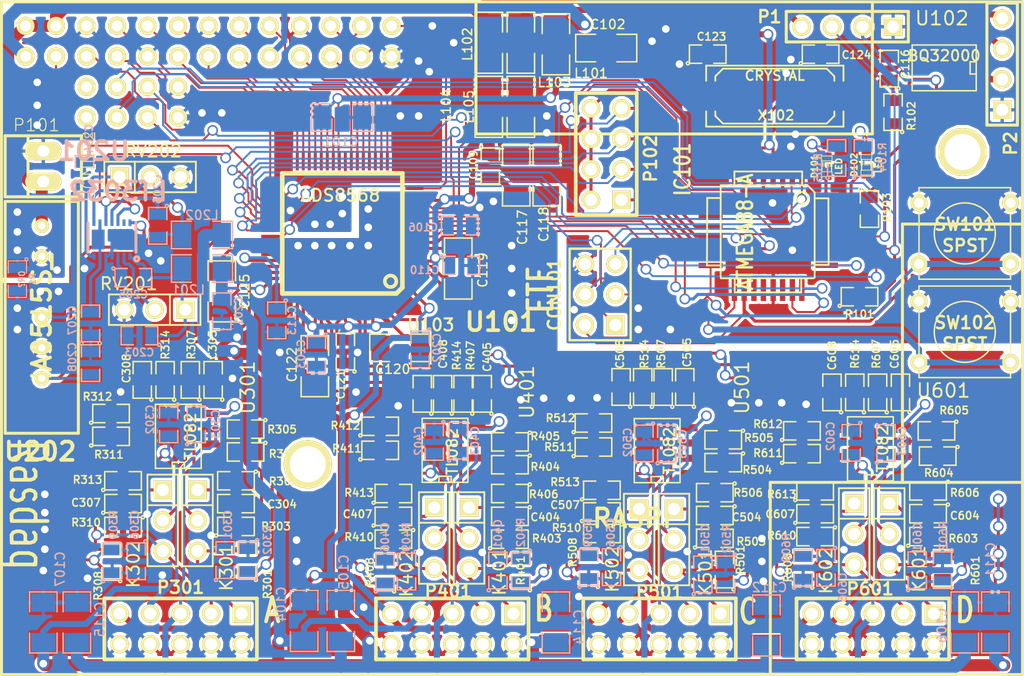
<source format=kicad_pcb>
(kicad_pcb (version 3) (host pcbnew "(2013-mar-13)-testing")
  (layers (15 Front signal) (0 Back signal) (18 B.Paste user hide) (19 F.Paste user hide) (20 B.SilkS user hide) (21 F.SilkS user) (22 B.Mask user hide) (23 F.Mask user hide) (28 Edge.Cuts user))
  (net 0 "")
  (net 1 +5V)
  (net 2 /BUSY/INT)
  (net 3 /CONVA)
  (net 4 /CONVB)
  (net 5 /CONVC)
  (net 6 /CONVD)
  (net 7 /CS)
  (net 8 /HW)
  (net 9 /PAR)
  (net 10 /RANGE)
  (net 11 /RD)
  (net 12 /RES)
  (net 13 /RST)
  (net 14 /SCL)
  (net 15 /SDA)
  (net 16 /SLEEP)
  (net 17 /STD)
  (net 18 /WR)
  (net 19 /chAop/OUT1)
  (net 20 /chAop/OUT2)
  (net 21 /chBop/OUT1)
  (net 22 /chBop/OUT2)
  (net 23 /chCop/OUT1)
  (net 24 /chCop/OUT2)
  (net 25 /chDop/OUT1)
  (net 26 /chDop/OUT2)
  (net 27 /power/Enable)
  (net 28 AGND)
  (net 29 AVDD)
  (net 30 DB0)
  (net 31 DB1)
  (net 32 DB10)
  (net 33 DB11)
  (net 34 DB12)
  (net 35 DB13)
  (net 36 DB14)
  (net 37 DB15)
  (net 38 DB2)
  (net 39 DB3)
  (net 40 DB4)
  (net 41 DB5)
  (net 42 DB6)
  (net 43 DB7)
  (net 44 DB8)
  (net 45 DB9)
  (net 46 DVDD)
  (net 47 GND)
  (net 48 HVDD)
  (net 49 HVSS)
  (net 50 N-00000100)
  (net 51 N-00000102)
  (net 52 N-00000103)
  (net 53 N-00000104)
  (net 54 N-00000105)
  (net 55 N-00000106)
  (net 56 N-00000107)
  (net 57 N-00000108)
  (net 58 N-00000109)
  (net 59 N-0000011)
  (net 60 N-00000110)
  (net 61 N-00000111)
  (net 62 N-00000112)
  (net 63 N-00000113)
  (net 64 N-00000114)
  (net 65 N-00000115)
  (net 66 N-00000116)
  (net 67 N-00000117)
  (net 68 N-00000118)
  (net 69 N-00000119)
  (net 70 N-00000120)
  (net 71 N-00000121)
  (net 72 N-00000122)
  (net 73 N-00000123)
  (net 74 N-00000124)
  (net 75 N-00000125)
  (net 76 N-00000126)
  (net 77 N-00000127)
  (net 78 N-00000128)
  (net 79 N-00000129)
  (net 80 N-00000130)
  (net 81 N-00000131)
  (net 82 N-00000132)
  (net 83 N-00000133)
  (net 84 N-00000134)
  (net 85 N-00000135)
  (net 86 N-00000136)
  (net 87 N-00000137)
  (net 88 N-00000138)
  (net 89 N-00000139)
  (net 90 N-0000028)
  (net 91 N-0000029)
  (net 92 N-0000030)
  (net 93 N-0000031)
  (net 94 N-0000032)
  (net 95 N-0000039)
  (net 96 N-0000040)
  (net 97 N-0000041)
  (net 98 N-0000046)
  (net 99 N-0000047)
  (net 100 N-0000050)
  (net 101 N-0000051)
  (net 102 N-0000052)
  (net 103 N-0000053)
  (net 104 N-0000054)
  (net 105 N-0000055)
  (net 106 N-0000066)
  (net 107 N-0000069)
  (net 108 N-000007)
  (net 109 N-0000072)
  (net 110 N-0000073)
  (net 111 N-0000083)
  (net 112 N-0000084)
  (net 113 N-0000085)
  (net 114 N-0000086)
  (net 115 N-0000087)
  (net 116 N-0000088)
  (net 117 N-0000089)
  (net 118 N-0000090)
  (net 119 N-0000091)
  (net 120 N-0000092)
  (net 121 N-0000093)
  (net 122 N-0000094)
  (net 123 N-0000095)
  (net 124 N-0000096)
  (net 125 N-0000097)
  (net 126 N-0000098)
  (net 127 N-0000099)
  (module TQFP32 (layer Front) (at 157.607 123.952 270)
    (fp_text reference IC101 (at -5.207 7.112 270) (layer F.SilkS) (effects (font (size 1.27 1.016) (thickness 0.2032))))
    (fp_text value ATMEGA88-A (at 0 1.905 270) (layer F.SilkS) (effects (font (size 1.27 1.016) (thickness 0.2032))))
    (pad 8 smd rect (at -4.81584 2.77622 270) (size 1.99898 0.44958) (layers Front F.Paste F.Mask) (net 110 N-0000073))
    (pad 7 smd rect (at -4.81584 1.97612 270) (size 1.99898 0.44958) (layers Front F.Paste F.Mask) (net 109 N-0000072))
    (pad 6 smd rect (at -4.81584 1.17602 270) (size 1.99898 0.44958) (layers Front F.Paste F.Mask) (net 46 DVDD))
    (pad 5 smd rect (at -4.81584 0.37592 270) (size 1.99898 0.44958) (layers Front F.Paste F.Mask) (net 47 GND))
    (pad 4 smd rect (at -4.81584 -0.42418 270) (size 1.99898 0.44958) (layers Front F.Paste F.Mask) (net 46 DVDD))
    (pad 3 smd rect (at -4.81584 -1.22428 270) (size 1.99898 0.44958) (layers Front F.Paste F.Mask) (net 47 GND))
    (pad 2 smd rect (at -4.81584 -2.02438 270) (size 1.99898 0.44958) (layers Front F.Paste F.Mask) (net 2 /BUSY/INT))
    (pad 1 smd rect (at -4.81584 -2.82448 270) (size 1.99898 0.44958) (layers Front F.Paste F.Mask) (net 10 /RANGE))
    (pad 24 smd rect (at 4.7498 -2.8194 270) (size 1.99898 0.44958) (layers Front F.Paste F.Mask) (net 12 /RES))
    (pad 17 smd rect (at 4.7498 2.794 270) (size 1.99898 0.44958) (layers Front F.Paste F.Mask) (net 98 N-0000046))
    (pad 18 smd rect (at 4.7498 1.9812 270) (size 1.99898 0.44958) (layers Front F.Paste F.Mask) (net 46 DVDD))
    (pad 19 smd rect (at 4.7498 1.1684 270) (size 1.99898 0.44958) (layers Front F.Paste F.Mask))
    (pad 20 smd rect (at 4.7498 0.381 270) (size 1.99898 0.44958) (layers Front F.Paste F.Mask))
    (pad 21 smd rect (at 4.7498 -0.4318 270) (size 1.99898 0.44958) (layers Front F.Paste F.Mask) (net 47 GND))
    (pad 22 smd rect (at 4.7498 -1.2192 270) (size 1.99898 0.44958) (layers Front F.Paste F.Mask))
    (pad 23 smd rect (at 4.7498 -2.032 270) (size 1.99898 0.44958) (layers Front F.Paste F.Mask) (net 18 /WR))
    (pad 32 smd rect (at -2.82448 -4.826 270) (size 0.44958 1.99898) (layers Front F.Paste F.Mask) (net 104 N-0000054))
    (pad 31 smd rect (at -2.02692 -4.826 270) (size 0.44958 1.99898) (layers Front F.Paste F.Mask) (net 105 N-0000055))
    (pad 30 smd rect (at -1.22428 -4.826 270) (size 0.44958 1.99898) (layers Front F.Paste F.Mask) (net 27 /power/Enable))
    (pad 29 smd rect (at -0.42672 -4.826 270) (size 0.44958 1.99898) (layers Front F.Paste F.Mask) (net 13 /RST))
    (pad 28 smd rect (at 0.37592 -4.826 270) (size 0.44958 1.99898) (layers Front F.Paste F.Mask) (net 14 /SCL))
    (pad 27 smd rect (at 1.17348 -4.826 270) (size 0.44958 1.99898) (layers Front F.Paste F.Mask) (net 15 /SDA))
    (pad 26 smd rect (at 1.97612 -4.826 270) (size 0.44958 1.99898) (layers Front F.Paste F.Mask) (net 9 /PAR))
    (pad 25 smd rect (at 2.77368 -4.826 270) (size 0.44958 1.99898) (layers Front F.Paste F.Mask) (net 17 /STD))
    (pad 9 smd rect (at -2.8194 4.7752 270) (size 0.44958 1.99898) (layers Front F.Paste F.Mask) (net 16 /SLEEP))
    (pad 10 smd rect (at -2.032 4.7752 270) (size 0.44958 1.99898) (layers Front F.Paste F.Mask) (net 106 N-0000066))
    (pad 11 smd rect (at -1.2192 4.7752 270) (size 0.44958 1.99898) (layers Front F.Paste F.Mask))
    (pad 12 smd rect (at -0.4318 4.7752 270) (size 0.44958 1.99898) (layers Front F.Paste F.Mask) (net 3 /CONVA))
    (pad 13 smd rect (at 0.3556 4.7752 270) (size 0.44958 1.99898) (layers Front F.Paste F.Mask) (net 4 /CONVB))
    (pad 14 smd rect (at 1.1684 4.7752 270) (size 0.44958 1.99898) (layers Front F.Paste F.Mask) (net 5 /CONVC))
    (pad 15 smd rect (at 1.9812 4.7752 270) (size 0.44958 1.99898) (layers Front F.Paste F.Mask) (net 6 /CONVD))
    (pad 16 smd rect (at 2.794 4.7752 270) (size 0.44958 1.99898) (layers Front F.Paste F.Mask) (net 8 /HW))
  )
  (module SW_PUSH_SMALL (layer Front) (at 173.99 132.2705)
    (fp_text reference SW102 (at 0 -0.762) (layer F.SilkS) (effects (font (size 1.016 1.016) (thickness 0.2032))))
    (fp_text value SPST (at 0 1.016) (layer F.SilkS) (effects (font (size 1.016 1.016) (thickness 0.2032))))
    (pad 1 thru_hole circle (at 3.81 -2.54) (size 1.397 1.397) (drill 0.8128) (layers *.Cu *.Mask F.SilkS) (net 47 GND))
    (pad 2 thru_hole circle (at 3.81 2.54) (size 1.397 1.397) (drill 0.8128) (layers *.Cu *.Mask F.SilkS) (net 98 N-0000046))
    (pad 1 thru_hole circle (at -3.81 -2.54) (size 1.397 1.397) (drill 0.8128) (layers *.Cu *.Mask F.SilkS) (net 47 GND))
    (pad 2 thru_hole circle (at -3.81 2.54) (size 1.397 1.397) (drill 0.8128) (layers *.Cu *.Mask F.SilkS) (net 98 N-0000046))
  )
  (module SW_PUSH_SMALL (layer Front) (at 173.99 124.079)
    (fp_text reference SW101 (at 0 -0.762) (layer F.SilkS) (effects (font (size 1.016 1.016) (thickness 0.2032))))
    (fp_text value SPST (at 0 1.016) (layer F.SilkS) (effects (font (size 1.016 1.016) (thickness 0.2032))))
    (pad 1 thru_hole circle (at 3.81 -2.54) (size 1.397 1.397) (drill 0.8128) (layers *.Cu *.Mask F.SilkS) (net 47 GND))
    (pad 2 thru_hole circle (at 3.81 2.54) (size 1.397 1.397) (drill 0.8128) (layers *.Cu *.Mask F.SilkS) (net 8 /HW))
    (pad 1 thru_hole circle (at -3.81 -2.54) (size 1.397 1.397) (drill 0.8128) (layers *.Cu *.Mask F.SilkS) (net 47 GND))
    (pad 2 thru_hole circle (at -3.81 2.54) (size 1.397 1.397) (drill 0.8128) (layers *.Cu *.Mask F.SilkS) (net 8 /HW))
  )
  (module SO8E (layer Front) (at 108.52 140.971 90)
    (fp_text reference U301 (at 4.065 5.78 90) (layer F.SilkS) (effects (font (size 1.143 1.143) (thickness 0.1524))))
    (fp_text value TL082 (at 0 1.016 90) (layer F.SilkS) (effects (font (size 0.889 0.889) (thickness 0.1524))))
    (pad 8 smd rect (at -1.905 -2.667 90) (size 0.59944 1.39954) (layers Front F.Paste F.Mask) (net 48 HVDD))
    (pad 1 smd rect (at -1.905 2.667 90) (size 0.59944 1.39954) (layers Front F.Paste F.Mask) (net 120 N-0000092))
    (pad 7 smd rect (at -0.635 -2.667 90) (size 0.59944 1.39954) (layers Front F.Paste F.Mask) (net 111 N-0000083))
    (pad 6 smd rect (at 0.635 -2.667 90) (size 0.59944 1.39954) (layers Front F.Paste F.Mask) (net 113 N-0000085))
    (pad 5 smd rect (at 1.905 -2.667 90) (size 0.59944 1.39954) (layers Front F.Paste F.Mask) (net 112 N-0000084))
    (pad 2 smd rect (at -0.635 2.667 90) (size 0.59944 1.39954) (layers Front F.Paste F.Mask) (net 121 N-0000093))
    (pad 3 smd rect (at 0.635 2.667 90) (size 0.59944 1.39954) (layers Front F.Paste F.Mask) (net 115 N-0000087))
    (pad 4 smd rect (at 1.905 2.667 90) (size 0.59944 1.39954) (layers Front F.Paste F.Mask) (net 49 HVSS))
  )
  (module SO8E (layer Front) (at 172.2755 110.2995 180)
    (fp_text reference U102 (at 0.1905 4.1275 180) (layer F.SilkS) (effects (font (size 1.143 1.143) (thickness 0.1524))))
    (fp_text value BQ32000 (at 0 1.016 180) (layer F.SilkS) (effects (font (size 0.889 0.889) (thickness 0.1524))))
    (pad 8 smd rect (at -1.905 -2.667 180) (size 0.59944 1.39954) (layers Front F.Paste F.Mask) (net 46 DVDD))
    (pad 1 smd rect (at -1.905 2.667 180) (size 0.59944 1.39954) (layers Front F.Paste F.Mask) (net 99 N-0000047))
    (pad 7 smd rect (at -0.635 -2.667 180) (size 0.59944 1.39954) (layers Front F.Paste F.Mask))
    (pad 6 smd rect (at 0.635 -2.667 180) (size 0.59944 1.39954) (layers Front F.Paste F.Mask) (net 14 /SCL))
    (pad 5 smd rect (at 1.905 -2.667 180) (size 0.59944 1.39954) (layers Front F.Paste F.Mask) (net 15 /SDA))
    (pad 2 smd rect (at -0.635 2.667 180) (size 0.59944 1.39954) (layers Front F.Paste F.Mask) (net 100 N-0000050))
    (pad 3 smd rect (at 0.635 2.667 180) (size 0.59944 1.39954) (layers Front F.Paste F.Mask) (net 101 N-0000051))
    (pad 4 smd rect (at 1.905 2.667 180) (size 0.59944 1.39954) (layers Front F.Paste F.Mask) (net 47 GND))
  )
  (module SO8E (layer Front) (at 166.134 142.014 90)
    (fp_text reference U601 (at 4.854 6.078 180) (layer F.SilkS) (effects (font (size 1.143 1.143) (thickness 0.1524))))
    (fp_text value TL082 (at 0 1.016 90) (layer F.SilkS) (effects (font (size 0.889 0.889) (thickness 0.1524))))
    (pad 8 smd rect (at -1.905 -2.667 90) (size 0.59944 1.39954) (layers Front F.Paste F.Mask) (net 48 HVDD))
    (pad 1 smd rect (at -1.905 2.667 90) (size 0.59944 1.39954) (layers Front F.Paste F.Mask) (net 84 N-00000134))
    (pad 7 smd rect (at -0.635 -2.667 90) (size 0.59944 1.39954) (layers Front F.Paste F.Mask) (net 89 N-00000139))
    (pad 6 smd rect (at 0.635 -2.667 90) (size 0.59944 1.39954) (layers Front F.Paste F.Mask) (net 87 N-00000137))
    (pad 5 smd rect (at 1.905 -2.667 90) (size 0.59944 1.39954) (layers Front F.Paste F.Mask) (net 86 N-00000136))
    (pad 2 smd rect (at -0.635 2.667 90) (size 0.59944 1.39954) (layers Front F.Paste F.Mask) (net 85 N-00000135))
    (pad 3 smd rect (at 0.635 2.667 90) (size 0.59944 1.39954) (layers Front F.Paste F.Mask) (net 82 N-00000132))
    (pad 4 smd rect (at 1.905 2.667 90) (size 0.59944 1.39954) (layers Front F.Paste F.Mask) (net 49 HVSS))
  )
  (module SO8E (layer Front) (at 148.382 142.16 90)
    (fp_text reference U501 (at 5.254 7.066 90) (layer F.SilkS) (effects (font (size 1.143 1.143) (thickness 0.1524))))
    (fp_text value TL082 (at 0 1.016 90) (layer F.SilkS) (effects (font (size 0.889 0.889) (thickness 0.1524))))
    (pad 8 smd rect (at -1.905 -2.667 90) (size 0.59944 1.39954) (layers Front F.Paste F.Mask) (net 48 HVDD))
    (pad 1 smd rect (at -1.905 2.667 90) (size 0.59944 1.39954) (layers Front F.Paste F.Mask) (net 72 N-00000122))
    (pad 7 smd rect (at -0.635 -2.667 90) (size 0.59944 1.39954) (layers Front F.Paste F.Mask) (net 77 N-00000127))
    (pad 6 smd rect (at 0.635 -2.667 90) (size 0.59944 1.39954) (layers Front F.Paste F.Mask) (net 75 N-00000125))
    (pad 5 smd rect (at 1.905 -2.667 90) (size 0.59944 1.39954) (layers Front F.Paste F.Mask) (net 74 N-00000124))
    (pad 2 smd rect (at -0.635 2.667 90) (size 0.59944 1.39954) (layers Front F.Paste F.Mask) (net 73 N-00000123))
    (pad 3 smd rect (at 0.635 2.667 90) (size 0.59944 1.39954) (layers Front F.Paste F.Mask) (net 70 N-00000120))
    (pad 4 smd rect (at 1.905 2.667 90) (size 0.59944 1.39954) (layers Front F.Paste F.Mask) (net 49 HVSS))
  )
  (module SO8E (layer Front) (at 130.725 142.133 90)
    (fp_text reference U401 (at 4.846 6.816 90) (layer F.SilkS) (effects (font (size 1.143 1.143) (thickness 0.1524))))
    (fp_text value TL082 (at -0.1 0.6 90) (layer F.SilkS) (effects (font (size 0.889 0.889) (thickness 0.1524))))
    (pad 8 smd rect (at -1.905 -2.667 90) (size 0.59944 1.39954) (layers Front F.Paste F.Mask) (net 48 HVDD))
    (pad 1 smd rect (at -1.905 2.667 90) (size 0.59944 1.39954) (layers Front F.Paste F.Mask) (net 60 N-00000110))
    (pad 7 smd rect (at -0.635 -2.667 90) (size 0.59944 1.39954) (layers Front F.Paste F.Mask) (net 65 N-00000115))
    (pad 6 smd rect (at 0.635 -2.667 90) (size 0.59944 1.39954) (layers Front F.Paste F.Mask) (net 63 N-00000113))
    (pad 5 smd rect (at 1.905 -2.667 90) (size 0.59944 1.39954) (layers Front F.Paste F.Mask) (net 62 N-00000112))
    (pad 2 smd rect (at -0.635 2.667 90) (size 0.59944 1.39954) (layers Front F.Paste F.Mask) (net 61 N-00000111))
    (pad 3 smd rect (at 0.635 2.667 90) (size 0.59944 1.39954) (layers Front F.Paste F.Mask) (net 57 N-00000108))
    (pad 4 smd rect (at 1.905 2.667 90) (size 0.59944 1.39954) (layers Front F.Paste F.Mask) (net 49 HVSS))
  )
  (module SM1206 (layer Back) (at 100.076 156.464 270)
    (fp_text reference C115 (at -0.254 -1.905 270) (layer B.SilkS) (effects (font (size 0.762 0.762) (thickness 0.127)) (justify mirror)))
    (fp_text value 4.7µF hide)
    (pad 1 smd rect (at -1.651 0 270) (size 1.524 2.032) (layers Back B.Paste B.Mask) (net 28 AGND))
    (pad 2 smd rect (at 1.651 0 270) (size 1.524 2.032) (layers Back B.Paste B.Mask) (net 49 HVSS))
  )
  (module SM1206 (layer Back) (at 97.282 156.464 90)
    (fp_text reference C107 (at 4.445 1.397 90) (layer B.SilkS) (effects (font (size 0.762 0.762) (thickness 0.127)) (justify mirror)))
    (fp_text value 4.7µF hide)
    (pad 1 smd rect (at -1.651 0 90) (size 1.524 2.032) (layers Back B.Paste B.Mask) (net 48 HVDD))
    (pad 2 smd rect (at 1.651 0 90) (size 1.524 2.032) (layers Back B.Paste B.Mask) (net 28 AGND))
  )
  (module SM1206 (layer Back) (at 173.99 156.464 270)
    (fp_text reference C108 (at 0.254 1.905 270) (layer B.SilkS) (effects (font (size 0.762 0.762) (thickness 0.127)) (justify mirror)))
    (fp_text value 4.7µF hide)
    (pad 1 smd rect (at -1.651 0 270) (size 1.524 2.032) (layers Back B.Paste B.Mask) (net 28 AGND))
    (pad 2 smd rect (at 1.651 0 270) (size 1.524 2.032) (layers Back B.Paste B.Mask) (net 49 HVSS))
  )
  (module SM1206 (layer Back) (at 176.53 156.464 90)
    (fp_text reference C111 (at 5.207 -0.381 90) (layer B.SilkS) (effects (font (size 0.762 0.762) (thickness 0.127)) (justify mirror)))
    (fp_text value 4.7µF hide)
    (pad 1 smd rect (at -1.651 0 90) (size 1.524 2.032) (layers Back B.Paste B.Mask) (net 48 HVDD))
    (pad 2 smd rect (at 1.651 0 90) (size 1.524 2.032) (layers Back B.Paste B.Mask) (net 28 AGND))
  )
  (module SM1206 (layer Back) (at 157.48 156.718 270)
    (fp_text reference C112 (at -3.175 -0.254 360) (layer B.SilkS) (effects (font (size 0.762 0.762) (thickness 0.127)) (justify mirror)))
    (fp_text value 4.7µF hide)
    (pad 1 smd rect (at -1.651 0 270) (size 1.524 2.032) (layers Back B.Paste B.Mask) (net 28 AGND))
    (pad 2 smd rect (at 1.651 0 270) (size 1.524 2.032) (layers Back B.Paste B.Mask) (net 49 HVSS))
  )
  (module SM1206 (layer Back) (at 139.954 156.464 90)
    (fp_text reference C114 (at -0.381 1.905 90) (layer B.SilkS) (effects (font (size 0.762 0.762) (thickness 0.127)) (justify mirror)))
    (fp_text value 4.7µF hide)
    (pad 1 smd rect (at -1.651 0 90) (size 1.524 2.032) (layers Back B.Paste B.Mask) (net 48 HVDD))
    (pad 2 smd rect (at 1.651 0 90) (size 1.524 2.032) (layers Back B.Paste B.Mask) (net 28 AGND))
  )
  (module SM1206 (layer Back) (at 118.999 156.337 90)
    (fp_text reference C104 (at 1.397 -1.905 90) (layer B.SilkS) (effects (font (size 0.762 0.762) (thickness 0.127)) (justify mirror)))
    (fp_text value 4.7µF hide)
    (pad 1 smd rect (at -1.651 0 90) (size 1.524 2.032) (layers Back B.Paste B.Mask) (net 48 HVDD))
    (pad 2 smd rect (at 1.651 0 90) (size 1.524 2.032) (layers Back B.Paste B.Mask) (net 28 AGND))
  )
  (module SM1206 (layer Front) (at 134.366 108.204 270)
    (fp_text reference L102 (at 0.127 1.778 270) (layer F.SilkS) (effects (font (size 0.762 0.762) (thickness 0.127))))
    (fp_text value INDUCTOR hide)
    (pad 1 smd rect (at -1.651 0 270) (size 1.524 2.032) (layers Front F.Paste F.Mask) (net 1 +5V))
    (pad 2 smd rect (at 1.651 0 270) (size 1.524 2.032) (layers Front F.Paste F.Mask) (net 107 N-0000069))
  )
  (module SM1206 (layer Front) (at 134.366 113.538 90)
    (fp_text reference L104 (at 0.127 -3.556 90) (layer F.SilkS) (effects (font (size 0.762 0.762) (thickness 0.127))))
    (fp_text value INDUCTOR hide)
    (pad 1 smd rect (at -1.651 0 90) (size 1.524 2.032) (layers Front F.Paste F.Mask) (net 29 AVDD))
    (pad 2 smd rect (at 1.651 0 90) (size 1.524 2.032) (layers Front F.Paste F.Mask) (net 107 N-0000069))
  )
  (module SM1206 (layer Front) (at 137.033 113.538 90)
    (fp_text reference L105 (at 0 -4.318 90) (layer F.SilkS) (effects (font (size 0.762 0.762) (thickness 0.127))))
    (fp_text value INDUCTOR hide)
    (pad 1 smd rect (at -1.651 0 90) (size 1.524 2.032) (layers Front F.Paste F.Mask) (net 29 AVDD))
    (pad 2 smd rect (at 1.651 0 90) (size 1.524 2.032) (layers Front F.Paste F.Mask) (net 107 N-0000069))
  )
  (module SM1206 (layer Back) (at 122.047 156.337 270)
    (fp_text reference C105 (at -4.064 -0.254 270) (layer B.SilkS) (effects (font (size 0.762 0.762) (thickness 0.127)) (justify mirror)))
    (fp_text value 4.7µF hide)
    (pad 1 smd rect (at -1.651 0 270) (size 1.524 2.032) (layers Back B.Paste B.Mask) (net 28 AGND))
    (pad 2 smd rect (at 1.651 0 270) (size 1.524 2.032) (layers Back B.Paste B.Mask) (net 49 HVSS))
  )
  (module SM1206 (layer Back) (at 110.49 127 180)
    (fp_text reference L201 (at 1.143 -1.778 180) (layer B.SilkS) (effects (font (size 0.762 0.762) (thickness 0.127)) (justify mirror)))
    (fp_text value INDUCTOR hide)
    (pad 1 smd rect (at -1.651 0 180) (size 1.524 2.032) (layers Back B.Paste B.Mask) (net 48 HVDD))
    (pad 2 smd rect (at 1.651 0 180) (size 1.524 2.032) (layers Back B.Paste B.Mask) (net 52 N-00000103))
  )
  (module SM1206 (layer Back) (at 110.49 124.206 180)
    (fp_text reference L202 (at 0 1.651 180) (layer B.SilkS) (effects (font (size 0.762 0.762) (thickness 0.127)) (justify mirror)))
    (fp_text value INDUCTOR hide)
    (pad 1 smd rect (at -1.651 0 180) (size 1.524 2.032) (layers Back B.Paste B.Mask) (net 49 HVSS))
    (pad 2 smd rect (at 1.651 0 180) (size 1.524 2.032) (layers Back B.Paste B.Mask) (net 51 N-00000102))
  )
  (module SM1206 (layer Back) (at 122.174 114.427)
    (fp_text reference C101 (at -0.127 2.032) (layer B.SilkS) (effects (font (size 0.762 0.762) (thickness 0.127)) (justify mirror)))
    (fp_text value 10µF hide)
    (pad 1 smd rect (at -1.651 0) (size 1.524 2.032) (layers Back B.Paste B.Mask) (net 46 DVDD))
    (pad 2 smd rect (at 1.651 0) (size 1.524 2.032) (layers Back B.Paste B.Mask) (net 47 GND))
  )
  (module SM1206 (layer Front) (at 136.652 119.253 270)
    (fp_text reference C117 (at 4.318 -0.508 270) (layer F.SilkS) (effects (font (size 0.762 0.762) (thickness 0.127))))
    (fp_text value 10µF hide)
    (pad 1 smd rect (at -1.651 0 270) (size 1.524 2.032) (layers Front F.Paste F.Mask) (net 29 AVDD))
    (pad 2 smd rect (at 1.651 0 270) (size 1.524 2.032) (layers Front F.Paste F.Mask) (net 28 AGND))
  )
  (module SM1206 (layer Front) (at 144.145 108.6485)
    (fp_text reference C102 (at 0.127 -1.9685) (layer F.SilkS) (effects (font (size 0.762 0.762) (thickness 0.127))))
    (fp_text value 10µF hide)
    (pad 1 smd rect (at -1.651 0) (size 1.524 2.032) (layers Front F.Paste F.Mask) (net 46 DVDD))
    (pad 2 smd rect (at 1.651 0) (size 1.524 2.032) (layers Front F.Paste F.Mask) (net 47 GND))
  )
  (module SM1206 (layer Front) (at 139.192 119.253 270)
    (fp_text reference C118 (at 4.064 0.254 270) (layer F.SilkS) (effects (font (size 0.762 0.762) (thickness 0.127))))
    (fp_text value 10µF hide)
    (pad 1 smd rect (at -1.651 0 270) (size 1.524 2.032) (layers Front F.Paste F.Mask) (net 29 AVDD))
    (pad 2 smd rect (at 1.651 0 270) (size 1.524 2.032) (layers Front F.Paste F.Mask) (net 28 AGND))
  )
  (module SM1206 (layer Front) (at 139.954 108.331 90)
    (fp_text reference L101 (at -2.413 2.921 180) (layer F.SilkS) (effects (font (size 0.762 0.762) (thickness 0.127))))
    (fp_text value INDUCTOR hide)
    (pad 1 smd rect (at -1.651 0 90) (size 1.524 2.032) (layers Front F.Paste F.Mask) (net 46 DVDD))
    (pad 2 smd rect (at 1.651 0 90) (size 1.524 2.032) (layers Front F.Paste F.Mask) (net 59 N-0000011))
  )
  (module SM1206 (layer Front) (at 137.033 108.204 270)
    (fp_text reference L103 (at 3.302 -2.794 360) (layer F.SilkS) (effects (font (size 0.762 0.762) (thickness 0.127))))
    (fp_text value INDUCTOR hide)
    (pad 1 smd rect (at -1.651 0 270) (size 1.524 2.032) (layers Front F.Paste F.Mask) (net 1 +5V))
    (pad 2 smd rect (at 1.651 0 270) (size 1.524 2.032) (layers Front F.Paste F.Mask) (net 107 N-0000069))
  )
  (module SM1206 (layer Front) (at 131.826 127 90)
    (fp_text reference C119 (at -0.127 2.032 90) (layer F.SilkS) (effects (font (size 0.762 0.762) (thickness 0.127))))
    (fp_text value 10µF hide)
    (pad 1 smd rect (at -1.651 0 90) (size 1.524 2.032) (layers Front F.Paste F.Mask) (net 92 N-0000030))
    (pad 2 smd rect (at 1.651 0 90) (size 1.524 2.032) (layers Front F.Paste F.Mask) (net 93 N-0000031))
  )
  (module SM1206 (layer Front) (at 127 133.604)
    (fp_text reference C120 (at -0.635 1.778) (layer F.SilkS) (effects (font (size 0.762 0.762) (thickness 0.127))))
    (fp_text value 10µF hide)
    (pad 1 smd rect (at -1.651 0) (size 1.524 2.032) (layers Front F.Paste F.Mask) (net 95 N-0000039))
    (pad 2 smd rect (at 1.651 0) (size 1.524 2.032) (layers Front F.Paste F.Mask) (net 94 N-0000032))
  )
  (module SM1206 (layer Front) (at 119.888 135.128 90)
    (fp_text reference C122 (at 0.127 -1.905 90) (layer F.SilkS) (effects (font (size 0.762 0.762) (thickness 0.127))))
    (fp_text value 10µF hide)
    (pad 1 smd rect (at -1.651 0 90) (size 1.524 2.032) (layers Front F.Paste F.Mask) (net 97 N-0000041))
    (pad 2 smd rect (at 1.651 0 90) (size 1.524 2.032) (layers Front F.Paste F.Mask) (net 96 N-0000040))
  )
  (module SM1206 (layer Front) (at 112.141 128.905 90)
    (fp_text reference C125 (at 0 1.905 90) (layer F.SilkS) (effects (font (size 0.762 0.762) (thickness 0.127))))
    (fp_text value 10µF hide)
    (pad 1 smd rect (at -1.651 0 90) (size 1.524 2.032) (layers Front F.Paste F.Mask) (net 91 N-0000029))
    (pad 2 smd rect (at 1.651 0 90) (size 1.524 2.032) (layers Front F.Paste F.Mask) (net 90 N-0000028))
  )
  (module SM0805 (layer Back) (at 131.825 141.333 90)
    (fp_text reference C403 (at -0.018 1.398 90) (layer B.SilkS) (effects (font (size 0.635 0.635) (thickness 0.127)) (justify mirror)))
    (fp_text value 100nF hide)
    (pad 1 smd rect (at -0.9525 0 90) (size 0.889 1.397) (layers Back B.Paste B.Mask) (net 28 AGND))
    (pad 2 smd rect (at 0.9525 0 90) (size 0.889 1.397) (layers Back B.Paste B.Mask) (net 49 HVSS))
  )
  (module SM0805 (layer Front) (at 126.425 147.633)
    (fp_text reference C407 (at -2.981 -0.186) (layer F.SilkS) (effects (font (size 0.635 0.635) (thickness 0.127))))
    (fp_text value 39pF hide)
    (pad 1 smd rect (at -0.9525 0) (size 0.889 1.397) (layers Front F.Paste F.Mask) (net 63 N-00000113))
    (pad 2 smd rect (at 0.9525 0) (size 0.889 1.397) (layers Front F.Paste F.Mask) (net 65 N-00000115))
  )
  (module SM0805 (layer Back) (at 129.825 141.433 270)
    (fp_text reference C402 (at -0.082 1.301 270) (layer B.SilkS) (effects (font (size 0.635 0.635) (thickness 0.127)) (justify mirror)))
    (fp_text value 100nF hide)
    (pad 1 smd rect (at -0.9525 0 270) (size 0.889 1.397) (layers Back B.Paste B.Mask) (net 28 AGND))
    (pad 2 smd rect (at 0.9525 0 270) (size 0.889 1.397) (layers Back B.Paste B.Mask) (net 48 HVDD))
  )
  (module SM0805 (layer Back) (at 135.125 152.133 90)
    (fp_text reference C401 (at 3.035 0.003 90) (layer B.SilkS) (effects (font (size 0.635 0.635) (thickness 0.127)) (justify mirror)))
    (fp_text value NI hide)
    (pad 1 smd rect (at -0.9525 0 90) (size 0.889 1.397) (layers Back B.Paste B.Mask) (net 56 N-00000107))
    (pad 2 smd rect (at 0.9525 0 90) (size 0.889 1.397) (layers Back B.Paste B.Mask) (net 28 AGND))
  )
  (module SM0805 (layer Front) (at 132.225 137.433 90)
    (fp_text reference R407 (at 3.194 0.617 90) (layer F.SilkS) (effects (font (size 0.635 0.635) (thickness 0.127))))
    (fp_text value 10R hide)
    (pad 1 smd rect (at -0.9525 0 90) (size 0.889 1.397) (layers Front F.Paste F.Mask) (net 53 N-00000104))
    (pad 2 smd rect (at 0.9525 0 90) (size 0.889 1.397) (layers Front F.Paste F.Mask) (net 22 /chBop/OUT2))
  )
  (module SM0805 (layer Front) (at 133.825 137.433 90)
    (fp_text reference C405 (at 3.067 0.414 90) (layer F.SilkS) (effects (font (size 0.635 0.635) (thickness 0.127))))
    (fp_text value 2200pF hide)
    (pad 1 smd rect (at -0.9525 0 90) (size 0.889 1.397) (layers Front F.Paste F.Mask) (net 28 AGND))
    (pad 2 smd rect (at 0.9525 0 90) (size 0.889 1.397) (layers Front F.Paste F.Mask) (net 22 /chBop/OUT2))
  )
  (module SM0805 (layer Front) (at 130.525 137.433 90)
    (fp_text reference R414 (at 3.194 1.174 90) (layer F.SilkS) (effects (font (size 0.635 0.635) (thickness 0.127))))
    (fp_text value 10R hide)
    (pad 1 smd rect (at -0.9525 0 90) (size 0.889 1.397) (layers Front F.Paste F.Mask) (net 55 N-00000106))
    (pad 2 smd rect (at 0.9525 0 90) (size 0.889 1.397) (layers Front F.Paste F.Mask) (net 21 /chBop/OUT1))
  )
  (module SM0805 (layer Front) (at 128.825 137.433 90)
    (fp_text reference C408 (at 3.321 1.731 90) (layer F.SilkS) (effects (font (size 0.635 0.635) (thickness 0.127))))
    (fp_text value 2200pF hide)
    (pad 1 smd rect (at -0.9525 0 90) (size 0.889 1.397) (layers Front F.Paste F.Mask) (net 28 AGND))
    (pad 2 smd rect (at 0.9525 0 90) (size 0.889 1.397) (layers Front F.Paste F.Mask) (net 21 /chBop/OUT1))
  )
  (module SM0805 (layer Front) (at 161.534 149.314 180)
    (fp_text reference R610 (at 2.784 0.089 180) (layer F.SilkS) (effects (font (size 0.635 0.635) (thickness 0.127))))
    (fp_text value NI hide)
    (pad 1 smd rect (at -0.9525 0 180) (size 0.889 1.397) (layers Front F.Paste F.Mask) (net 28 AGND))
    (pad 2 smd rect (at 0.9525 0 180) (size 0.889 1.397) (layers Front F.Paste F.Mask) (net 87 N-00000137))
  )
  (module SM0805 (layer Front) (at 161.534 145.514)
    (fp_text reference R613 (at -2.784 0.282) (layer F.SilkS) (effects (font (size 0.635 0.635) (thickness 0.127))))
    (fp_text value 1K hide)
    (pad 1 smd rect (at -0.9525 0) (size 0.889 1.397) (layers Front F.Paste F.Mask) (net 87 N-00000137))
    (pad 2 smd rect (at 0.9525 0) (size 0.889 1.397) (layers Front F.Paste F.Mask) (net 89 N-00000139))
  )
  (module SM0805 (layer Front) (at 170.934 147.414 180)
    (fp_text reference C604 (at -3.056 -0.16 180) (layer F.SilkS) (effects (font (size 0.635 0.635) (thickness 0.127))))
    (fp_text value 39pF hide)
    (pad 1 smd rect (at -0.9525 0 180) (size 0.889 1.397) (layers Front F.Paste F.Mask) (net 85 N-00000135))
    (pad 2 smd rect (at 0.9525 0 180) (size 0.889 1.397) (layers Front F.Paste F.Mask) (net 84 N-00000134))
  )
  (module SM0805 (layer Back) (at 125.725 152.233 90)
    (fp_text reference C406 (at 2.881 0.005 90) (layer B.SilkS) (effects (font (size 0.635 0.635) (thickness 0.127)) (justify mirror)))
    (fp_text value NI hide)
    (pad 1 smd rect (at -0.9525 0 90) (size 0.889 1.397) (layers Back B.Paste B.Mask) (net 64 N-00000114))
    (pad 2 smd rect (at 0.9525 0 90) (size 0.889 1.397) (layers Back B.Paste B.Mask) (net 28 AGND))
  )
  (module SM0805 (layer Front) (at 125.725 152.233 90)
    (fp_text reference R408 (at -0.04 -1.265 90) (layer F.SilkS) (effects (font (size 0.635 0.635) (thickness 0.127))))
    (fp_text value NI hide)
    (pad 1 smd rect (at -0.9525 0 90) (size 0.889 1.397) (layers Front F.Paste F.Mask) (net 64 N-00000114))
    (pad 2 smd rect (at 0.9525 0 90) (size 0.889 1.397) (layers Front F.Paste F.Mask) (net 58 N-00000109))
  )
  (module SM0805 (layer Back) (at 127.525 152.233 270)
    (fp_text reference R409 (at -2.881 0.017 270) (layer B.SilkS) (effects (font (size 0.635 0.635) (thickness 0.127)) (justify mirror)))
    (fp_text value 0R hide)
    (pad 1 smd rect (at -0.9525 0 270) (size 0.889 1.397) (layers Back B.Paste B.Mask) (net 28 AGND))
    (pad 2 smd rect (at 0.9525 0 270) (size 0.889 1.397) (layers Back B.Paste B.Mask) (net 64 N-00000114))
  )
  (module SM0805 (layer Front) (at 125.325 140.133)
    (fp_text reference R412 (at -2.897 -0.052) (layer F.SilkS) (effects (font (size 0.635 0.635) (thickness 0.127))))
    (fp_text value 0 hide)
    (pad 1 smd rect (at -0.9525 0) (size 0.889 1.397) (layers Front F.Paste F.Mask) (net 64 N-00000114))
    (pad 2 smd rect (at 0.9525 0) (size 0.889 1.397) (layers Front F.Paste F.Mask) (net 62 N-00000112))
  )
  (module SM0805 (layer Front) (at 125.325 142.133)
    (fp_text reference R411 (at -2.77 -0.147) (layer F.SilkS) (effects (font (size 0.635 0.635) (thickness 0.127))))
    (fp_text value 1K hide)
    (pad 1 smd rect (at -0.9525 0) (size 0.889 1.397) (layers Front F.Paste F.Mask) (net 58 N-00000109))
    (pad 2 smd rect (at 0.9525 0) (size 0.889 1.397) (layers Front F.Paste F.Mask) (net 63 N-00000113))
  )
  (module SM0805 (layer Front) (at 126.425 149.533 180)
    (fp_text reference R410 (at 2.854 0.181 180) (layer F.SilkS) (effects (font (size 0.635 0.635) (thickness 0.127))))
    (fp_text value NI hide)
    (pad 1 smd rect (at -0.9525 0 180) (size 0.889 1.397) (layers Front F.Paste F.Mask) (net 28 AGND))
    (pad 2 smd rect (at 0.9525 0 180) (size 0.889 1.397) (layers Front F.Paste F.Mask) (net 63 N-00000113))
  )
  (module SM0805 (layer Front) (at 126.425 145.733)
    (fp_text reference R413 (at -2.854 -0.064) (layer F.SilkS) (effects (font (size 0.635 0.635) (thickness 0.127))))
    (fp_text value 1K hide)
    (pad 1 smd rect (at -0.9525 0) (size 0.889 1.397) (layers Front F.Paste F.Mask) (net 63 N-00000113))
    (pad 2 smd rect (at 0.9525 0) (size 0.889 1.397) (layers Front F.Paste F.Mask) (net 65 N-00000115))
  )
  (module SM0805 (layer Front) (at 136.125 147.633 180)
    (fp_text reference C404 (at -2.94 -0.068 180) (layer F.SilkS) (effects (font (size 0.635 0.635) (thickness 0.127))))
    (fp_text value 39pF hide)
    (pad 1 smd rect (at -0.9525 0 180) (size 0.889 1.397) (layers Front F.Paste F.Mask) (net 61 N-00000111))
    (pad 2 smd rect (at 0.9525 0 180) (size 0.889 1.397) (layers Front F.Paste F.Mask) (net 60 N-00000110))
  )
  (module SM0805 (layer Front) (at 143.082 141.86)
    (fp_text reference R511 (at -2.874 -0.001) (layer F.SilkS) (effects (font (size 0.635 0.635) (thickness 0.127))))
    (fp_text value 1K hide)
    (pad 1 smd rect (at -0.9525 0) (size 0.889 1.397) (layers Front F.Paste F.Mask) (net 71 N-00000121))
    (pad 2 smd rect (at 0.9525 0) (size 0.889 1.397) (layers Front F.Paste F.Mask) (net 75 N-00000125))
  )
  (module SM0805 (layer Front) (at 137.025 152.133 90)
    (fp_text reference R401 (at 0 0 90) (layer F.SilkS) (effects (font (size 0.635 0.635) (thickness 0.127))))
    (fp_text value NI hide)
    (pad 1 smd rect (at -0.9525 0 90) (size 0.889 1.397) (layers Front F.Paste F.Mask) (net 56 N-00000107))
    (pad 2 smd rect (at 0.9525 0 90) (size 0.889 1.397) (layers Front F.Paste F.Mask) (net 54 N-00000105))
  )
  (module SM0805 (layer Back) (at 137.025 152.133 270)
    (fp_text reference R402 (at -3.162 -0.008 270) (layer B.SilkS) (effects (font (size 0.635 0.635) (thickness 0.127)) (justify mirror)))
    (fp_text value 0R hide)
    (pad 1 smd rect (at -0.9525 0 270) (size 0.889 1.397) (layers Back B.Paste B.Mask) (net 28 AGND))
    (pad 2 smd rect (at 0.9525 0 270) (size 0.889 1.397) (layers Back B.Paste B.Mask) (net 56 N-00000107))
  )
  (module SM0805 (layer Front) (at 136.125 141.433 180)
    (fp_text reference R405 (at -2.94 0.463 180) (layer F.SilkS) (effects (font (size 0.635 0.635) (thickness 0.127))))
    (fp_text value 0R hide)
    (pad 1 smd rect (at -0.9525 0 180) (size 0.889 1.397) (layers Front F.Paste F.Mask) (net 56 N-00000107))
    (pad 2 smd rect (at 0.9525 0 180) (size 0.889 1.397) (layers Front F.Paste F.Mask) (net 57 N-00000108))
  )
  (module SM0805 (layer Front) (at 136.125 143.333 180)
    (fp_text reference R404 (at -2.94 -0.177 180) (layer F.SilkS) (effects (font (size 0.635 0.635) (thickness 0.127))))
    (fp_text value 1K hide)
    (pad 1 smd rect (at -0.9525 0 180) (size 0.889 1.397) (layers Front F.Paste F.Mask) (net 54 N-00000105))
    (pad 2 smd rect (at 0.9525 0 180) (size 0.889 1.397) (layers Front F.Paste F.Mask) (net 61 N-00000111))
  )
  (module SM0805 (layer Front) (at 136.125 149.533)
    (fp_text reference R403 (at 3.067 -0.054) (layer F.SilkS) (effects (font (size 0.635 0.635) (thickness 0.127))))
    (fp_text value NI hide)
    (pad 1 smd rect (at -0.9525 0) (size 0.889 1.397) (layers Front F.Paste F.Mask) (net 28 AGND))
    (pad 2 smd rect (at 0.9525 0) (size 0.889 1.397) (layers Front F.Paste F.Mask) (net 61 N-00000111))
  )
  (module SM0805 (layer Front) (at 136.125 145.733 180)
    (fp_text reference R406 (at -2.813 -0.063 180) (layer F.SilkS) (effects (font (size 0.635 0.635) (thickness 0.127))))
    (fp_text value 1K hide)
    (pad 1 smd rect (at -0.9525 0 180) (size 0.889 1.397) (layers Front F.Paste F.Mask) (net 61 N-00000111))
    (pad 2 smd rect (at 0.9525 0 180) (size 0.889 1.397) (layers Front F.Paste F.Mask) (net 60 N-00000110))
  )
  (module SM0805 (layer Front) (at 160.434 142.414)
    (fp_text reference R611 (at -2.827 -0.047) (layer F.SilkS) (effects (font (size 0.635 0.635) (thickness 0.127))))
    (fp_text value 1K hide)
    (pad 1 smd rect (at -0.9525 0) (size 0.889 1.397) (layers Front F.Paste F.Mask) (net 83 N-00000133))
    (pad 2 smd rect (at 0.9525 0) (size 0.889 1.397) (layers Front F.Paste F.Mask) (net 87 N-00000137))
  )
  (module SM0805 (layer Back) (at 144.582 151.86 270)
    (fp_text reference C506 (at -2.889 0.056 270) (layer B.SilkS) (effects (font (size 0.635 0.635) (thickness 0.127)) (justify mirror)))
    (fp_text value NI hide)
    (pad 1 smd rect (at -0.9525 0 270) (size 0.889 1.397) (layers Back B.Paste B.Mask) (net 76 N-00000126))
    (pad 2 smd rect (at 0.9525 0 270) (size 0.889 1.397) (layers Back B.Paste B.Mask) (net 28 AGND))
  )
  (module SM0805 (layer Front) (at 171.634 140.514 180)
    (fp_text reference R605 (at -1.467 1.703 180) (layer F.SilkS) (effects (font (size 0.635 0.635) (thickness 0.127))))
    (fp_text value 0R hide)
    (pad 1 smd rect (at -0.9525 0 180) (size 0.889 1.397) (layers Front F.Paste F.Mask) (net 81 N-00000131))
    (pad 2 smd rect (at 0.9525 0 180) (size 0.889 1.397) (layers Front F.Paste F.Mask) (net 82 N-00000132))
  )
  (module SM0805 (layer Front) (at 171.734 142.614 180)
    (fp_text reference R604 (at -0.097 -1.404 180) (layer F.SilkS) (effects (font (size 0.635 0.635) (thickness 0.127))))
    (fp_text value 1K hide)
    (pad 1 smd rect (at -0.9525 0 180) (size 0.889 1.397) (layers Front F.Paste F.Mask) (net 79 N-00000129))
    (pad 2 smd rect (at 0.9525 0 180) (size 0.889 1.397) (layers Front F.Paste F.Mask) (net 85 N-00000135))
  )
  (module SM0805 (layer Front) (at 170.934 149.314)
    (fp_text reference R603 (at 2.929 0.165) (layer F.SilkS) (effects (font (size 0.635 0.635) (thickness 0.127))))
    (fp_text value NI hide)
    (pad 1 smd rect (at -0.9525 0) (size 0.889 1.397) (layers Front F.Paste F.Mask) (net 28 AGND))
    (pad 2 smd rect (at 0.9525 0) (size 0.889 1.397) (layers Front F.Paste F.Mask) (net 85 N-00000135))
  )
  (module SM0805 (layer Front) (at 170.934 145.514 180)
    (fp_text reference R606 (at -3.056 -0.155 180) (layer F.SilkS) (effects (font (size 0.635 0.635) (thickness 0.127))))
    (fp_text value 1K hide)
    (pad 1 smd rect (at -0.9525 0 180) (size 0.889 1.397) (layers Front F.Paste F.Mask) (net 85 N-00000135))
    (pad 2 smd rect (at 0.9525 0 180) (size 0.889 1.397) (layers Front F.Paste F.Mask) (net 84 N-00000134))
  )
  (module SM0805 (layer Back) (at 172.134 152.114 270)
    (fp_text reference R602 (at -2.889 -0.078 270) (layer B.SilkS) (effects (font (size 0.635 0.635) (thickness 0.127)) (justify mirror)))
    (fp_text value 0R hide)
    (pad 1 smd rect (at -0.9525 0 270) (size 0.889 1.397) (layers Back B.Paste B.Mask) (net 28 AGND))
    (pad 2 smd rect (at 0.9525 0 270) (size 0.889 1.397) (layers Back B.Paste B.Mask) (net 81 N-00000131))
  )
  (module SM0805 (layer Front) (at 172.134 151.914 90)
    (fp_text reference R601 (at -0.232 2.745 90) (layer F.SilkS) (effects (font (size 0.635 0.635) (thickness 0.127))))
    (fp_text value NI hide)
    (pad 1 smd rect (at -0.9525 0 90) (size 0.889 1.397) (layers Front F.Paste F.Mask) (net 81 N-00000131))
    (pad 2 smd rect (at 0.9525 0 90) (size 0.889 1.397) (layers Front F.Paste F.Mask) (net 79 N-00000129))
  )
  (module SM0805 (layer Back) (at 170.034 152.114 90)
    (fp_text reference C601 (at 2.762 0.019 90) (layer B.SilkS) (effects (font (size 0.635 0.635) (thickness 0.127)) (justify mirror)))
    (fp_text value NI hide)
    (pad 1 smd rect (at -0.9525 0 90) (size 0.889 1.397) (layers Back B.Paste B.Mask) (net 81 N-00000131))
    (pad 2 smd rect (at 0.9525 0 90) (size 0.889 1.397) (layers Back B.Paste B.Mask) (net 28 AGND))
  )
  (module SM0805 (layer Front) (at 145.382 136.86 90)
    (fp_text reference C508 (at 2.748 -0.094 90) (layer F.SilkS) (effects (font (size 0.635 0.635) (thickness 0.127))))
    (fp_text value 2200pF hide)
    (pad 1 smd rect (at -0.9525 0 90) (size 0.889 1.397) (layers Front F.Paste F.Mask) (net 28 AGND))
    (pad 2 smd rect (at 0.9525 0 90) (size 0.889 1.397) (layers Front F.Paste F.Mask) (net 23 /chCop/OUT1))
  )
  (module SM0805 (layer Front) (at 147.182 136.86 90)
    (fp_text reference R514 (at 2.748 0.138 90) (layer F.SilkS) (effects (font (size 0.635 0.635) (thickness 0.127))))
    (fp_text value 10R hide)
    (pad 1 smd rect (at -0.9525 0 90) (size 0.889 1.397) (layers Front F.Paste F.Mask) (net 69 N-00000119))
    (pad 2 smd rect (at 0.9525 0 90) (size 0.889 1.397) (layers Front F.Paste F.Mask) (net 23 /chCop/OUT1))
  )
  (module SM0805 (layer Front) (at 150.682 136.86 90)
    (fp_text reference C505 (at 2.875 0.194 90) (layer F.SilkS) (effects (font (size 0.635 0.635) (thickness 0.127))))
    (fp_text value 2200pF hide)
    (pad 1 smd rect (at -0.9525 0 90) (size 0.889 1.397) (layers Front F.Paste F.Mask) (net 28 AGND))
    (pad 2 smd rect (at 0.9525 0 90) (size 0.889 1.397) (layers Front F.Paste F.Mask) (net 24 /chCop/OUT2))
  )
  (module SM0805 (layer Front) (at 148.882 136.86 90)
    (fp_text reference R507 (at 2.748 -0.165 90) (layer F.SilkS) (effects (font (size 0.635 0.635) (thickness 0.127))))
    (fp_text value 10R hide)
    (pad 1 smd rect (at -0.9525 0 90) (size 0.889 1.397) (layers Front F.Paste F.Mask) (net 66 N-00000116))
    (pad 2 smd rect (at 0.9525 0 90) (size 0.889 1.397) (layers Front F.Paste F.Mask) (net 24 /chCop/OUT2))
  )
  (module SM0805 (layer Back) (at 149.182 141.56 90)
    (fp_text reference C503 (at -0.045 1.313 90) (layer B.SilkS) (effects (font (size 0.635 0.635) (thickness 0.127)) (justify mirror)))
    (fp_text value 100nF hide)
    (pad 1 smd rect (at -0.9525 0 90) (size 0.889 1.397) (layers Back B.Paste B.Mask) (net 28 AGND))
    (pad 2 smd rect (at 0.9525 0 90) (size 0.889 1.397) (layers Back B.Paste B.Mask) (net 49 HVSS))
  )
  (module SM0805 (layer Back) (at 147.282 141.56 270)
    (fp_text reference C502 (at -0.082 1.359 270) (layer B.SilkS) (effects (font (size 0.635 0.635) (thickness 0.127)) (justify mirror)))
    (fp_text value 100nF hide)
    (pad 1 smd rect (at -0.9525 0 270) (size 0.889 1.397) (layers Back B.Paste B.Mask) (net 28 AGND))
    (pad 2 smd rect (at 0.9525 0 270) (size 0.889 1.397) (layers Back B.Paste B.Mask) (net 48 HVDD))
  )
  (module SM0805 (layer Front) (at 143.782 147.26)
    (fp_text reference C507 (at -3.066 -0.575) (layer F.SilkS) (effects (font (size 0.635 0.635) (thickness 0.127))))
    (fp_text value 39pF hide)
    (pad 1 smd rect (at -0.9525 0) (size 0.889 1.397) (layers Front F.Paste F.Mask) (net 75 N-00000125))
    (pad 2 smd rect (at 0.9525 0) (size 0.889 1.397) (layers Front F.Paste F.Mask) (net 77 N-00000127))
  )
  (module SM0805 (layer Front) (at 153.182 145.66 180)
    (fp_text reference R506 (at -2.774 -0.009 180) (layer F.SilkS) (effects (font (size 0.635 0.635) (thickness 0.127))))
    (fp_text value 1K hide)
    (pad 1 smd rect (at -0.9525 0 180) (size 0.889 1.397) (layers Front F.Paste F.Mask) (net 73 N-00000123))
    (pad 2 smd rect (at 0.9525 0 180) (size 0.889 1.397) (layers Front F.Paste F.Mask) (net 72 N-00000122))
  )
  (module SM0805 (layer Front) (at 142.682 151.86 90)
    (fp_text reference R508 (at 1.238 -1.331 90) (layer F.SilkS) (effects (font (size 0.635 0.635) (thickness 0.127))))
    (fp_text value NI hide)
    (pad 1 smd rect (at -0.9525 0 90) (size 0.889 1.397) (layers Front F.Paste F.Mask) (net 76 N-00000126))
    (pad 2 smd rect (at 0.9525 0 90) (size 0.889 1.397) (layers Front F.Paste F.Mask) (net 71 N-00000121))
  )
  (module SM0805 (layer Back) (at 142.682 151.86 90)
    (fp_text reference R509 (at 2.889 -0.061 90) (layer B.SilkS) (effects (font (size 0.635 0.635) (thickness 0.127)) (justify mirror)))
    (fp_text value 0R hide)
    (pad 1 smd rect (at -0.9525 0 90) (size 0.889 1.397) (layers Back B.Paste B.Mask) (net 28 AGND))
    (pad 2 smd rect (at 0.9525 0 90) (size 0.889 1.397) (layers Back B.Paste B.Mask) (net 76 N-00000126))
  )
  (module SM0805 (layer Front) (at 143.082 139.86)
    (fp_text reference R512 (at -2.747 -0.414) (layer F.SilkS) (effects (font (size 0.635 0.635) (thickness 0.127))))
    (fp_text value 0 hide)
    (pad 1 smd rect (at -0.9525 0) (size 0.889 1.397) (layers Front F.Paste F.Mask) (net 76 N-00000126))
    (pad 2 smd rect (at 0.9525 0) (size 0.889 1.397) (layers Front F.Paste F.Mask) (net 74 N-00000124))
  )
  (module SM0805 (layer Front) (at 103.92 148.471 180)
    (fp_text reference R310 (at 3.082 0.3255 180) (layer F.SilkS) (effects (font (size 0.635 0.635) (thickness 0.127))))
    (fp_text value NI hide)
    (pad 1 smd rect (at -0.9525 0 180) (size 0.889 1.397) (layers Front F.Paste F.Mask) (net 28 AGND))
    (pad 2 smd rect (at 0.9525 0 180) (size 0.889 1.397) (layers Front F.Paste F.Mask) (net 113 N-0000085))
  )
  (module SM0805 (layer Front) (at 143.782 149.06 180)
    (fp_text reference R510 (at 2.939 0.47 180) (layer F.SilkS) (effects (font (size 0.635 0.635) (thickness 0.127))))
    (fp_text value NI hide)
    (pad 1 smd rect (at -0.9525 0 180) (size 0.889 1.397) (layers Front F.Paste F.Mask) (net 28 AGND))
    (pad 2 smd rect (at 0.9525 0 180) (size 0.889 1.397) (layers Front F.Paste F.Mask) (net 75 N-00000125))
  )
  (module SM0805 (layer Front) (at 143.782 145.46)
    (fp_text reference R513 (at -3.066 -0.68) (layer F.SilkS) (effects (font (size 0.635 0.635) (thickness 0.127))))
    (fp_text value 1K hide)
    (pad 1 smd rect (at -0.9525 0) (size 0.889 1.397) (layers Front F.Paste F.Mask) (net 75 N-00000125))
    (pad 2 smd rect (at 0.9525 0) (size 0.889 1.397) (layers Front F.Paste F.Mask) (net 77 N-00000127))
  )
  (module SM0805 (layer Front) (at 153.182 147.56 180)
    (fp_text reference C504 (at -2.647 -0.141 180) (layer F.SilkS) (effects (font (size 0.635 0.635) (thickness 0.127))))
    (fp_text value 39pF hide)
    (pad 1 smd rect (at -0.9525 0 180) (size 0.889 1.397) (layers Front F.Paste F.Mask) (net 73 N-00000123))
    (pad 2 smd rect (at 0.9525 0 180) (size 0.889 1.397) (layers Front F.Paste F.Mask) (net 72 N-00000122))
  )
  (module SM0805 (layer Back) (at 152.182 152.46 90)
    (fp_text reference C501 (at 2.981 0.218 90) (layer B.SilkS) (effects (font (size 0.635 0.635) (thickness 0.127)) (justify mirror)))
    (fp_text value NI hide)
    (pad 1 smd rect (at -0.9525 0 90) (size 0.889 1.397) (layers Back B.Paste B.Mask) (net 68 N-00000118))
    (pad 2 smd rect (at 0.9525 0 90) (size 0.889 1.397) (layers Back B.Paste B.Mask) (net 28 AGND))
  )
  (module SM0805 (layer Front) (at 153.982 152.06 90)
    (fp_text reference R501 (at 0.803 1.339 90) (layer F.SilkS) (effects (font (size 0.635 0.635) (thickness 0.127))))
    (fp_text value NI hide)
    (pad 1 smd rect (at -0.9525 0 90) (size 0.889 1.397) (layers Front F.Paste F.Mask) (net 68 N-00000118))
    (pad 2 smd rect (at 0.9525 0 90) (size 0.889 1.397) (layers Front F.Paste F.Mask) (net 67 N-00000117))
  )
  (module SM0805 (layer Back) (at 154.082 152.46 270)
    (fp_text reference R502 (at -2.981 -0.096 270) (layer B.SilkS) (effects (font (size 0.635 0.635) (thickness 0.127)) (justify mirror)))
    (fp_text value 0R hide)
    (pad 1 smd rect (at -0.9525 0 270) (size 0.889 1.397) (layers Back B.Paste B.Mask) (net 28 AGND))
    (pad 2 smd rect (at 0.9525 0 270) (size 0.889 1.397) (layers Back B.Paste B.Mask) (net 68 N-00000118))
  )
  (module SM0805 (layer Front) (at 153.882 141.26 180)
    (fp_text reference R505 (at -2.963 0.163 180) (layer F.SilkS) (effects (font (size 0.635 0.635) (thickness 0.127))))
    (fp_text value 0R hide)
    (pad 1 smd rect (at -0.9525 0 180) (size 0.889 1.397) (layers Front F.Paste F.Mask) (net 68 N-00000118))
    (pad 2 smd rect (at 0.9525 0 180) (size 0.889 1.397) (layers Front F.Paste F.Mask) (net 70 N-00000120))
  )
  (module SM0805 (layer Front) (at 153.882 143.16 180)
    (fp_text reference R504 (at -2.836 -0.604 180) (layer F.SilkS) (effects (font (size 0.635 0.635) (thickness 0.127))))
    (fp_text value 1K hide)
    (pad 1 smd rect (at -0.9525 0 180) (size 0.889 1.397) (layers Front F.Paste F.Mask) (net 67 N-00000117))
    (pad 2 smd rect (at 0.9525 0 180) (size 0.889 1.397) (layers Front F.Paste F.Mask) (net 73 N-00000123))
  )
  (module SM0805 (layer Front) (at 153.182 149.46)
    (fp_text reference R503 (at 3.028 0.273) (layer F.SilkS) (effects (font (size 0.635 0.635) (thickness 0.127))))
    (fp_text value NI hide)
    (pad 1 smd rect (at -0.9525 0) (size 0.889 1.397) (layers Front F.Paste F.Mask) (net 28 AGND))
    (pad 2 smd rect (at 0.9525 0) (size 0.889 1.397) (layers Front F.Paste F.Mask) (net 73 N-00000123))
  )
  (module SM0805 (layer Front) (at 167.7035 110.363 90)
    (fp_text reference C116 (at 0.381 1.3335 90) (layer F.SilkS) (effects (font (size 0.635 0.635) (thickness 0.127))))
    (fp_text value 1µF hide)
    (pad 1 smd rect (at -0.9525 0 90) (size 0.889 1.397) (layers Front F.Paste F.Mask) (net 46 DVDD))
    (pad 2 smd rect (at 0.9525 0 90) (size 0.889 1.397) (layers Front F.Paste F.Mask) (net 47 GND))
  )
  (module SM0805 (layer Back) (at 128.651 133.731 270)
    (fp_text reference C202 (at -0.127 -1.397 270) (layer B.SilkS) (effects (font (size 0.635 0.635) (thickness 0.127)) (justify mirror)))
    (fp_text value C hide)
    (pad 1 smd rect (at -0.9525 0 270) (size 0.889 1.397) (layers Back B.Paste B.Mask) (net 49 HVSS))
    (pad 2 smd rect (at 0.9525 0 270) (size 0.889 1.397) (layers Back B.Paste B.Mask) (net 28 AGND))
  )
  (module SM0805 (layer Front) (at 160.434 140.514)
    (fp_text reference R612 (at -2.827 -0.56) (layer F.SilkS) (effects (font (size 0.635 0.635) (thickness 0.127))))
    (fp_text value 0 hide)
    (pad 1 smd rect (at -0.9525 0) (size 0.889 1.397) (layers Front F.Paste F.Mask) (net 88 N-00000138))
    (pad 2 smd rect (at 0.9525 0) (size 0.889 1.397) (layers Front F.Paste F.Mask) (net 86 N-00000136))
  )
  (module SM0805 (layer Front) (at 160.534 151.914 90)
    (fp_text reference R608 (at 0.022 -1.276 90) (layer F.SilkS) (effects (font (size 0.635 0.635) (thickness 0.127))))
    (fp_text value NI hide)
    (pad 1 smd rect (at -0.9525 0 90) (size 0.889 1.397) (layers Front F.Paste F.Mask) (net 88 N-00000138))
    (pad 2 smd rect (at 0.9525 0 90) (size 0.889 1.397) (layers Front F.Paste F.Mask) (net 83 N-00000133))
  )
  (module SM0805 (layer Back) (at 162.434 151.914 270)
    (fp_text reference C606 (at 1.629 -1.396 270) (layer B.SilkS) (effects (font (size 0.635 0.635) (thickness 0.127)) (justify mirror)))
    (fp_text value NI hide)
    (pad 1 smd rect (at -0.9525 0 270) (size 0.889 1.397) (layers Back B.Paste B.Mask) (net 88 N-00000138))
    (pad 2 smd rect (at 0.9525 0 270) (size 0.889 1.397) (layers Back B.Paste B.Mask) (net 28 AGND))
  )
  (module SM0805 (layer Back) (at 106.807 123.444 270)
    (fp_text reference C206 (at -3.048 0 270) (layer B.SilkS) (effects (font (size 0.635 0.635) (thickness 0.127)) (justify mirror)))
    (fp_text value C hide)
    (pad 1 smd rect (at -0.9525 0 270) (size 0.889 1.397) (layers Back B.Paste B.Mask) (net 50 N-00000100))
    (pad 2 smd rect (at 0.9525 0 270) (size 0.889 1.397) (layers Back B.Paste B.Mask) (net 51 N-00000102))
  )
  (module SM0805 (layer Back) (at 104.775 127.762)
    (fp_text reference C205 (at 0 1.397) (layer B.SilkS) (effects (font (size 0.635 0.635) (thickness 0.127)) (justify mirror)))
    (fp_text value C hide)
    (pad 1 smd rect (at -0.9525 0) (size 0.889 1.397) (layers Back B.Paste B.Mask) (net 123 N-0000095))
    (pad 2 smd rect (at 0.9525 0) (size 0.889 1.397) (layers Back B.Paste B.Mask) (net 52 N-00000103))
  )
  (module SM0805 (layer Front) (at 161.534 147.414)
    (fp_text reference C607 (at -2.911 0.033) (layer F.SilkS) (effects (font (size 0.635 0.635) (thickness 0.127))))
    (fp_text value 39pF hide)
    (pad 1 smd rect (at -0.9525 0) (size 0.889 1.397) (layers Front F.Paste F.Mask) (net 87 N-00000137))
    (pad 2 smd rect (at 0.9525 0) (size 0.889 1.397) (layers Front F.Paste F.Mask) (net 89 N-00000139))
  )
  (module SM0805 (layer Back) (at 164.534 141.514 270)
    (fp_text reference C602 (at -0.544 1.72 270) (layer B.SilkS) (effects (font (size 0.635 0.635) (thickness 0.127)) (justify mirror)))
    (fp_text value 100nF hide)
    (pad 1 smd rect (at -0.9525 0 270) (size 0.889 1.397) (layers Back B.Paste B.Mask) (net 28 AGND))
    (pad 2 smd rect (at 0.9525 0 270) (size 0.889 1.397) (layers Back B.Paste B.Mask) (net 48 HVDD))
  )
  (module SM0805 (layer Back) (at 165.5445 117.7925 90)
    (fp_text reference R104 (at 0.0635 1.5875 90) (layer B.SilkS) (effects (font (size 0.635 0.635) (thickness 0.127)) (justify mirror)))
    (fp_text value R hide)
    (pad 1 smd rect (at -0.9525 0 90) (size 0.889 1.397) (layers Back B.Paste B.Mask) (net 47 GND))
    (pad 2 smd rect (at 0.9525 0 90) (size 0.889 1.397) (layers Back B.Paste B.Mask) (net 103 N-0000053))
  )
  (module SM0805 (layer Back) (at 163.322 117.7925 90)
    (fp_text reference R105 (at -0.8255 -1.524 90) (layer B.SilkS) (effects (font (size 0.635 0.635) (thickness 0.127)) (justify mirror)))
    (fp_text value R hide)
    (pad 1 smd rect (at -0.9525 0 90) (size 0.889 1.397) (layers Back B.Paste B.Mask) (net 47 GND))
    (pad 2 smd rect (at 0.9525 0 90) (size 0.889 1.397) (layers Back B.Paste B.Mask) (net 102 N-0000052))
  )
  (module SM0805 (layer Back) (at 167.434 141.514 90)
    (fp_text reference C603 (at 0.163 1.349 90) (layer B.SilkS) (effects (font (size 0.635 0.635) (thickness 0.127)) (justify mirror)))
    (fp_text value 100nF hide)
    (pad 1 smd rect (at -0.9525 0 90) (size 0.889 1.397) (layers Back B.Paste B.Mask) (net 28 AGND))
    (pad 2 smd rect (at 0.9525 0 90) (size 0.889 1.397) (layers Back B.Paste B.Mask) (net 49 HVSS))
  )
  (module SM0805 (layer Front) (at 166.734 137.314 90)
    (fp_text reference R607 (at 3.202 -0.11 90) (layer F.SilkS) (effects (font (size 0.635 0.635) (thickness 0.127))))
    (fp_text value 10R hide)
    (pad 1 smd rect (at -0.9525 0 90) (size 0.889 1.397) (layers Front F.Paste F.Mask) (net 78 N-00000128))
    (pad 2 smd rect (at 0.9525 0 90) (size 0.889 1.397) (layers Front F.Paste F.Mask) (net 26 /chDop/OUT2))
  )
  (module SM0805 (layer Front) (at 168.634 137.314 90)
    (fp_text reference C605 (at 3.202 -0.486 90) (layer F.SilkS) (effects (font (size 0.635 0.635) (thickness 0.127))))
    (fp_text value 2200pF hide)
    (pad 1 smd rect (at -0.9525 0 90) (size 0.889 1.397) (layers Front F.Paste F.Mask) (net 28 AGND))
    (pad 2 smd rect (at 0.9525 0 90) (size 0.889 1.397) (layers Front F.Paste F.Mask) (net 26 /chDop/OUT2))
  )
  (module SM0805 (layer Back) (at 112.141 130.556 270)
    (fp_text reference C201 (at 0 -1.397 270) (layer B.SilkS) (effects (font (size 0.635 0.635) (thickness 0.127)) (justify mirror)))
    (fp_text value C hide)
    (pad 1 smd rect (at -0.9525 0 270) (size 0.889 1.397) (layers Back B.Paste B.Mask) (net 48 HVDD))
    (pad 2 smd rect (at 0.9525 0 270) (size 0.889 1.397) (layers Back B.Paste B.Mask) (net 28 AGND))
  )
  (module SM0805 (layer Front) (at 168.021 113.9825 90)
    (fp_text reference R102 (at -0.3175 1.524 90) (layer F.SilkS) (effects (font (size 0.635 0.635) (thickness 0.127))))
    (fp_text value 4k7 hide)
    (pad 1 smd rect (at -0.9525 0 90) (size 0.889 1.397) (layers Front F.Paste F.Mask) (net 14 /SCL))
    (pad 2 smd rect (at 0.9525 0 90) (size 0.889 1.397) (layers Front F.Paste F.Mask) (net 46 DVDD))
  )
  (module SM0805 (layer Front) (at 165.227 129.3495)
    (fp_text reference R101 (at 0 1.4605) (layer F.SilkS) (effects (font (size 0.635 0.635) (thickness 0.127))))
    (fp_text value R hide)
    (pad 1 smd rect (at -0.9525 0) (size 0.889 1.397) (layers Front F.Paste F.Mask) (net 46 DVDD))
    (pad 2 smd rect (at 0.9525 0) (size 0.889 1.397) (layers Front F.Paste F.Mask) (net 15 /SDA))
  )
  (module SM0805 (layer Front) (at 164.834 137.314 90)
    (fp_text reference R614 (at 3.202 0.012 90) (layer F.SilkS) (effects (font (size 0.635 0.635) (thickness 0.127))))
    (fp_text value 10R hide)
    (pad 1 smd rect (at -0.9525 0 90) (size 0.889 1.397) (layers Front F.Paste F.Mask) (net 80 N-00000130))
    (pad 2 smd rect (at 0.9525 0 90) (size 0.889 1.397) (layers Front F.Paste F.Mask) (net 25 /chDop/OUT1))
  )
  (module SM0805 (layer Front) (at 166.0525 122.047 270)
    (fp_text reference R103 (at -0.127 -1.4605 270) (layer F.SilkS) (effects (font (size 0.635 0.635) (thickness 0.127))))
    (fp_text value R hide)
    (pad 1 smd rect (at -0.9525 0 270) (size 0.889 1.397) (layers Front F.Paste F.Mask) (net 46 DVDD))
    (pad 2 smd rect (at 0.9525 0 270) (size 0.889 1.397) (layers Front F.Paste F.Mask) (net 13 /RST))
  )
  (module SM0805 (layer Front) (at 162.934 137.314 90)
    (fp_text reference C608 (at 3.075 0.007 90) (layer F.SilkS) (effects (font (size 0.635 0.635) (thickness 0.127))))
    (fp_text value 2200pF hide)
    (pad 1 smd rect (at -0.9525 0 90) (size 0.889 1.397) (layers Front F.Paste F.Mask) (net 28 AGND))
    (pad 2 smd rect (at 0.9525 0 90) (size 0.889 1.397) (layers Front F.Paste F.Mask) (net 25 /chDop/OUT1))
  )
  (module SM0805 (layer Front) (at 161.9885 109.1565)
    (fp_text reference C124 (at 2.9845 0.0635) (layer F.SilkS) (effects (font (size 0.635 0.635) (thickness 0.127))))
    (fp_text value 22pF hide)
    (pad 1 smd rect (at -0.9525 0) (size 0.889 1.397) (layers Front F.Paste F.Mask) (net 47 GND))
    (pad 2 smd rect (at 0.9525 0) (size 0.889 1.397) (layers Front F.Paste F.Mask) (net 109 N-0000072))
  )
  (module SM0805 (layer Front) (at 152.5905 109.1565)
    (fp_text reference C123 (at 0.3175 -1.4605) (layer F.SilkS) (effects (font (size 0.635 0.635) (thickness 0.127))))
    (fp_text value 22pF hide)
    (pad 1 smd rect (at -0.9525 0) (size 0.889 1.397) (layers Front F.Paste F.Mask) (net 47 GND))
    (pad 2 smd rect (at 0.9525 0) (size 0.889 1.397) (layers Front F.Paste F.Mask) (net 110 N-0000073))
  )
  (module SM0805 (layer Front) (at 122.428 133.9215 90)
    (fp_text reference C121 (at -2.7305 -0.381 90) (layer F.SilkS) (effects (font (size 0.635 0.635) (thickness 0.127))))
    (fp_text value 0.47µF hide)
    (pad 1 smd rect (at -0.9525 0 90) (size 0.889 1.397) (layers Front F.Paste F.Mask) (net 28 AGND))
    (pad 2 smd rect (at 0.9525 0 90) (size 0.889 1.397) (layers Front F.Paste F.Mask) (net 108 N-000007))
  )
  (module SM0805 (layer Back) (at 116.713 131.318 270)
    (fp_text reference C113 (at 0 -1.27 270) (layer B.SilkS) (effects (font (size 0.635 0.635) (thickness 0.127)) (justify mirror)))
    (fp_text value 0.1µF hide)
    (pad 1 smd rect (at -0.9525 0 270) (size 0.889 1.397) (layers Back B.Paste B.Mask) (net 29 AVDD))
    (pad 2 smd rect (at 0.9525 0 270) (size 0.889 1.397) (layers Back B.Paste B.Mask) (net 28 AGND))
  )
  (module SM0805 (layer Back) (at 132.08 126.746)
    (fp_text reference C110 (at -3.048 0.381) (layer B.SilkS) (effects (font (size 0.635 0.635) (thickness 0.127)) (justify mirror)))
    (fp_text value 0.1µF hide)
    (pad 1 smd rect (at -0.9525 0) (size 0.889 1.397) (layers Back B.Paste B.Mask) (net 29 AVDD))
    (pad 2 smd rect (at 0.9525 0) (size 0.889 1.397) (layers Back B.Paste B.Mask) (net 28 AGND))
  )
  (module SM0805 (layer Front) (at 134.493 118.491 270)
    (fp_text reference C109 (at -0.127 1.397 270) (layer F.SilkS) (effects (font (size 0.635 0.635) (thickness 0.127))))
    (fp_text value 0.1µF hide)
    (pad 1 smd rect (at -0.9525 0 270) (size 0.889 1.397) (layers Front F.Paste F.Mask) (net 29 AVDD))
    (pad 2 smd rect (at 0.9525 0 270) (size 0.889 1.397) (layers Front F.Paste F.Mask) (net 28 AGND))
  )
  (module SM0805 (layer Back) (at 131.953 123.444)
    (fp_text reference C106 (at -3.048 0.127) (layer B.SilkS) (effects (font (size 0.635 0.635) (thickness 0.127)) (justify mirror)))
    (fp_text value 0.1µF hide)
    (pad 1 smd rect (at -0.9525 0) (size 0.889 1.397) (layers Back B.Paste B.Mask) (net 29 AVDD))
    (pad 2 smd rect (at 0.9525 0) (size 0.889 1.397) (layers Back B.Paste B.Mask) (net 28 AGND))
  )
  (module SM0805 (layer Back) (at 120.015 134.1755 270)
    (fp_text reference C103 (at -0.0635 1.27 270) (layer B.SilkS) (effects (font (size 0.635 0.635) (thickness 0.127)) (justify mirror)))
    (fp_text value 0.1µF hide)
    (pad 1 smd rect (at -0.9525 0 270) (size 0.889 1.397) (layers Back B.Paste B.Mask) (net 29 AVDD))
    (pad 2 smd rect (at 0.9525 0 270) (size 0.889 1.397) (layers Back B.Paste B.Mask) (net 28 AGND))
  )
  (module SM0805 (layer Front) (at 102.92 140.971)
    (fp_text reference R311 (at -0.177 1.523) (layer F.SilkS) (effects (font (size 0.635 0.635) (thickness 0.127))))
    (fp_text value 1K hide)
    (pad 1 smd rect (at -0.9525 0) (size 0.889 1.397) (layers Front F.Paste F.Mask) (net 118 N-0000090))
    (pad 2 smd rect (at 0.9525 0) (size 0.889 1.397) (layers Front F.Paste F.Mask) (net 113 N-0000085))
  )
  (module SM0805 (layer Back) (at 160.534 151.914 90)
    (fp_text reference R609 (at 1.673 -1.403 90) (layer B.SilkS) (effects (font (size 0.635 0.635) (thickness 0.127)) (justify mirror)))
    (fp_text value 0R hide)
    (pad 1 smd rect (at -0.9525 0 90) (size 0.889 1.397) (layers Back B.Paste B.Mask) (net 28 AGND))
    (pad 2 smd rect (at 0.9525 0 90) (size 0.889 1.397) (layers Back B.Paste B.Mask) (net 88 N-00000138))
  )
  (module SM0805 (layer Front) (at 105.52 136.271 90)
    (fp_text reference C308 (at 0.9525 -1.3165 90) (layer F.SilkS) (effects (font (size 0.635 0.635) (thickness 0.127))))
    (fp_text value 2200pF hide)
    (pad 1 smd rect (at -0.9525 0 90) (size 0.889 1.397) (layers Front F.Paste F.Mask) (net 28 AGND))
    (pad 2 smd rect (at 0.9525 0 90) (size 0.889 1.397) (layers Front F.Paste F.Mask) (net 19 /chAop/OUT1))
  )
  (module SM0805 (layer Front) (at 107.42 136.271 90)
    (fp_text reference R314 (at 2.921 0.022 90) (layer F.SilkS) (effects (font (size 0.635 0.635) (thickness 0.127))))
    (fp_text value 10R hide)
    (pad 1 smd rect (at -0.9525 0 90) (size 0.889 1.397) (layers Front F.Paste F.Mask) (net 119 N-0000091))
    (pad 2 smd rect (at 0.9525 0 90) (size 0.889 1.397) (layers Front F.Paste F.Mask) (net 19 /chAop/OUT1))
  )
  (module SM0805 (layer Front) (at 111.42 136.271 90)
    (fp_text reference C305 (at 2.921 -0.041 90) (layer F.SilkS) (effects (font (size 0.635 0.635) (thickness 0.127))))
    (fp_text value 2200pF hide)
    (pad 1 smd rect (at -0.9525 0 90) (size 0.889 1.397) (layers Front F.Paste F.Mask) (net 28 AGND))
    (pad 2 smd rect (at 0.9525 0 90) (size 0.889 1.397) (layers Front F.Paste F.Mask) (net 20 /chAop/OUT2))
  )
  (module SM0805 (layer Front) (at 109.52 136.271 90)
    (fp_text reference R307 (at 2.921 0.081 90) (layer F.SilkS) (effects (font (size 0.635 0.635) (thickness 0.127))))
    (fp_text value 10R hide)
    (pad 1 smd rect (at -0.9525 0 90) (size 0.889 1.397) (layers Front F.Paste F.Mask) (net 114 N-0000086))
    (pad 2 smd rect (at 0.9525 0 90) (size 0.889 1.397) (layers Front F.Paste F.Mask) (net 20 /chAop/OUT2))
  )
  (module SM0805 (layer Back) (at 110.02 139.971 90)
    (fp_text reference C303 (at 0.017 1.613 90) (layer B.SilkS) (effects (font (size 0.635 0.635) (thickness 0.127)) (justify mirror)))
    (fp_text value 100nF hide)
    (pad 1 smd rect (at -0.9525 0 90) (size 0.889 1.397) (layers Back B.Paste B.Mask) (net 28 AGND))
    (pad 2 smd rect (at 0.9525 0 90) (size 0.889 1.397) (layers Back B.Paste B.Mask) (net 49 HVSS))
  )
  (module SM0805 (layer Back) (at 107.72 139.971 270)
    (fp_text reference C302 (at -0.398 1.548 270) (layer B.SilkS) (effects (font (size 0.635 0.635) (thickness 0.127)) (justify mirror)))
    (fp_text value 100nF hide)
    (pad 1 smd rect (at -0.9525 0 270) (size 0.889 1.397) (layers Back B.Paste B.Mask) (net 28 AGND))
    (pad 2 smd rect (at 0.9525 0 270) (size 0.889 1.397) (layers Back B.Paste B.Mask) (net 48 HVDD))
  )
  (module SM0805 (layer Front) (at 103.92 146.571)
    (fp_text reference C307 (at -3.082 -0.0765) (layer F.SilkS) (effects (font (size 0.635 0.635) (thickness 0.127))))
    (fp_text value 39pF hide)
    (pad 1 smd rect (at -0.9525 0) (size 0.889 1.397) (layers Front F.Paste F.Mask) (net 113 N-0000085))
    (pad 2 smd rect (at 0.9525 0) (size 0.889 1.397) (layers Front F.Paste F.Mask) (net 111 N-0000083))
  )
  (module SM0805 (layer Back) (at 105.02 151.371 270)
    (fp_text reference C306 (at -3.035 0.118 270) (layer B.SilkS) (effects (font (size 0.635 0.635) (thickness 0.127)) (justify mirror)))
    (fp_text value NI hide)
    (pad 1 smd rect (at -0.9525 0 270) (size 0.889 1.397) (layers Back B.Paste B.Mask) (net 116 N-0000088))
    (pad 2 smd rect (at 0.9525 0 270) (size 0.889 1.397) (layers Back B.Paste B.Mask) (net 28 AGND))
  )
  (module SM0805 (layer Front) (at 102.92 151.371 90)
    (fp_text reference R308 (at -2.045 -1.066 90) (layer F.SilkS) (effects (font (size 0.635 0.635) (thickness 0.127))))
    (fp_text value NI hide)
    (pad 1 smd rect (at -0.9525 0 90) (size 0.889 1.397) (layers Front F.Paste F.Mask) (net 116 N-0000088))
    (pad 2 smd rect (at 0.9525 0 90) (size 0.889 1.397) (layers Front F.Paste F.Mask) (net 118 N-0000090))
  )
  (module SM0805 (layer Back) (at 103.02 151.371 90)
    (fp_text reference R309 (at 3.035 0.104 90) (layer B.SilkS) (effects (font (size 0.635 0.635) (thickness 0.127)) (justify mirror)))
    (fp_text value 0R hide)
    (pad 1 smd rect (at -0.9525 0 90) (size 0.889 1.397) (layers Back B.Paste B.Mask) (net 28 AGND))
    (pad 2 smd rect (at 0.9525 0 90) (size 0.889 1.397) (layers Back B.Paste B.Mask) (net 116 N-0000088))
  )
  (module SM0805 (layer Front) (at 102.92 139.071)
    (fp_text reference R312 (at -1.1295 -1.403) (layer F.SilkS) (effects (font (size 0.635 0.635) (thickness 0.127))))
    (fp_text value 0 hide)
    (pad 1 smd rect (at -0.9525 0) (size 0.889 1.397) (layers Front F.Paste F.Mask) (net 116 N-0000088))
    (pad 2 smd rect (at 0.9525 0) (size 0.889 1.397) (layers Front F.Paste F.Mask) (net 112 N-0000084))
  )
  (module SM0805 (layer Back) (at 101.219 134.874 270)
    (fp_text reference C208 (at -0.508 1.524 270) (layer B.SilkS) (effects (font (size 0.635 0.635) (thickness 0.127)) (justify mirror)))
    (fp_text value C hide)
    (pad 1 smd rect (at -0.9525 0 270) (size 0.889 1.397) (layers Back B.Paste B.Mask) (net 28 AGND))
    (pad 2 smd rect (at 0.9525 0 270) (size 0.889 1.397) (layers Back B.Paste B.Mask) (net 125 N-0000097))
  )
  (module SM0805 (layer Back) (at 114.32 151.271 270)
    (fp_text reference R302 (at -1.665 -1.631 270) (layer B.SilkS) (effects (font (size 0.635 0.635) (thickness 0.127)) (justify mirror)))
    (fp_text value 0R hide)
    (pad 1 smd rect (at -0.9525 0 270) (size 0.889 1.397) (layers Back B.Paste B.Mask) (net 28 AGND))
    (pad 2 smd rect (at 0.9525 0 270) (size 0.889 1.397) (layers Back B.Paste B.Mask) (net 117 N-0000089))
  )
  (module SM0805 (layer Back) (at 101.219 131.572 90)
    (fp_text reference C207 (at 0.254 -1.524 90) (layer B.SilkS) (effects (font (size 0.635 0.635) (thickness 0.127)) (justify mirror)))
    (fp_text value C hide)
    (pad 1 smd rect (at -0.9525 0 90) (size 0.889 1.397) (layers Back B.Paste B.Mask) (net 28 AGND))
    (pad 2 smd rect (at 0.9525 0 90) (size 0.889 1.397) (layers Back B.Paste B.Mask) (net 124 N-0000096))
  )
  (module SM0805 (layer Back) (at 105.283 132.588 180)
    (fp_text reference C203 (at 0 -1.397 180) (layer B.SilkS) (effects (font (size 0.635 0.635) (thickness 0.127)) (justify mirror)))
    (fp_text value C hide)
    (pad 1 smd rect (at -0.9525 0 180) (size 0.889 1.397) (layers Back B.Paste B.Mask) (net 52 N-00000103))
    (pad 2 smd rect (at 0.9525 0 180) (size 0.889 1.397) (layers Back B.Paste B.Mask) (net 28 AGND))
  )
  (module SM0805 (layer Back) (at 100.711 119.126 90)
    (fp_text reference C204 (at 2.921 0.381 90) (layer B.SilkS) (effects (font (size 0.635 0.635) (thickness 0.127)) (justify mirror)))
    (fp_text value C hide)
    (pad 1 smd rect (at -0.9525 0 90) (size 0.889 1.397) (layers Back B.Paste B.Mask) (net 51 N-00000102))
    (pad 2 smd rect (at 0.9525 0 90) (size 0.889 1.397) (layers Back B.Paste B.Mask) (net 28 AGND))
  )
  (module SM0805 (layer Front) (at 113.32 144.671 180)
    (fp_text reference R306 (at -3.9645 -0.0455 180) (layer F.SilkS) (effects (font (size 0.635 0.635) (thickness 0.127))))
    (fp_text value 1K hide)
    (pad 1 smd rect (at -0.9525 0 180) (size 0.889 1.397) (layers Front F.Paste F.Mask) (net 121 N-0000093))
    (pad 2 smd rect (at 0.9525 0 180) (size 0.889 1.397) (layers Front F.Paste F.Mask) (net 120 N-0000092))
  )
  (module SM0805 (layer Front) (at 113.32 148.471)
    (fp_text reference R303 (at 3.3295 -0.008) (layer F.SilkS) (effects (font (size 0.635 0.635) (thickness 0.127))))
    (fp_text value NI hide)
    (pad 1 smd rect (at -0.9525 0) (size 0.889 1.397) (layers Front F.Paste F.Mask) (net 28 AGND))
    (pad 2 smd rect (at 0.9525 0) (size 0.889 1.397) (layers Front F.Paste F.Mask) (net 121 N-0000093))
  )
  (module SM0805 (layer Front) (at 114.12 142.271 180)
    (fp_text reference R304 (at -3.1645 -0.1595 180) (layer F.SilkS) (effects (font (size 0.635 0.635) (thickness 0.127))))
    (fp_text value 1K hide)
    (pad 1 smd rect (at -0.9525 0 180) (size 0.889 1.397) (layers Front F.Paste F.Mask) (net 122 N-0000094))
    (pad 2 smd rect (at 0.9525 0 180) (size 0.889 1.397) (layers Front F.Paste F.Mask) (net 121 N-0000093))
  )
  (module SM0805 (layer Front) (at 114.12 140.371 180)
    (fp_text reference R305 (at -3.0375 -0.0275 180) (layer F.SilkS) (effects (font (size 0.635 0.635) (thickness 0.127))))
    (fp_text value 0R hide)
    (pad 1 smd rect (at -0.9525 0 180) (size 0.889 1.397) (layers Front F.Paste F.Mask) (net 117 N-0000089))
    (pad 2 smd rect (at 0.9525 0 180) (size 0.889 1.397) (layers Front F.Paste F.Mask) (net 115 N-0000087))
  )
  (module SM0805 (layer Front) (at 114.22 151.271 90)
    (fp_text reference R301 (at -2.018 1.731 90) (layer F.SilkS) (effects (font (size 0.635 0.635) (thickness 0.127))))
    (fp_text value NI hide)
    (pad 1 smd rect (at -0.9525 0 90) (size 0.889 1.397) (layers Front F.Paste F.Mask) (net 117 N-0000089))
    (pad 2 smd rect (at 0.9525 0 90) (size 0.889 1.397) (layers Front F.Paste F.Mask) (net 122 N-0000094))
  )
  (module SM0805 (layer Back) (at 112.42 151.271 90)
    (fp_text reference C301 (at 2.935 0.229 90) (layer B.SilkS) (effects (font (size 0.635 0.635) (thickness 0.127)) (justify mirror)))
    (fp_text value NI hide)
    (pad 1 smd rect (at -0.9525 0 90) (size 0.889 1.397) (layers Back B.Paste B.Mask) (net 117 N-0000089))
    (pad 2 smd rect (at 0.9525 0 90) (size 0.889 1.397) (layers Back B.Paste B.Mask) (net 28 AGND))
  )
  (module SM0805 (layer Front) (at 113.32 146.571 180)
    (fp_text reference C304 (at -3.8375 -0.0505 180) (layer F.SilkS) (effects (font (size 0.635 0.635) (thickness 0.127))))
    (fp_text value 39pF hide)
    (pad 1 smd rect (at -0.9525 0 180) (size 0.889 1.397) (layers Front F.Paste F.Mask) (net 121 N-0000093))
    (pad 2 smd rect (at 0.9525 0 180) (size 0.889 1.397) (layers Front F.Paste F.Mask) (net 120 N-0000092))
  )
  (module SM0805 (layer Front) (at 103.92 144.671)
    (fp_text reference R313 (at -2.955 -0.0815) (layer F.SilkS) (effects (font (size 0.635 0.635) (thickness 0.127))))
    (fp_text value 1K hide)
    (pad 1 smd rect (at -0.9525 0) (size 0.889 1.397) (layers Front F.Paste F.Mask) (net 113 N-0000085))
    (pad 2 smd rect (at 0.9525 0) (size 0.889 1.397) (layers Front F.Paste F.Mask) (net 111 N-0000083))
  )
  (module PINHEAD1-2 (layer Front) (at 97.282 118.491 90)
    (fp_text reference P101 (at 3.429 -0.5715 360) (layer F.SilkS) (effects (font (size 1.016 1.016) (thickness 0.0889))))
    (fp_text value CONN_2 (at 0 3.81 90) (layer F.SilkS) (effects (font (size 1.016 1.016) (thickness 0.0889))))
    (pad 1 thru_hole oval (at -1.27 0 90) (size 1.50622 3.01498) (drill 0.99822) (layers *.Cu F.Paste F.SilkS F.Mask) (net 1 +5V))
    (pad 2 thru_hole oval (at 1.27 0 90) (size 1.50622 3.01498) (drill 0.99822) (layers *.Cu F.Paste F.SilkS F.Mask) (net 47 GND))
  )
  (module PIN_ARRAY_5x2 (layer Front) (at 166.334 157 180)
    (fp_text reference P601 (at 0.218 3.33 180) (layer F.SilkS) (effects (font (size 1.016 1.016) (thickness 0.2032))))
    (fp_text value CONN_5X2 hide)
    (pad 1 thru_hole rect (at -5.08 1.27 180) (size 1.524 1.524) (drill 1.016) (layers *.Cu *.Mask F.SilkS) (net 79 N-00000129))
    (pad 2 thru_hole circle (at -5.08 -1.27 180) (size 1.524 1.524) (drill 1.016) (layers *.Cu *.Mask F.SilkS) (net 28 AGND))
    (pad 3 thru_hole circle (at -2.54 1.27 180) (size 1.524 1.524) (drill 1.016) (layers *.Cu *.Mask F.SilkS) (net 83 N-00000133))
    (pad 4 thru_hole circle (at -2.54 -1.27 180) (size 1.524 1.524) (drill 1.016) (layers *.Cu *.Mask F.SilkS) (net 28 AGND))
    (pad 5 thru_hole circle (at 0 1.27 180) (size 1.524 1.524) (drill 1.016) (layers *.Cu *.Mask F.SilkS) (net 49 HVSS))
    (pad 6 thru_hole circle (at 0 -1.27 180) (size 1.524 1.524) (drill 1.016) (layers *.Cu *.Mask F.SilkS) (net 28 AGND))
    (pad 7 thru_hole circle (at 2.54 1.27 180) (size 1.524 1.524) (drill 1.016) (layers *.Cu *.Mask F.SilkS) (net 48 HVDD))
    (pad 8 thru_hole circle (at 2.54 -1.27 180) (size 1.524 1.524) (drill 1.016) (layers *.Cu *.Mask F.SilkS) (net 28 AGND))
    (pad 9 thru_hole circle (at 5.08 1.27 180) (size 1.524 1.524) (drill 1.016) (layers *.Cu *.Mask F.SilkS) (net 29 AVDD))
    (pad 10 thru_hole circle (at 5.08 -1.27 180) (size 1.524 1.524) (drill 1.016) (layers *.Cu *.Mask F.SilkS) (net 28 AGND))
  )
  (module PIN_ARRAY_5x2 (layer Front) (at 131.325 157 180)
    (fp_text reference P401 (at 0.3245 3.1395 180) (layer F.SilkS) (effects (font (size 1.016 1.016) (thickness 0.2032))))
    (fp_text value CONN_5X2 hide)
    (pad 1 thru_hole rect (at -5.08 1.27 180) (size 1.524 1.524) (drill 1.016) (layers *.Cu *.Mask F.SilkS) (net 54 N-00000105))
    (pad 2 thru_hole circle (at -5.08 -1.27 180) (size 1.524 1.524) (drill 1.016) (layers *.Cu *.Mask F.SilkS) (net 28 AGND))
    (pad 3 thru_hole circle (at -2.54 1.27 180) (size 1.524 1.524) (drill 1.016) (layers *.Cu *.Mask F.SilkS) (net 58 N-00000109))
    (pad 4 thru_hole circle (at -2.54 -1.27 180) (size 1.524 1.524) (drill 1.016) (layers *.Cu *.Mask F.SilkS) (net 28 AGND))
    (pad 5 thru_hole circle (at 0 1.27 180) (size 1.524 1.524) (drill 1.016) (layers *.Cu *.Mask F.SilkS) (net 49 HVSS))
    (pad 6 thru_hole circle (at 0 -1.27 180) (size 1.524 1.524) (drill 1.016) (layers *.Cu *.Mask F.SilkS) (net 28 AGND))
    (pad 7 thru_hole circle (at 2.54 1.27 180) (size 1.524 1.524) (drill 1.016) (layers *.Cu *.Mask F.SilkS) (net 48 HVDD))
    (pad 8 thru_hole circle (at 2.54 -1.27 180) (size 1.524 1.524) (drill 1.016) (layers *.Cu *.Mask F.SilkS) (net 28 AGND))
    (pad 9 thru_hole circle (at 5.08 1.27 180) (size 1.524 1.524) (drill 1.016) (layers *.Cu *.Mask F.SilkS) (net 29 AVDD))
    (pad 10 thru_hole circle (at 5.08 -1.27 180) (size 1.524 1.524) (drill 1.016) (layers *.Cu *.Mask F.SilkS) (net 28 AGND))
  )
  (module PIN_ARRAY_5x2 (layer Front) (at 148.582 157 180)
    (fp_text reference P501 (at -0.008 3.076 180) (layer F.SilkS) (effects (font (size 1.016 1.016) (thickness 0.2032))))
    (fp_text value CONN_5X2 hide)
    (pad 1 thru_hole rect (at -5.08 1.27 180) (size 1.524 1.524) (drill 1.016) (layers *.Cu *.Mask F.SilkS) (net 67 N-00000117))
    (pad 2 thru_hole circle (at -5.08 -1.27 180) (size 1.524 1.524) (drill 1.016) (layers *.Cu *.Mask F.SilkS) (net 28 AGND))
    (pad 3 thru_hole circle (at -2.54 1.27 180) (size 1.524 1.524) (drill 1.016) (layers *.Cu *.Mask F.SilkS) (net 71 N-00000121))
    (pad 4 thru_hole circle (at -2.54 -1.27 180) (size 1.524 1.524) (drill 1.016) (layers *.Cu *.Mask F.SilkS) (net 28 AGND))
    (pad 5 thru_hole circle (at 0 1.27 180) (size 1.524 1.524) (drill 1.016) (layers *.Cu *.Mask F.SilkS) (net 49 HVSS))
    (pad 6 thru_hole circle (at 0 -1.27 180) (size 1.524 1.524) (drill 1.016) (layers *.Cu *.Mask F.SilkS) (net 28 AGND))
    (pad 7 thru_hole circle (at 2.54 1.27 180) (size 1.524 1.524) (drill 1.016) (layers *.Cu *.Mask F.SilkS) (net 48 HVDD))
    (pad 8 thru_hole circle (at 2.54 -1.27 180) (size 1.524 1.524) (drill 1.016) (layers *.Cu *.Mask F.SilkS) (net 28 AGND))
    (pad 9 thru_hole circle (at 5.08 1.27 180) (size 1.524 1.524) (drill 1.016) (layers *.Cu *.Mask F.SilkS) (net 29 AVDD))
    (pad 10 thru_hole circle (at 5.08 -1.27 180) (size 1.524 1.524) (drill 1.016) (layers *.Cu *.Mask F.SilkS) (net 28 AGND))
  )
  (module PIN_ARRAY_5x2 (layer Front) (at 108.712 157 180)
    (fp_text reference P301 (at 0 3.457 180) (layer F.SilkS) (effects (font (size 1.016 1.016) (thickness 0.2032))))
    (fp_text value CONN_5X2 hide)
    (pad 1 thru_hole rect (at -5.08 1.27 180) (size 1.524 1.524) (drill 1.016) (layers *.Cu *.Mask F.SilkS) (net 122 N-0000094))
    (pad 2 thru_hole circle (at -5.08 -1.27 180) (size 1.524 1.524) (drill 1.016) (layers *.Cu *.Mask F.SilkS) (net 28 AGND))
    (pad 3 thru_hole circle (at -2.54 1.27 180) (size 1.524 1.524) (drill 1.016) (layers *.Cu *.Mask F.SilkS) (net 118 N-0000090))
    (pad 4 thru_hole circle (at -2.54 -1.27 180) (size 1.524 1.524) (drill 1.016) (layers *.Cu *.Mask F.SilkS) (net 28 AGND))
    (pad 5 thru_hole circle (at 0 1.27 180) (size 1.524 1.524) (drill 1.016) (layers *.Cu *.Mask F.SilkS) (net 49 HVSS))
    (pad 6 thru_hole circle (at 0 -1.27 180) (size 1.524 1.524) (drill 1.016) (layers *.Cu *.Mask F.SilkS) (net 28 AGND))
    (pad 7 thru_hole circle (at 2.54 1.27 180) (size 1.524 1.524) (drill 1.016) (layers *.Cu *.Mask F.SilkS) (net 48 HVDD))
    (pad 8 thru_hole circle (at 2.54 -1.27 180) (size 1.524 1.524) (drill 1.016) (layers *.Cu *.Mask F.SilkS) (net 28 AGND))
    (pad 9 thru_hole circle (at 5.08 1.27 180) (size 1.524 1.524) (drill 1.016) (layers *.Cu *.Mask F.SilkS) (net 29 AVDD))
    (pad 10 thru_hole circle (at 5.08 -1.27 180) (size 1.524 1.524) (drill 1.016) (layers *.Cu *.Mask F.SilkS) (net 28 AGND))
  )
  (module pin_array_4x2 (layer Front) (at 144.145 117.475 90)
    (fp_text reference P102 (at -0.381 3.683 90) (layer F.SilkS) (effects (font (size 1.016 1.016) (thickness 0.2032))))
    (fp_text value CONN_4X2 hide)
    (pad 1 thru_hole rect (at -3.81 1.27 90) (size 1.524 1.524) (drill 1.016) (layers *.Cu *.Mask F.SilkS) (net 6 /CONVD))
    (pad 2 thru_hole circle (at -3.81 -1.27 90) (size 1.524 1.524) (drill 1.016) (layers *.Cu *.Mask F.SilkS) (net 106 N-0000066))
    (pad 3 thru_hole circle (at -1.27 1.27 90) (size 1.524 1.524) (drill 1.016) (layers *.Cu *.Mask F.SilkS) (net 5 /CONVC))
    (pad 4 thru_hole circle (at -1.27 -1.27 90) (size 1.524 1.524) (drill 1.016) (layers *.Cu *.Mask F.SilkS) (net 106 N-0000066))
    (pad 5 thru_hole circle (at 1.27 1.27 90) (size 1.524 1.524) (drill 1.016) (layers *.Cu *.Mask F.SilkS) (net 4 /CONVB))
    (pad 6 thru_hole circle (at 1.27 -1.27 90) (size 1.524 1.524) (drill 1.016) (layers *.Cu *.Mask F.SilkS) (net 106 N-0000066))
    (pad 7 thru_hole circle (at 3.81 1.27 90) (size 1.524 1.524) (drill 1.016) (layers *.Cu *.Mask F.SilkS) (net 3 /CONVA))
    (pad 8 thru_hole circle (at 3.81 -1.27 90) (size 1.524 1.524) (drill 1.016) (layers *.Cu *.Mask F.SilkS) (net 106 N-0000066))
  )
  (module PIN_ARRAY_3X1 (layer Front) (at 106.172 119.38)
    (fp_text reference RV202 (at 0.254 -2.159) (layer F.SilkS) (effects (font (size 1.016 1.016) (thickness 0.1524))))
    (fp_text value POT hide)
    (pad 1 thru_hole rect (at -2.54 0) (size 1.524 1.524) (drill 1.016) (layers *.Cu *.Mask F.SilkS) (net 51 N-00000102))
    (pad 2 thru_hole circle (at 0 0) (size 1.524 1.524) (drill 1.016) (layers *.Cu *.Mask F.SilkS) (net 126 N-0000098))
    (pad 3 thru_hole circle (at 2.54 0) (size 1.524 1.524) (drill 1.016) (layers *.Cu *.Mask F.SilkS) (net 28 AGND))
  )
  (module PIN_ARRAY_3X1 (layer Front) (at 167.7035 149.098 270)
    (fp_text reference K601 (at 2.921 -2.4765 270) (layer F.SilkS) (effects (font (size 1.016 1.016) (thickness 0.1524))))
    (fp_text value CONN_3 hide)
    (pad 1 thru_hole rect (at -2.54 0 270) (size 1.524 1.524) (drill 1.016) (layers *.Cu *.Mask F.SilkS) (net 84 N-00000134))
    (pad 2 thru_hole circle (at 0 0 270) (size 1.524 1.524) (drill 1.016) (layers *.Cu *.Mask F.SilkS) (net 78 N-00000128))
    (pad 3 thru_hole circle (at 2.54 0 270) (size 1.524 1.524) (drill 1.016) (layers *.Cu *.Mask F.SilkS) (net 79 N-00000129))
  )
  (module PIN_ARRAY_3X1 (layer Front) (at 164.7825 149.098 270)
    (fp_text reference K602 (at 3.048 2.3495 270) (layer F.SilkS) (effects (font (size 1.016 1.016) (thickness 0.1524))))
    (fp_text value CONN_3 hide)
    (pad 1 thru_hole rect (at -2.54 0 270) (size 1.524 1.524) (drill 1.016) (layers *.Cu *.Mask F.SilkS) (net 89 N-00000139))
    (pad 2 thru_hole circle (at 0 0 270) (size 1.524 1.524) (drill 1.016) (layers *.Cu *.Mask F.SilkS) (net 80 N-00000130))
    (pad 3 thru_hole circle (at 2.54 0 270) (size 1.524 1.524) (drill 1.016) (layers *.Cu *.Mask F.SilkS) (net 83 N-00000133))
  )
  (module PIN_ARRAY_3X1 (layer Front) (at 106.553 130.429 180)
    (fp_text reference RV201 (at 2.159 2.159 180) (layer F.SilkS) (effects (font (size 1.016 1.016) (thickness 0.1524))))
    (fp_text value POT hide)
    (pad 1 thru_hole rect (at -2.54 0 180) (size 1.524 1.524) (drill 1.016) (layers *.Cu *.Mask F.SilkS) (net 52 N-00000103))
    (pad 2 thru_hole circle (at 0 0 180) (size 1.524 1.524) (drill 1.016) (layers *.Cu *.Mask F.SilkS) (net 127 N-0000099))
    (pad 3 thru_hole circle (at 2.54 0 180) (size 1.524 1.524) (drill 1.016) (layers *.Cu *.Mask F.SilkS) (net 28 AGND))
  )
  (module PIN_ARRAY_3X1 (layer Front) (at 107.22 147.971 270)
    (fp_text reference K302 (at 3.667 2.445 270) (layer F.SilkS) (effects (font (size 1.016 1.016) (thickness 0.1524))))
    (fp_text value CONN_3 hide)
    (pad 1 thru_hole rect (at -2.54 0 270) (size 1.524 1.524) (drill 1.016) (layers *.Cu *.Mask F.SilkS) (net 111 N-0000083))
    (pad 2 thru_hole circle (at 0 0 270) (size 1.524 1.524) (drill 1.016) (layers *.Cu *.Mask F.SilkS) (net 119 N-0000091))
    (pad 3 thru_hole circle (at 2.54 0 270) (size 1.524 1.524) (drill 1.016) (layers *.Cu *.Mask F.SilkS) (net 118 N-0000090))
  )
  (module PIN_ARRAY_3X1 (layer Front) (at 110.12 147.971 270)
    (fp_text reference K301 (at 3.921 -2.402 270) (layer F.SilkS) (effects (font (size 1.016 1.016) (thickness 0.1524))))
    (fp_text value CONN_3 hide)
    (pad 1 thru_hole rect (at -2.54 0 270) (size 1.524 1.524) (drill 1.016) (layers *.Cu *.Mask F.SilkS) (net 120 N-0000092))
    (pad 2 thru_hole circle (at 0 0 270) (size 1.524 1.524) (drill 1.016) (layers *.Cu *.Mask F.SilkS) (net 114 N-0000086))
    (pad 3 thru_hole circle (at 2.54 0 270) (size 1.524 1.524) (drill 1.016) (layers *.Cu *.Mask F.SilkS) (net 122 N-0000094))
  )
  (module PIN_ARRAY_3X1 (layer Front) (at 129.825 149.433 270)
    (fp_text reference K402 (at 2.967 2.317 270) (layer F.SilkS) (effects (font (size 1.016 1.016) (thickness 0.1524))))
    (fp_text value CONN_3 hide)
    (pad 1 thru_hole rect (at -2.54 0 270) (size 1.524 1.524) (drill 1.016) (layers *.Cu *.Mask F.SilkS) (net 65 N-00000115))
    (pad 2 thru_hole circle (at 0 0 270) (size 1.524 1.524) (drill 1.016) (layers *.Cu *.Mask F.SilkS) (net 55 N-00000106))
    (pad 3 thru_hole circle (at 2.54 0 270) (size 1.524 1.524) (drill 1.016) (layers *.Cu *.Mask F.SilkS) (net 58 N-00000109))
  )
  (module PIN_ARRAY_3X1 (layer Front) (at 132.725 149.433 270)
    (fp_text reference K401 (at 2.84 -2.53 270) (layer F.SilkS) (effects (font (size 1.016 1.016) (thickness 0.1524))))
    (fp_text value CONN_3 hide)
    (pad 1 thru_hole rect (at -2.54 0 270) (size 1.524 1.524) (drill 1.016) (layers *.Cu *.Mask F.SilkS) (net 60 N-00000110))
    (pad 2 thru_hole circle (at 0 0 270) (size 1.524 1.524) (drill 1.016) (layers *.Cu *.Mask F.SilkS) (net 53 N-00000104))
    (pad 3 thru_hole circle (at 2.54 0 270) (size 1.524 1.524) (drill 1.016) (layers *.Cu *.Mask F.SilkS) (net 54 N-00000105))
  )
  (module PIN_ARRAY_3X1 (layer Front) (at 146.882 149.56 270)
    (fp_text reference K502 (at 2.459 2.229 270) (layer F.SilkS) (effects (font (size 1.016 1.016) (thickness 0.1524))))
    (fp_text value CONN_3 hide)
    (pad 1 thru_hole rect (at -2.54 0 270) (size 1.524 1.524) (drill 1.016) (layers *.Cu *.Mask F.SilkS) (net 77 N-00000127))
    (pad 2 thru_hole circle (at 0 0 270) (size 1.524 1.524) (drill 1.016) (layers *.Cu *.Mask F.SilkS) (net 69 N-00000119))
    (pad 3 thru_hole circle (at 2.54 0 270) (size 1.524 1.524) (drill 1.016) (layers *.Cu *.Mask F.SilkS) (net 71 N-00000121))
  )
  (module PIN_ARRAY_3X1 (layer Front) (at 149.782 149.56 270)
    (fp_text reference K501 (at 2.713 -2.618 270) (layer F.SilkS) (effects (font (size 1.016 1.016) (thickness 0.1524))))
    (fp_text value CONN_3 hide)
    (pad 1 thru_hole rect (at -2.54 0 270) (size 1.524 1.524) (drill 1.016) (layers *.Cu *.Mask F.SilkS) (net 72 N-00000122))
    (pad 2 thru_hole circle (at 0 0 270) (size 1.524 1.524) (drill 1.016) (layers *.Cu *.Mask F.SilkS) (net 66 N-00000116))
    (pad 3 thru_hole circle (at 2.54 0 270) (size 1.524 1.524) (drill 1.016) (layers *.Cu *.Mask F.SilkS) (net 67 N-00000117))
  )
  (module LED-0603 (layer Front) (at 165.7985 118.364 90)
    (fp_text reference D102 (at 0 -1.016 90) (layer F.SilkS) (effects (font (size 0.508 0.508) (thickness 0.127))))
    (fp_text value LED (at 0 1.016 90) (layer F.SilkS) (effects (font (size 0.508 0.508) (thickness 0.127))))
    (pad 1 smd rect (at -0.7493 0 90) (size 0.79756 0.79756) (layers Front F.Paste F.Mask) (net 105 N-0000055))
    (pad 2 smd rect (at 0.7493 0 90) (size 0.79756 0.79756) (layers Front F.Paste F.Mask) (net 103 N-0000053))
  )
  (module LED-0603 (layer Front) (at 162.4965 118.491 90)
    (fp_text reference D101 (at 0 -1.016 90) (layer F.SilkS) (effects (font (size 0.508 0.508) (thickness 0.127))))
    (fp_text value LED (at 0 1.016 90) (layer F.SilkS) (effects (font (size 0.508 0.508) (thickness 0.127))))
    (pad 1 smd rect (at -0.7493 0 90) (size 0.79756 0.79756) (layers Front F.Paste F.Mask) (net 104 N-0000054))
    (pad 2 smd rect (at 0.7493 0 90) (size 0.79756 0.79756) (layers Front F.Paste F.Mask) (net 102 N-0000052))
  )
  (module LQFP64 (layer Front) (at 122.174 124.079 180)
    (fp_text reference U103 (at -7.366 -7.62 180) (layer F.SilkS) (effects (font (size 1.00076 1.00076) (thickness 0.18034))))
    (fp_text value ADS8568 (at 0.16256 3.16992 180) (layer F.SilkS) (effects (font (size 1.00076 1.00076) (thickness 0.17018))))
    (pad 8 smd rect (at -5.99948 -0.24892 180) (size 1.50114 0.26924) (layers Front F.Paste F.Mask) (net 9 /PAR))
    (pad 7 smd rect (at -5.99948 -0.7493 180) (size 1.50114 0.26924) (layers Front F.Paste F.Mask) (net 25 /chDop/OUT1))
    (pad 6 smd rect (at -5.99948 -1.24968 180) (size 1.50114 0.26924) (layers Front F.Paste F.Mask) (net 93 N-0000031))
    (pad 5 smd rect (at -5.99948 -1.75006 180) (size 1.50114 0.26924) (layers Front F.Paste F.Mask) (net 28 AGND))
    (pad 4 smd rect (at -5.99948 -2.25044 180) (size 1.50114 0.26924) (layers Front F.Paste F.Mask) (net 29 AVDD))
    (pad 3 smd rect (at -5.99948 -2.75082 180) (size 1.50114 0.26924) (layers Front F.Paste F.Mask) (net 92 N-0000030))
    (pad 2 smd rect (at -5.99948 -3.2512 180) (size 1.50114 0.26924) (layers Front F.Paste F.Mask) (net 26 /chDop/OUT2))
    (pad 1 smd rect (at -5.99948 -3.74904 180) (size 1.50114 0.26924) (layers Front F.Paste F.Mask) (net 49 HVSS))
    (pad 16 smd rect (at -5.99948 3.74904 180) (size 1.50114 0.26924) (layers Front F.Paste F.Mask) (net 37 DB15))
    (pad 33 smd rect (at 5.99948 3.74904 180) (size 1.50114 0.26924) (layers Front F.Paste F.Mask) (net 30 DB0))
    (pad 48 smd rect (at 5.99948 -3.74904 180) (size 1.50114 0.26924) (layers Front F.Paste F.Mask) (net 48 HVDD))
    (pad 9 smd rect (at -5.99948 0.24892 180) (size 1.50114 0.26924) (layers Front F.Paste F.Mask) (net 17 /STD))
    (pad 10 smd rect (at -5.99948 0.7493 180) (size 1.50114 0.26924) (layers Front F.Paste F.Mask) (net 12 /RES))
    (pad 11 smd rect (at -5.99948 1.24968 180) (size 1.50114 0.26924) (layers Front F.Paste F.Mask) (net 18 /WR))
    (pad 12 smd rect (at -5.99948 1.75006 180) (size 1.50114 0.26924) (layers Front F.Paste F.Mask) (net 11 /RD))
    (pad 13 smd rect (at -5.99948 2.25044 180) (size 1.50114 0.26924) (layers Front F.Paste F.Mask) (net 7 /CS))
    (pad 14 smd rect (at -5.99948 2.75082 180) (size 1.50114 0.26924) (layers Front F.Paste F.Mask) (net 29 AVDD))
    (pad 15 smd rect (at -5.99948 3.2512 180) (size 1.50114 0.26924) (layers Front F.Paste F.Mask) (net 28 AGND))
    (pad 34 smd rect (at 5.99948 3.2512 180) (size 1.50114 0.26924) (layers Front F.Paste F.Mask) (net 10 /RANGE))
    (pad 35 smd rect (at 5.99948 2.75082 180) (size 1.50114 0.26924) (layers Front F.Paste F.Mask) (net 2 /BUSY/INT))
    (pad 36 smd rect (at 5.99948 2.25044 180) (size 1.50114 0.26924) (layers Front F.Paste F.Mask) (net 16 /SLEEP))
    (pad 37 smd rect (at 5.99948 1.75006 180) (size 1.50114 0.26924) (layers Front F.Paste F.Mask) (net 3 /CONVA))
    (pad 38 smd rect (at 5.99948 1.24968 180) (size 1.50114 0.26924) (layers Front F.Paste F.Mask) (net 4 /CONVB))
    (pad 39 smd rect (at 5.99948 0.7493 180) (size 1.50114 0.26924) (layers Front F.Paste F.Mask) (net 5 /CONVC))
    (pad 40 smd rect (at 5.99948 0.24892 180) (size 1.50114 0.26924) (layers Front F.Paste F.Mask) (net 6 /CONVD))
    (pad 41 smd rect (at 5.99948 -0.24892 180) (size 1.50114 0.26924) (layers Front F.Paste F.Mask) (net 8 /HW))
    (pad 42 smd rect (at 5.99948 -0.7493 180) (size 1.50114 0.26924) (layers Front F.Paste F.Mask) (net 19 /chAop/OUT1))
    (pad 43 smd rect (at 5.99948 -1.24968 180) (size 1.50114 0.26924) (layers Front F.Paste F.Mask) (net 90 N-0000028))
    (pad 44 smd rect (at 5.99948 -1.75006 180) (size 1.50114 0.26924) (layers Front F.Paste F.Mask) (net 28 AGND))
    (pad 45 smd rect (at 5.99948 -2.25044 180) (size 1.50114 0.26924) (layers Front F.Paste F.Mask) (net 29 AVDD))
    (pad 46 smd rect (at 5.99948 -2.75082 180) (size 1.50114 0.26924) (layers Front F.Paste F.Mask) (net 91 N-0000029))
    (pad 47 smd rect (at 5.99948 -3.2512 180) (size 1.50114 0.26924) (layers Front F.Paste F.Mask) (net 20 /chAop/OUT2))
    (pad 64 smd rect (at -3.74904 -5.99948 180) (size 0.24892 1.50114) (layers Front F.Paste F.Mask) (net 23 /chCop/OUT1))
    (pad 63 smd rect (at -3.2512 -5.99948 180) (size 0.24892 1.50114) (layers Front F.Paste F.Mask) (net 94 N-0000032))
    (pad 62 smd rect (at -2.75082 -5.99948 180) (size 0.24892 1.50114) (layers Front F.Paste F.Mask) (net 28 AGND))
    (pad 61 smd rect (at -2.25044 -5.99948 180) (size 0.24892 1.50114) (layers Front F.Paste F.Mask) (net 29 AVDD))
    (pad 60 smd rect (at -1.75006 -5.99948 180) (size 0.24892 1.50114) (layers Front F.Paste F.Mask) (net 95 N-0000039))
    (pad 59 smd rect (at -1.24968 -5.99948 180) (size 0.24892 1.50114) (layers Front F.Paste F.Mask) (net 24 /chCop/OUT2))
    (pad 56 smd rect (at 0.24892 -5.99948 180) (size 0.24892 1.50114) (layers Front F.Paste F.Mask) (net 108 N-000007))
    (pad 54 smd rect (at 1.24968 -5.99948 180) (size 0.24892 1.50114) (layers Front F.Paste F.Mask) (net 22 /chBop/OUT2))
    (pad 53 smd rect (at 1.75006 -5.99948 180) (size 0.24892 1.50114) (layers Front F.Paste F.Mask) (net 96 N-0000040))
    (pad 58 smd rect (at -0.7493 -5.99948 180) (size 0.24892 1.50114) (layers Front F.Paste F.Mask) (net 28 AGND))
    (pad 57 smd rect (at -0.24892 -5.99948 180) (size 0.24892 1.50114) (layers Front F.Paste F.Mask) (net 29 AVDD))
    (pad 55 smd rect (at 0.7493 -5.99948 180) (size 0.24892 1.50114) (layers Front F.Paste F.Mask) (net 28 AGND))
    (pad 52 smd rect (at 2.25044 -5.99948 180) (size 0.24892 1.50114) (layers Front F.Paste F.Mask) (net 29 AVDD))
    (pad 51 smd rect (at 2.75082 -5.99948 180) (size 0.24892 1.50114) (layers Front F.Paste F.Mask) (net 28 AGND))
    (pad 50 smd rect (at 3.2512 -5.99948 180) (size 0.24892 1.50114) (layers Front F.Paste F.Mask) (net 97 N-0000041))
    (pad 49 smd rect (at 3.74904 -5.99948 180) (size 0.24892 1.50114) (layers Front F.Paste F.Mask) (net 21 /chBop/OUT1))
    (pad 17 smd rect (at -3.74904 5.99948 180) (size 0.24892 1.50114) (layers Front F.Paste F.Mask) (net 36 DB14))
    (pad 18 smd rect (at -3.2512 5.99948 180) (size 0.24892 1.50114) (layers Front F.Paste F.Mask) (net 35 DB13))
    (pad 19 smd rect (at -2.75082 5.99948 180) (size 0.24892 1.50114) (layers Front F.Paste F.Mask) (net 34 DB12))
    (pad 20 smd rect (at -2.25044 5.99948 180) (size 0.24892 1.50114) (layers Front F.Paste F.Mask) (net 33 DB11))
    (pad 21 smd rect (at -1.75006 5.99948 180) (size 0.24892 1.50114) (layers Front F.Paste F.Mask) (net 32 DB10))
    (pad 22 smd rect (at -1.24968 5.99948 180) (size 0.24892 1.50114) (layers Front F.Paste F.Mask) (net 45 DB9))
    (pad 23 smd rect (at -0.7493 5.99948 180) (size 0.24892 1.50114) (layers Front F.Paste F.Mask) (net 44 DB8))
    (pad 24 smd rect (at -0.24892 5.99948 180) (size 0.24892 1.50114) (layers Front F.Paste F.Mask) (net 47 GND))
    (pad 25 smd rect (at 0.24892 5.99948 180) (size 0.24892 1.50114) (layers Front F.Paste F.Mask) (net 46 DVDD))
    (pad 26 smd rect (at 0.7493 5.99948 180) (size 0.24892 1.50114) (layers Front F.Paste F.Mask) (net 43 DB7))
    (pad 27 smd rect (at 1.24968 5.99948 180) (size 0.24892 1.50114) (layers Front F.Paste F.Mask) (net 42 DB6))
    (pad 28 smd rect (at 1.75006 5.99948 180) (size 0.24892 1.50114) (layers Front F.Paste F.Mask) (net 41 DB5))
    (pad 29 smd rect (at 2.25044 5.99948 180) (size 0.24892 1.50114) (layers Front F.Paste F.Mask) (net 40 DB4))
    (pad 30 smd rect (at 2.75082 5.99948 180) (size 0.24892 1.50114) (layers Front F.Paste F.Mask) (net 39 DB3))
    (pad 31 smd rect (at 3.2512 5.99948 180) (size 0.24892 1.50114) (layers Front F.Paste F.Mask) (net 38 DB2))
    (pad 32 smd rect (at 3.74904 5.99948 180) (size 0.24892 1.50114) (layers Front F.Paste F.Mask) (net 31 DB1))
  )
  (module IA0515S (layer Front) (at 97.155 131.064 270)
    (fp_text reference U202 (at 11.176 0.127 360) (layer F.SilkS) (effects (font (thickness 0.3048))))
    (fp_text value IA0515S_ (at 0 0 270) (layer F.SilkS) (effects (font (thickness 0.3048))))
    (pad 1 thru_hole circle (at -7.62 0 270) (size 1.19888 1.19888) (drill 0.59944) (layers *.Cu *.Mask F.SilkS) (net 1 +5V))
    (pad 2 thru_hole circle (at -5.08 0 270) (size 1.19888 1.19888) (drill 0.59944) (layers *.Cu *.Mask F.SilkS) (net 47 GND))
    (pad 3 thru_hole circle (at 0 0 270) (size 1.19888 1.19888) (drill 0.59944) (layers *.Cu *.Mask F.SilkS) (net 124 N-0000096))
    (pad 4 thru_hole circle (at 2.54 0 270) (size 1.19888 1.19888) (drill 0.59944) (layers *.Cu *.Mask F.SilkS) (net 28 AGND))
    (pad 5 thru_hole circle (at 5.08 0 270) (size 1.19888 1.19888) (drill 0.59944) (layers *.Cu *.Mask F.SilkS) (net 125 N-0000097))
  )
  (module pin_array_3x2 (layer Front) (at 143.637 129.159 90)
    (fp_text reference CON101 (at 0 -3.81 90) (layer F.SilkS) (effects (font (size 1.016 1.016) (thickness 0.2032))))
    (fp_text value AVR-ISP-6 hide)
    (pad 1 thru_hole rect (at -2.54 1.27 90) (size 1.524 1.524) (drill 1.016) (layers *.Cu *.Mask F.SilkS) (net 8 /HW))
    (pad 2 thru_hole circle (at -2.54 -1.27 90) (size 1.524 1.524) (drill 1.016) (layers *.Cu *.Mask F.SilkS) (net 46 DVDD))
    (pad 3 thru_hole circle (at 0 1.27 90) (size 1.524 1.524) (drill 1.016) (layers *.Cu *.Mask F.SilkS) (net 98 N-0000046))
    (pad 4 thru_hole circle (at 0 -1.27 90) (size 1.524 1.524) (drill 1.016) (layers *.Cu *.Mask F.SilkS) (net 6 /CONVD))
    (pad 5 thru_hole circle (at 2.54 1.27 90) (size 1.524 1.524) (drill 1.016) (layers *.Cu *.Mask F.SilkS) (net 13 /RST))
    (pad 6 thru_hole circle (at 2.54 -1.27 90) (size 1.524 1.524) (drill 1.016) (layers *.Cu *.Mask F.SilkS) (net 47 GND))
  )
  (module DE14MA (layer Back) (at 102.997 124.587 180)
    (fp_text reference U201 (at 1.524 7.366 180) (layer B.SilkS) (effects (font (thickness 0.3048)) (justify mirror)))
    (fp_text value LT3032 (at -0.50038 4.0005 180) (layer B.SilkS) (effects (font (thickness 0.3048)) (justify mirror)))
    (pad 1 smd rect (at -1.50114 -1.39954 180) (size 0.24892 0.55118) (layers Back B.Paste B.Mask) (net 52 N-00000103))
    (pad 2 smd rect (at -1.00076 -1.39954 180) (size 0.24892 0.55118) (layers Back B.Paste B.Mask) (net 127 N-0000099))
    (pad 3 smd rect (at -0.50038 -1.39954 180) (size 0.24892 0.55118) (layers Back B.Paste B.Mask) (net 123 N-0000095))
    (pad 4 smd rect (at 0 -1.04902 180) (size 0.24892 1.24968) (layers Back B.Paste B.Mask) (net 28 AGND))
    (pad 5 smd rect (at 0.50038 -1.39954 180) (size 0.24892 0.55118) (layers Back B.Paste B.Mask) (net 28 AGND))
    (pad 6 smd rect (at 1.00076 -1.39954 180) (size 0.24892 0.55118) (layers Back B.Paste B.Mask) (net 124 N-0000096))
    (pad 7 smd rect (at 1.50114 -1.39954 180) (size 0.24892 0.55118) (layers Back B.Paste B.Mask) (net 51 N-00000102))
    (pad 8 smd rect (at 1.50114 1.39954 180) (size 0.24892 0.55118) (layers Back B.Paste B.Mask) (net 126 N-0000098))
    (pad 9 smd rect (at 1.00076 1.04902 180) (size 0.24892 1.24968) (layers Back B.Paste B.Mask) (net 124 N-0000096))
    (pad 10 smd rect (at 0.50038 1.39954 180) (size 0.24892 0.55118) (layers Back B.Paste B.Mask) (net 27 /power/Enable))
    (pad 11 smd rect (at 0 1.39954 180) (size 0.24892 0.55118) (layers Back B.Paste B.Mask) (net 50 N-00000100))
    (pad 12 smd rect (at -0.50038 1.39954 180) (size 0.24892 0.55118) (layers Back B.Paste B.Mask) (net 27 /power/Enable))
    (pad 13 smd rect (at -1.00076 1.39954 180) (size 0.24892 0.55118) (layers Back B.Paste B.Mask))
    (pad 14 smd rect (at -1.50114 1.39954 180) (size 0.24892 0.55118) (layers Back B.Paste B.Mask) (net 125 N-0000097))
    (pad 15 smd rect (at -0.7747 0 180) (size 1.78054 1.651) (layers Back B.Paste B.Mask) (net 28 AGND))
    (pad 16 smd rect (at 1.14554 0 180) (size 1.06934 1.651) (layers Back B.Paste B.Mask) (net 124 N-0000096))
  )
  (module SM0805 (layer Back) (at 95.123 127.889 270)
    (fp_text reference R1 (at 0 -1.27 270) (layer B.SilkS) (effects (font (size 0.50038 0.50038) (thickness 0.10922)) (justify mirror)))
    (fp_text value 0R? (at 0 -0.381 270) (layer B.SilkS) (effects (font (size 0.50038 0.50038) (thickness 0.10922)) (justify mirror)))
    (pad 1 smd rect (at -0.9525 0 270) (size 0.889 1.397) (layers Back B.Paste B.Mask) (net 47 GND))
    (pad 2 smd rect (at 0.9525 0 270) (size 0.889 1.397) (layers Back B.Paste B.Mask) (net 28 AGND))
  )
  (module Q_49U3HMS (layer Front) (at 158.1785 112.649 180)
    (fp_text reference X102 (at -0.1 -1.6 180) (layer F.SilkS) (effects (font (size 0.8 0.8))))
    (fp_text value CRYSTAL (at 0 1.7 180) (layer F.SilkS) (effects (font (size 0.8 0.8))))
    (pad 1 smd rect (at -4.699 0 180) (size 5.4991 1.99898) (layers Front F.Paste F.Mask) (net 109 N-0000072))
    (pad 2 smd rect (at 4.699 0 180) (size 5.4991 1.99898) (layers Front F.Paste F.Mask) (net 110 N-0000073))
  )
  (module PIN_ARRAY_4x1 (layer Front) (at 164.211 106.8705 180)
    (fp_text reference P1 (at 6.477 0.8255 180) (layer F.SilkS) (effects (font (size 1.016 1.016) (thickness 0.2032))))
    (fp_text value CONN_4 hide)
    (pad 1 thru_hole rect (at -3.81 0 180) (size 1.524 1.524) (drill 1.016) (layers *.Cu *.Mask F.SilkS) (net 47 GND))
    (pad 2 thru_hole circle (at -1.27 0 180) (size 1.524 1.524) (drill 1.016) (layers *.Cu *.Mask F.SilkS) (net 14 /SCL))
    (pad 3 thru_hole circle (at 1.27 0 180) (size 1.524 1.524) (drill 1.016) (layers *.Cu *.Mask F.SilkS) (net 15 /SDA))
    (pad 4 thru_hole circle (at 3.81 0 180) (size 1.524 1.524) (drill 1.016) (layers *.Cu *.Mask F.SilkS) (net 1 +5V))
  )
  (module PIN_ARRAY_4x1 (layer Front) (at 177.1015 109.982 90)
    (fp_text reference P2 (at -6.604 0.6985 90) (layer F.SilkS) (effects (font (size 1.016 1.016) (thickness 0.2032))))
    (fp_text value CONN_4 hide)
    (pad 1 thru_hole rect (at -3.81 0 90) (size 1.524 1.524) (drill 1.016) (layers *.Cu *.Mask F.SilkS) (net 47 GND))
    (pad 2 thru_hole circle (at -1.27 0 90) (size 1.524 1.524) (drill 1.016) (layers *.Cu *.Mask F.SilkS) (net 101 N-0000051))
    (pad 3 thru_hole circle (at 1.27 0 90) (size 1.524 1.524) (drill 1.016) (layers *.Cu *.Mask F.SilkS) (net 99 N-0000047))
    (pad 4 thru_hole circle (at 3.81 0 90) (size 1.524 1.524) (drill 1.016) (layers *.Cu *.Mask F.SilkS) (net 100 N-0000050))
  )
  (module rasp2b (layer Front) (at 137.8 132.3)
    (fp_text reference U101 (at -2.418 -0.855) (layer F.SilkS) (effects (font (thickness 0.3048))))
    (fp_text value RASPI (at 8.49884 15.49908) (layer F.SilkS) (effects (font (thickness 0.3048))))
    (pad 1 thru_hole circle (at -41.9989 -22.95906) (size 1.50114 1.50114) (drill 0.89916) (layers *.Cu *.Mask F.SilkS) (net 59 N-0000011))
    (pad 2 thru_hole circle (at -41.9989 -25.49906) (size 1.50114 1.50114) (drill 0.89916) (layers *.Cu *.Mask F.SilkS) (net 1 +5V))
    (pad 3 thru_hole circle (at -39.4589 -22.95906) (size 1.50114 1.50114) (drill 0.89916) (layers *.Cu *.Mask F.SilkS) (net 2 /BUSY/INT))
    (pad 4 thru_hole circle (at -39.4589 -25.49906) (size 1.50114 1.50114) (drill 0.89916) (layers *.Cu *.Mask F.SilkS) (net 1 +5V))
    (pad 5 thru_hole circle (at -36.9189 -22.95906) (size 1.50114 1.50114) (drill 0.89916) (layers *.Cu *.Mask F.SilkS) (net 30 DB0))
    (pad 6 thru_hole circle (at -36.9189 -25.49906) (size 1.50114 1.50114) (drill 0.89916) (layers *.Cu *.Mask F.SilkS) (net 47 GND))
    (pad 7 thru_hole circle (at -34.3789 -22.95906) (size 1.50114 1.50114) (drill 0.89916) (layers *.Cu *.Mask F.SilkS) (net 31 DB1))
    (pad 8 thru_hole circle (at -34.3789 -25.49906) (size 1.50114 1.50114) (drill 0.89916) (layers *.Cu *.Mask F.SilkS) (net 38 DB2))
    (pad 9 thru_hole circle (at -31.8389 -22.95906) (size 1.50114 1.50114) (drill 0.89916) (layers *.Cu *.Mask F.SilkS) (net 47 GND))
    (pad 10 thru_hole circle (at -31.8389 -25.49906) (size 1.50114 1.50114) (drill 0.89916) (layers *.Cu *.Mask F.SilkS) (net 39 DB3))
    (pad 11 thru_hole circle (at -29.2989 -22.95906) (size 1.50114 1.50114) (drill 0.89916) (layers *.Cu *.Mask F.SilkS) (net 40 DB4))
    (pad 12 thru_hole circle (at -29.2989 -25.49906) (size 1.50114 1.50114) (drill 0.89916) (layers *.Cu *.Mask F.SilkS) (net 41 DB5))
    (pad 13 thru_hole circle (at -26.7589 -22.95906) (size 1.50114 1.50114) (drill 0.89916) (layers *.Cu *.Mask F.SilkS) (net 42 DB6))
    (pad 14 thru_hole circle (at -26.7589 -25.49906) (size 1.50114 1.50114) (drill 0.89916) (layers *.Cu *.Mask F.SilkS) (net 47 GND))
    (pad 15 thru_hole circle (at -24.2189 -22.95906) (size 1.50114 1.50114) (drill 0.89916) (layers *.Cu *.Mask F.SilkS) (net 43 DB7))
    (pad 16 thru_hole circle (at -24.2189 -25.49906) (size 1.50114 1.50114) (drill 0.89916) (layers *.Cu *.Mask F.SilkS) (net 44 DB8))
    (pad 17 thru_hole circle (at -21.6789 -22.95906) (size 1.50114 1.50114) (drill 0.89916) (layers *.Cu *.Mask F.SilkS) (net 59 N-0000011))
    (pad 18 thru_hole circle (at -21.6789 -25.49906) (size 1.50114 1.50114) (drill 0.89916) (layers *.Cu *.Mask F.SilkS) (net 45 DB9))
    (pad 19 thru_hole circle (at -19.1389 -22.95906) (size 1.50114 1.50114) (drill 0.89916) (layers *.Cu *.Mask F.SilkS) (net 32 DB10))
    (pad 20 thru_hole circle (at -19.1389 -25.49906) (size 1.50114 1.50114) (drill 0.89916) (layers *.Cu *.Mask F.SilkS) (net 47 GND))
    (pad 21 thru_hole circle (at -16.5989 -22.95906) (size 1.50114 1.50114) (drill 0.89916) (layers *.Cu *.Mask F.SilkS) (net 33 DB11))
    (pad 22 thru_hole circle (at -16.5989 -25.49906) (size 1.50114 1.50114) (drill 0.89916) (layers *.Cu *.Mask F.SilkS) (net 34 DB12))
    (pad 23 thru_hole circle (at -14.0589 -22.95906) (size 1.50114 1.50114) (drill 0.89916) (layers *.Cu *.Mask F.SilkS) (net 36 DB14))
    (pad 24 thru_hole circle (at -14.0589 -25.49906) (size 1.50114 1.50114) (drill 0.89916) (layers *.Cu *.Mask F.SilkS) (net 35 DB13))
    (pad 25 thru_hole circle (at -11.5189 -22.95906) (size 1.50114 1.50114) (drill 0.89916) (layers *.Cu *.Mask F.SilkS) (net 47 GND))
    (pad 26 thru_hole circle (at -11.5189 -25.49906) (size 1.50114 1.50114) (drill 0.89916) (layers *.Cu *.Mask F.SilkS) (net 37 DB15))
    (pad 27 thru_hole circle (at -36.9189 -20.41906) (size 1.50114 1.50114) (drill 0.89916) (layers *.Cu *.Mask F.SilkS))
    (pad 28 thru_hole circle (at -36.9189 -17.87906) (size 1.50114 1.50114) (drill 0.89916) (layers *.Cu *.Mask F.SilkS))
    (pad 29 thru_hole circle (at -34.3789 -20.41906) (size 1.50114 1.50114) (drill 0.89916) (layers *.Cu *.Mask F.SilkS) (net 15 /SDA))
    (pad 30 thru_hole circle (at -34.3789 -17.87906) (size 1.50114 1.50114) (drill 0.89916) (layers *.Cu *.Mask F.SilkS) (net 14 /SCL))
    (pad 31 thru_hole circle (at -31.8389 -20.41906) (size 1.50114 1.50114) (drill 0.89916) (layers *.Cu *.Mask F.SilkS) (net 7 /CS))
    (pad 32 thru_hole circle (at -31.8389 -17.87906) (size 1.50114 1.50114) (drill 0.89916) (layers *.Cu *.Mask F.SilkS) (net 11 /RD))
    (pad 33 thru_hole circle (at -29.2989 -20.41906) (size 1.50114 1.50114) (drill 0.89916) (layers *.Cu *.Mask F.SilkS) (net 47 GND))
    (pad 34 thru_hole circle (at -29.2989 -17.87906) (size 1.50114 1.50114) (drill 0.89916) (layers *.Cu *.Mask F.SilkS) (net 47 GND))
    (pad 35 thru_hole circle (at -18.5 11) (size 4.0005 4.0005) (drill 2.99974) (layers *.Cu *.Mask F.SilkS))
    (pad 36 thru_hole circle (at 36.00196 -14.9987) (size 4.0005 4.0005) (drill 2.99974) (layers *.Cu *.Mask F.SilkS))
  )
  (gr_text ETF (at 138.684 128.778 90) (layer F.SilkS) (effects (font (size 2.032 1.524) (thickness 0.3048))))
  (gr_text D (at 173.99 155.448) (layer F.SilkS) (effects (font (size 2.032 1.524) (thickness 0.3048))))
  (gr_text C (at 155.956 155.575) (layer F.SilkS) (effects (font (size 2.032 1.524) (thickness 0.3048))))
  (gr_text B (at 138.938 155.321) (layer F.SilkS) (effects (font (size 2.032 1.524) (thickness 0.3048))))
  (gr_text A (at 116.332 155.448) (layer F.SilkS) (effects (font (size 2.032 1.524) (thickness 0.3048))))
  (gr_text "Rasdaq\n" (at 96.012 146.685 270) (layer F.SilkS) (effects (font (size 3 2) (thickness 0.3048))))
  (segment (start 176.53 154.813) (end 176.53 152.781) (width 0.254) (layer Front) (net 0))
  (segment (start 176.784 146.177) (end 176.784 146.304) (width 0.254) (layer Front) (net 0))
  (via (at 176.784 146.177) (size 0.889) (layers Front Back) (net 0))
  (segment (start 176.784 148.463) (end 176.784 146.177) (width 0.254) (layer Back) (net 0))
  (via (at 176.784 148.463) (size 0.889) (layers Front Back) (net 0))
  (segment (start 176.784 150.749) (end 176.784 148.463) (width 0.254) (layer Front) (net 0))
  (via (at 176.784 150.749) (size 0.889) (layers Front Back) (net 0))
  (segment (start 176.784 152.527) (end 176.784 150.749) (width 0.254) (layer Back) (net 0))
  (via (at 176.784 152.527) (size 0.889) (layers Front Back) (net 0))
  (segment (start 176.53 152.781) (end 176.784 152.527) (width 0.254) (layer Front) (net 0))
  (segment (start 137.033 106.553) (end 137.033 106.172) (width 0.508) (layer Front) (net 1))
  (segment (start 159.004 105.4735) (end 160.401 106.8705) (width 0.508) (layer Front) (net 1))
  (segment (start 137.7315 105.4735) (end 159.004 105.4735) (width 0.508) (layer Front) (net 1))
  (segment (start 137.033 106.172) (end 137.7315 105.4735) (width 0.508) (layer Front) (net 1))
  (segment (start 98.3411 106.80094) (end 98.3411 106.0019) (width 1) (layer Front) (net 1))
  (segment (start 133.096 105.283) (end 134.366 106.553) (width 1) (layer Front) (net 1))
  (segment (start 99.06 105.283) (end 133.096 105.283) (width 1) (layer Front) (net 1))
  (segment (start 98.3411 106.0019) (end 99.06 105.283) (width 1) (layer Front) (net 1))
  (segment (start 134.366 106.553) (end 137.033 106.553) (width 1) (layer Front) (net 1))
  (segment (start 95.8011 106.80094) (end 98.3411 106.80094) (width 1) (layer Front) (net 1))
  (segment (start 97.282 119.761) (end 96.139 119.761) (width 1) (layer Front) (net 1))
  (segment (start 94.361 108.24104) (end 95.8011 106.80094) (width 1) (layer Front) (net 1))
  (segment (start 94.361 117.983) (end 94.361 108.24104) (width 1) (layer Front) (net 1))
  (segment (start 96.139 119.761) (end 94.361 117.983) (width 1) (layer Front) (net 1))
  (segment (start 97.155 123.444) (end 97.155 119.888) (width 1) (layer Front) (net 1))
  (segment (start 97.155 119.888) (end 97.282 119.761) (width 1) (layer Front) (net 1))
  (segment (start 116.17452 121.32818) (end 118.57482 121.32818) (width 0.16) (layer Front) (net 2))
  (segment (start 159.5755 119.19204) (end 159.63138 119.13616) (width 0.16) (layer Front) (net 2))
  (segment (start 159.5755 122.3645) (end 159.5755 119.19204) (width 0.16) (layer Front) (net 2))
  (segment (start 159.9565 122.7455) (end 159.5755 122.3645) (width 0.16) (layer Front) (net 2))
  (via (at 159.9565 122.7455) (size 0.889) (layers Front Back) (net 2))
  (segment (start 159.385 123.317) (end 159.9565 122.7455) (width 0.16) (layer Back) (net 2))
  (segment (start 140.7795 123.317) (end 159.385 123.317) (width 0.16) (layer Back) (net 2))
  (segment (start 140.0175 122.555) (end 140.7795 123.317) (width 0.16) (layer Back) (net 2))
  (segment (start 140.0175 121.2215) (end 140.0175 122.555) (width 0.16) (layer Back) (net 2))
  (segment (start 138.557 119.761) (end 140.0175 121.2215) (width 0.16) (layer Back) (net 2))
  (segment (start 120.142 119.761) (end 138.557 119.761) (width 0.16) (layer Back) (net 2))
  (segment (start 119.126 120.777) (end 120.142 119.761) (width 0.16) (layer Back) (net 2))
  (via (at 119.126 120.777) (size 0.889) (layers Front Back) (net 2))
  (segment (start 118.57482 121.32818) (end 119.126 120.777) (width 0.16) (layer Front) (net 2))
  (segment (start 102.997 116.7765) (end 101.219 116.7765) (width 0.16) (layer Front) (net 2))
  (segment (start 115.404184 121.32818) (end 115.062 120.985996) (width 0.16) (layer Front) (net 2))
  (segment (start 115.062 120.985996) (end 115.062 120.373498) (width 0.16) (layer Front) (net 2))
  (segment (start 115.062 120.373498) (end 114.681 119.992498) (width 0.16) (layer Front) (net 2))
  (segment (start 114.681 119.992498) (end 114.681 118.8085) (width 0.16) (layer Front) (net 2))
  (segment (start 114.681 118.8085) (end 112.649 116.7765) (width 0.16) (layer Front) (net 2))
  (segment (start 112.649 116.7765) (end 102.997 116.7765) (width 0.16) (layer Front) (net 2))
  (segment (start 116.17452 121.32818) (end 115.404184 121.32818) (width 0.16) (layer Front) (net 2))
  (segment (start 98.3411 113.8986) (end 98.3411 109.34094) (width 0.16) (layer Front) (net 2))
  (segment (start 101.219 116.7765) (end 98.3411 113.8986) (width 0.16) (layer Front) (net 2))
  (segment (start 114.9985 117.856) (end 114.9985 117.9195) (width 0.16) (layer Back) (net 3))
  (segment (start 145.415 113.7285) (end 144.2085 114.935) (width 0.16) (layer Back) (net 3))
  (segment (start 144.2085 114.935) (end 142.1765 114.935) (width 0.16) (layer Back) (net 3))
  (segment (start 142.1765 114.935) (end 141.6685 115.443) (width 0.16) (layer Back) (net 3))
  (segment (start 141.6685 115.443) (end 141.6685 117.4115) (width 0.16) (layer Back) (net 3))
  (segment (start 141.6685 117.4115) (end 141.224 117.856) (width 0.16) (layer Back) (net 3))
  (segment (start 141.224 117.856) (end 114.9985 117.856) (width 0.16) (layer Back) (net 3))
  (segment (start 145.415 113.665) (end 145.415 113.7285) (width 0.16) (layer Back) (net 3))
  (segment (start 113.538 119.38) (end 113.538 119.888) (width 0.16) (layer Back) (net 3))
  (via (at 113.538 119.888) (size 0.889) (layers Front Back) (net 3))
  (segment (start 113.538 119.888) (end 114.3635 120.7135) (width 0.16) (layer Front) (net 3))
  (segment (start 114.3635 120.7135) (end 114.3635 121.412) (width 0.16) (layer Front) (net 3))
  (segment (start 114.3635 121.412) (end 114.921418 121.969918) (width 0.16) (layer Front) (net 3))
  (segment (start 114.921418 121.969918) (end 114.921418 122.096918) (width 0.16) (layer Front) (net 3))
  (segment (start 114.921418 122.096918) (end 115.15344 122.32894) (width 0.16) (layer Front) (net 3))
  (segment (start 115.15344 122.32894) (end 116.17452 122.32894) (width 0.16) (layer Front) (net 3))
  (segment (start 114.9985 117.9195) (end 113.538 119.38) (width 0.16) (layer Back) (net 3))
  (segment (start 152.8318 123.5202) (end 151.5872 123.5202) (width 0.254) (layer Front) (net 3))
  (segment (start 146.812 113.665) (end 145.415 113.665) (width 0.254) (layer Front) (net 3))
  (segment (start 148.463 115.316) (end 146.812 113.665) (width 0.254) (layer Front) (net 3))
  (segment (start 148.463 120.396) (end 148.463 115.316) (width 0.254) (layer Front) (net 3))
  (segment (start 151.5872 123.5202) (end 148.463 120.396) (width 0.254) (layer Front) (net 3))
  (segment (start 115.443 118.237) (end 115.2525 118.237) (width 0.16) (layer Back) (net 4))
  (segment (start 114.554 118.9355) (end 114.277498 119.212002) (width 0.16) (layer Back) (net 4))
  (segment (start 114.277498 119.212002) (end 114.277498 120.482002) (width 0.16) (layer Back) (net 4))
  (segment (start 114.277498 120.482002) (end 113.6015 121.158) (width 0.16) (layer Back) (net 4))
  (segment (start 116.17452 122.82932) (end 115.01882 122.82932) (width 0.16) (layer Front) (net 4))
  (segment (start 114.554 122.3645) (end 115.01882 122.82932) (width 0.16) (layer Front) (net 4))
  (segment (start 114.554 122.1105) (end 114.554 122.3645) (width 0.16) (layer Front) (net 4))
  (segment (start 113.6015 121.158) (end 114.554 122.1105) (width 0.16) (layer Front) (net 4))
  (via (at 113.6015 121.158) (size 0.889) (layers Front Back) (net 4))
  (segment (start 141.4145 118.237) (end 115.443 118.237) (width 0.16) (layer Back) (net 4))
  (segment (start 145.415 116.332) (end 144.3355 117.4115) (width 0.16) (layer Back) (net 4))
  (segment (start 144.3355 117.4115) (end 142.24 117.4115) (width 0.16) (layer Back) (net 4))
  (segment (start 142.24 117.4115) (end 141.4145 118.237) (width 0.16) (layer Back) (net 4))
  (segment (start 145.415 116.332) (end 145.415 116.205) (width 0.16) (layer Back) (net 4))
  (segment (start 115.2525 118.237) (end 114.554 118.9355) (width 0.16) (layer Back) (net 4))
  (segment (start 152.8318 124.3076) (end 151.591372 124.3076) (width 0.254) (layer Front) (net 4))
  (segment (start 146.812 116.205) (end 145.415 116.205) (width 0.254) (layer Front) (net 4))
  (segment (start 147.828 117.221) (end 146.812 116.205) (width 0.254) (layer Front) (net 4))
  (segment (start 147.828 120.544228) (end 147.828 117.221) (width 0.254) (layer Front) (net 4))
  (segment (start 151.591372 124.3076) (end 147.828 120.544228) (width 0.254) (layer Front) (net 4))
  (segment (start 114.6175 119.38) (end 115.420498 118.577002) (width 0.16) (layer Back) (net 5))
  (segment (start 114.6175 119.38) (end 114.6175 121.3485) (width 0.16) (layer Back) (net 5))
  (segment (start 114.6175 121.3485) (end 113.665 122.301) (width 0.16) (layer Back) (net 5))
  (segment (start 116.17452 123.3297) (end 114.8207 123.3297) (width 0.16) (layer Front) (net 5))
  (segment (start 114.3 122.809) (end 114.8207 123.3297) (width 0.16) (layer Front) (net 5))
  (segment (start 114.173 122.809) (end 114.3 122.809) (width 0.16) (layer Front) (net 5))
  (segment (start 113.665 122.301) (end 114.173 122.809) (width 0.16) (layer Front) (net 5))
  (via (at 113.665 122.301) (size 0.889) (layers Front Back) (net 5))
  (segment (start 141.605 119.5705) (end 141.9225 119.888) (width 0.16) (layer Back) (net 5))
  (segment (start 141.605 118.999) (end 141.605 119.5705) (width 0.16) (layer Back) (net 5))
  (segment (start 141.183002 118.577002) (end 141.605 118.999) (width 0.16) (layer Back) (net 5))
  (segment (start 140.929002 118.577002) (end 141.183002 118.577002) (width 0.16) (layer Back) (net 5))
  (segment (start 115.420498 118.577002) (end 140.929002 118.577002) (width 0.16) (layer Back) (net 5))
  (segment (start 144.272 119.888) (end 141.9225 119.888) (width 0.16) (layer Back) (net 5))
  (segment (start 144.272 119.888) (end 145.415 118.745) (width 0.16) (layer Back) (net 5))
  (segment (start 152.8318 125.1204) (end 151.7904 125.1204) (width 0.254) (layer Front) (net 5))
  (segment (start 146.812 118.745) (end 145.415 118.745) (width 0.254) (layer Front) (net 5))
  (segment (start 147.193 119.126) (end 146.812 118.745) (width 0.254) (layer Front) (net 5))
  (segment (start 147.193 120.523) (end 147.193 119.126) (width 0.254) (layer Front) (net 5))
  (segment (start 151.7904 125.1204) (end 147.193 120.523) (width 0.254) (layer Front) (net 5))
  (segment (start 152.8318 125.9332) (end 154.1018 125.9332) (width 0.254) (layer Front) (net 6))
  (segment (start 156.337 123.698) (end 157.734 125.095) (width 0.16) (layer Back) (net 6))
  (via (at 157.734 125.095) (size 0.889) (layers Front Back) (net 6))
  (segment (start 156.337 123.698) (end 153.67 123.698) (width 0.16) (layer Back) (net 6))
  (segment (start 157.48 125.349) (end 157.734 125.095) (width 0.254) (layer Front) (net 6))
  (segment (start 154.686 125.349) (end 157.48 125.349) (width 0.254) (layer Front) (net 6))
  (segment (start 154.1018 125.9332) (end 154.686 125.349) (width 0.254) (layer Front) (net 6))
  (segment (start 116.967 118.999) (end 115.697 118.999) (width 0.16) (layer Back) (net 6))
  (segment (start 145.415 121.285) (end 145.415 121.3485) (width 0.16) (layer Back) (net 6))
  (segment (start 139.446 118.999) (end 116.967 118.999) (width 0.16) (layer Back) (net 6))
  (segment (start 140.9065 120.4595) (end 139.446 118.999) (width 0.16) (layer Back) (net 6))
  (segment (start 140.9065 121.031) (end 140.9065 120.4595) (width 0.16) (layer Back) (net 6))
  (segment (start 142.3035 122.428) (end 140.9065 121.031) (width 0.16) (layer Back) (net 6))
  (segment (start 144.3355 122.428) (end 142.3035 122.428) (width 0.16) (layer Back) (net 6))
  (segment (start 145.415 121.3485) (end 144.3355 122.428) (width 0.16) (layer Back) (net 6))
  (segment (start 115.697 118.999) (end 114.9985 119.6975) (width 0.16) (layer Back) (net 6))
  (segment (start 142.367 129.159) (end 142.367 129.0955) (width 0.16) (layer Back) (net 6))
  (segment (start 142.367 129.0955) (end 143.637 127.8255) (width 0.16) (layer Back) (net 6))
  (segment (start 143.637 127.8255) (end 143.637 125.562002) (width 0.16) (layer Back) (net 6))
  (segment (start 143.637 125.562002) (end 145.501002 123.698) (width 0.16) (layer Back) (net 6))
  (segment (start 145.501002 123.698) (end 153.67 123.698) (width 0.16) (layer Back) (net 6))
  (segment (start 153.67 123.698) (end 153.7335 123.698) (width 0.16) (layer Back) (net 6))
  (segment (start 114.9985 122.9995) (end 114.3 122.9995) (width 0.16) (layer Back) (net 6))
  (segment (start 114.24158 123.83008) (end 116.17452 123.83008) (width 0.16) (layer Front) (net 6))
  (segment (start 113.8555 123.444) (end 114.24158 123.83008) (width 0.16) (layer Front) (net 6))
  (via (at 113.8555 123.444) (size 0.889) (layers Front Back) (net 6))
  (segment (start 114.9985 119.6975) (end 114.9985 122.9995) (width 0.16) (layer Back) (net 6))
  (segment (start 114.9985 119.6975) (end 114.9858 119.6594) (width 0.16) (layer Back) (net 6))
  (segment (start 114.3 122.9995) (end 113.8555 123.444) (width 0.16) (layer Back) (net 6))
  (segment (start 152.8318 125.9332) (end 151.817004 125.9332) (width 0.254) (layer Front) (net 6))
  (segment (start 151.817004 125.9332) (end 147.168804 121.285) (width 0.254) (layer Front) (net 6))
  (segment (start 147.168804 121.285) (end 145.415 121.285) (width 0.254) (layer Front) (net 6))
  (segment (start 128.17348 121.82856) (end 129.506622 121.82856) (width 0.16) (layer Front) (net 7))
  (segment (start 131.445 119.634) (end 131.231998 119.420998) (width 0.16) (layer Front) (net 7))
  (segment (start 131.445 121.865748) (end 131.445 119.634) (width 0.16) (layer Front) (net 7))
  (segment (start 131.327248 121.9835) (end 131.445 121.865748) (width 0.16) (layer Front) (net 7))
  (segment (start 129.661562 121.9835) (end 131.327248 121.9835) (width 0.16) (layer Front) (net 7))
  (segment (start 129.506622 121.82856) (end 129.661562 121.9835) (width 0.16) (layer Front) (net 7))
  (segment (start 131.231998 116.967) (end 131.231998 115.973502) (width 0.16) (layer Front) (net 7))
  (segment (start 131.231998 119.420998) (end 131.231998 116.967) (width 0.16) (layer Front) (net 7))
  (segment (start 107.2515 113.17134) (end 105.9611 111.88094) (width 0.16) (layer Back) (net 7))
  (segment (start 107.2515 115.062) (end 107.2515 113.17134) (width 0.16) (layer Back) (net 7))
  (segment (start 108.5215 116.332) (end 107.2515 115.062) (width 0.16) (layer Back) (net 7))
  (segment (start 130.8735 116.332) (end 108.5215 116.332) (width 0.16) (layer Back) (net 7))
  (segment (start 131.572 115.6335) (end 130.8735 116.332) (width 0.16) (layer Back) (net 7))
  (via (at 131.572 115.6335) (size 0.889) (layers Front Back) (net 7))
  (segment (start 131.231998 115.973502) (end 131.572 115.6335) (width 0.16) (layer Front) (net 7))
  (segment (start 170.18 126.619) (end 177.8 126.619) (width 0.508) (layer Back) (net 8))
  (segment (start 170.18 126.619) (end 170.053 126.619) (width 0.254) (layer Back) (net 8))
  (segment (start 152.527 129.286) (end 152.527 129.3495) (width 0.16) (layer Front) (net 8))
  (segment (start 152.55875 129.31775) (end 152.527 129.286) (width 0.16) (layer Front) (net 8))
  (segment (start 153.289 130.048) (end 152.55875 129.31775) (width 0.16) (layer Front) (net 8))
  (via (at 153.289 130.048) (size 0.889) (layers Front Back) (net 8))
  (segment (start 154.178 130.937) (end 153.289 130.048) (width 0.254) (layer Back) (net 8))
  (segment (start 166.624 130.937) (end 154.178 130.937) (width 0.254) (layer Back) (net 8))
  (segment (start 167.767 129.794) (end 166.624 130.937) (width 0.254) (layer Back) (net 8))
  (segment (start 167.767 128.905) (end 167.767 129.794) (width 0.254) (layer Back) (net 8))
  (segment (start 170.053 126.619) (end 167.767 128.905) (width 0.254) (layer Back) (net 8))
  (segment (start 152.8318 126.746) (end 152.8318 129.0447) (width 0.16) (layer Front) (net 8))
  (segment (start 147.193 127.8255) (end 143.7005 127.8255) (width 0.16) (layer Front) (net 8))
  (segment (start 149.9235 130.556) (end 147.193 127.8255) (width 0.16) (layer Front) (net 8))
  (segment (start 151.3205 130.556) (end 149.9235 130.556) (width 0.16) (layer Front) (net 8))
  (segment (start 152.8318 129.0447) (end 152.527 129.3495) (width 0.16) (layer Front) (net 8))
  (segment (start 152.527 129.3495) (end 151.3205 130.556) (width 0.16) (layer Front) (net 8))
  (segment (start 129.3495 120.142) (end 138.176 120.142) (width 0.16) (layer Back) (net 8))
  (segment (start 117.22608 124.32792) (end 117.7925 123.7615) (width 0.16) (layer Front) (net 8))
  (via (at 117.7925 123.7615) (size 0.889) (layers Front Back) (net 8))
  (segment (start 117.7925 123.7615) (end 117.983 123.571) (width 0.16) (layer Back) (net 8))
  (segment (start 117.983 123.571) (end 117.983 123.1265) (width 0.16) (layer Back) (net 8))
  (segment (start 117.983 123.1265) (end 120.9675 120.142) (width 0.16) (layer Back) (net 8))
  (segment (start 120.9675 120.142) (end 129.3495 120.142) (width 0.16) (layer Back) (net 8))
  (segment (start 116.17452 124.32792) (end 117.22608 124.32792) (width 0.16) (layer Front) (net 8))
  (segment (start 143.7005 130.4925) (end 144.907 131.699) (width 0.16) (layer Front) (net 8))
  (segment (start 143.7005 124.968) (end 143.7005 127.8255) (width 0.16) (layer Front) (net 8))
  (segment (start 143.7005 127.8255) (end 143.7005 130.4925) (width 0.16) (layer Front) (net 8))
  (segment (start 143.383 124.6505) (end 143.7005 124.968) (width 0.16) (layer Front) (net 8))
  (via (at 143.383 124.6505) (size 0.889) (layers Front Back) (net 8))
  (segment (start 141.224 124.6505) (end 143.383 124.6505) (width 0.16) (layer Back) (net 8))
  (segment (start 139.446 122.8725) (end 141.224 124.6505) (width 0.16) (layer Back) (net 8))
  (segment (start 139.446 121.412) (end 139.446 122.8725) (width 0.16) (layer Back) (net 8))
  (segment (start 138.176 120.142) (end 139.446 121.412) (width 0.16) (layer Back) (net 8))
  (segment (start 128.17348 124.32792) (end 129.98958 124.32792) (width 0.16) (layer Front) (net 9))
  (segment (start 166.63162 125.92812) (end 162.433 125.92812) (width 0.16) (layer Front) (net 9))
  (segment (start 166.624 127.6985) (end 166.63162 125.92812) (width 0.16) (layer Front) (net 9))
  (via (at 166.624 127.6985) (size 0.889) (layers Front Back) (net 9))
  (segment (start 148.0185 127.635) (end 166.624 127.6985) (width 0.16) (layer Back) (net 9))
  (segment (start 147.447 127.0635) (end 148.0185 127.635) (width 0.16) (layer Back) (net 9))
  (via (at 147.447 127.0635) (size 0.889) (layers Front Back) (net 9))
  (segment (start 144.272 123.8885) (end 147.447 127.0635) (width 0.16) (layer Front) (net 9))
  (segment (start 130.429 123.8885) (end 144.272 123.8885) (width 0.16) (layer Front) (net 9))
  (segment (start 129.98958 124.32792) (end 130.429 123.8885) (width 0.16) (layer Front) (net 9))
  (segment (start 116.17452 120.8278) (end 117.5512 120.8278) (width 0.16) (layer Front) (net 10))
  (segment (start 160.43148 121.19102) (end 160.43148 119.13616) (width 0.16) (layer Front) (net 10))
  (segment (start 160.401 121.2215) (end 160.43148 121.19102) (width 0.16) (layer Front) (net 10))
  (via (at 160.401 121.2215) (size 0.889) (layers Front Back) (net 10))
  (segment (start 158.75 122.8725) (end 160.401 121.2215) (width 0.16) (layer Back) (net 10))
  (segment (start 140.9065 122.8725) (end 158.75 122.8725) (width 0.16) (layer Back) (net 10))
  (segment (start 140.462 122.428) (end 140.9065 122.8725) (width 0.16) (layer Back) (net 10))
  (segment (start 140.462 121.067336) (end 140.462 122.428) (width 0.16) (layer Back) (net 10))
  (segment (start 138.774664 119.38) (end 140.462 121.067336) (width 0.16) (layer Back) (net 10))
  (segment (start 119.0625 119.38) (end 138.774664 119.38) (width 0.16) (layer Back) (net 10))
  (segment (start 118.0465 120.396) (end 119.0625 119.38) (width 0.16) (layer Back) (net 10))
  (via (at 118.0465 120.396) (size 0.889) (layers Front Back) (net 10))
  (segment (start 117.983 120.396) (end 118.0465 120.396) (width 0.16) (layer Front) (net 10))
  (segment (start 117.5512 120.8278) (end 117.983 120.396) (width 0.16) (layer Front) (net 10))
  (segment (start 114.554 115.951) (end 111.8235 115.951) (width 0.16) (layer Back) (net 11))
  (segment (start 132.207 114.554) (end 132.08 114.427) (width 0.16) (layer Front) (net 11))
  (via (at 132.08 114.427) (size 0.889) (layers Front Back) (net 11))
  (segment (start 132.08 114.427) (end 131.8895 114.6175) (width 0.16) (layer Back) (net 11))
  (segment (start 131.8895 114.6175) (end 131.0005 114.6175) (width 0.16) (layer Back) (net 11))
  (segment (start 131.0005 114.6175) (end 129.667 115.951) (width 0.16) (layer Back) (net 11))
  (segment (start 129.667 115.951) (end 114.554 115.951) (width 0.16) (layer Back) (net 11))
  (segment (start 130.014622 122.32894) (end 131.54406 122.32894) (width 0.16) (layer Front) (net 11))
  (segment (start 132.461 116.3955) (end 132.461 114.554) (width 0.16) (layer Front) (net 11))
  (segment (start 131.8895 116.967) (end 132.461 116.3955) (width 0.16) (layer Front) (net 11))
  (segment (start 131.8895 121.9835) (end 131.8895 116.967) (width 0.16) (layer Front) (net 11))
  (segment (start 131.54406 122.32894) (end 131.8895 121.9835) (width 0.16) (layer Front) (net 11))
  (segment (start 132.461 114.554) (end 132.207 114.554) (width 0.16) (layer Front) (net 11))
  (segment (start 107.87216 116.332) (end 105.9611 114.42094) (width 0.16) (layer Front) (net 11))
  (segment (start 110.5535 116.332) (end 107.87216 116.332) (width 0.16) (layer Front) (net 11))
  (segment (start 111.379 115.5065) (end 110.5535 116.332) (width 0.16) (layer Front) (net 11))
  (via (at 111.379 115.5065) (size 0.889) (layers Front Back) (net 11))
  (segment (start 111.8235 115.951) (end 111.379 115.5065) (width 0.16) (layer Back) (net 11))
  (segment (start 129.57556 122.32894) (end 130.014622 122.32894) (width 0.16) (layer Front) (net 11))
  (segment (start 129.57556 122.32894) (end 128.17348 122.32894) (width 0.16) (layer Front) (net 11))
  (segment (start 130.014622 122.32894) (end 130.014622 122.32894) (width 0.16) (layer Front) (net 11))
  (segment (start 147.066 123.063) (end 149.9235 125.9205) (width 0.16) (layer Front) (net 12))
  (segment (start 129.8575 123.3297) (end 129.9718 123.3297) (width 0.16) (layer Front) (net 12))
  (segment (start 147.066 123.063) (end 147.0025 123.063) (width 0.16) (layer Front) (net 12))
  (segment (start 130.2385 123.063) (end 147.066 123.063) (width 0.16) (layer Front) (net 12))
  (segment (start 129.9718 123.3297) (end 130.2385 123.063) (width 0.16) (layer Front) (net 12))
  (segment (start 128.17348 123.3297) (end 129.8575 123.3297) (width 0.16) (layer Front) (net 12))
  (segment (start 129.8575 123.3297) (end 129.9083 123.3297) (width 0.16) (layer Front) (net 12))
  (segment (start 162.0647 128.7018) (end 160.4264 128.7018) (width 0.16) (layer Front) (net 12))
  (segment (start 149.9235 125.9205) (end 149.9235 128.524) (width 0.16) (layer Front) (net 12))
  (via (at 149.9235 128.524) (size 0.889) (layers Front Back) (net 12))
  (segment (start 149.9235 128.524) (end 150.0505 128.651) (width 0.16) (layer Back) (net 12))
  (segment (start 150.0505 128.651) (end 162.1155 128.651) (width 0.16) (layer Back) (net 12))
  (via (at 162.1155 128.651) (size 0.889) (layers Front Back) (net 12))
  (segment (start 162.1155 128.651) (end 162.0647 128.7018) (width 0.16) (layer Front) (net 12))
  (segment (start 162.433 123.52528) (end 165.52672 123.52528) (width 0.254) (layer Front) (net 13))
  (segment (start 165.52672 123.52528) (end 166.0525 122.9995) (width 0.254) (layer Front) (net 13))
  (segment (start 160.3375 124.1425) (end 155.2575 124.1425) (width 0.16) (layer Front) (net 13))
  (segment (start 162.433 123.52528) (end 160.95472 123.52528) (width 0.16) (layer Front) (net 13))
  (segment (start 160.95472 123.52528) (end 160.3375 124.1425) (width 0.16) (layer Front) (net 13))
  (segment (start 154.59075 124.11075) (end 146.14525 124.11075) (width 0.16) (layer Back) (net 13))
  (segment (start 154.94 124.46) (end 154.59075 124.11075) (width 0.16) (layer Back) (net 13))
  (via (at 154.94 124.46) (size 0.889) (layers Front Back) (net 13))
  (segment (start 155.2575 124.1425) (end 154.94 124.46) (width 0.16) (layer Front) (net 13))
  (segment (start 144.907 125.349) (end 144.907 126.619) (width 0.16) (layer Back) (net 13))
  (segment (start 146.177 124.079) (end 146.14525 124.11075) (width 0.16) (layer Back) (net 13))
  (segment (start 146.14525 124.11075) (end 144.907 125.349) (width 0.16) (layer Back) (net 13))
  (segment (start 165.481 106.8705) (end 165.481 107.7595) (width 0.254) (layer Back) (net 14))
  (segment (start 171.5135 111.379) (end 171.5135 111.506) (width 0.254) (layer Front) (net 14))
  (segment (start 171.577 111.3155) (end 171.5135 111.379) (width 0.254) (layer Front) (net 14))
  (via (at 171.577 111.3155) (size 0.889) (layers Front Back) (net 14))
  (segment (start 169.037 111.3155) (end 171.577 111.3155) (width 0.254) (layer Back) (net 14))
  (segment (start 165.481 107.7595) (end 169.037 111.3155) (width 0.254) (layer Back) (net 14))
  (segment (start 147.60575 111.85525) (end 150.52675 114.77625) (width 0.16) (layer Back) (net 14))
  (segment (start 105.3465 110.830002) (end 109.306002 110.830002) (width 0.16) (layer Back) (net 14))
  (segment (start 103.4211 113.9394) (end 104.7115 112.649) (width 0.16) (layer Back) (net 14))
  (segment (start 104.7115 112.649) (end 104.7115 111.465002) (width 0.16) (layer Back) (net 14))
  (segment (start 104.7115 111.465002) (end 105.3465 110.830002) (width 0.16) (layer Back) (net 14))
  (segment (start 103.4211 114.42094) (end 103.4211 113.9394) (width 0.16) (layer Back) (net 14))
  (segment (start 110.363 111.887) (end 147.6375 111.887) (width 0.16) (layer Back) (net 14))
  (segment (start 109.306002 110.830002) (end 110.363 111.887) (width 0.16) (layer Back) (net 14))
  (segment (start 167.3225 124.333) (end 167.3225 118.491) (width 0.254) (layer Front) (net 14))
  (segment (start 167.3225 118.491) (end 167.3225 118.0465) (width 0.254) (layer Front) (net 14))
  (segment (start 171.6405 111.633) (end 171.6405 112.9665) (width 0.254) (layer Front) (net 14))
  (segment (start 171.2595 111.252) (end 171.5135 111.506) (width 0.254) (layer Front) (net 14))
  (segment (start 171.5135 111.506) (end 171.6405 111.633) (width 0.254) (layer Front) (net 14))
  (segment (start 169.672 111.252) (end 171.2595 111.252) (width 0.254) (layer Front) (net 14))
  (segment (start 169.3545 111.5695) (end 169.672 111.252) (width 0.254) (layer Front) (net 14))
  (segment (start 167.3225 118.0465) (end 169.3545 116.0145) (width 0.254) (layer Front) (net 14))
  (via (at 167.3225 124.333) (size 0.889) (layers Front Back) (net 14))
  (segment (start 167.3225 124.333) (end 167.31742 124.32792) (width 0.16) (layer Front) (net 14))
  (segment (start 167.31742 124.32792) (end 162.433 124.32792) (width 0.16) (layer Front) (net 14))
  (segment (start 167.3225 122.301) (end 167.3225 124.333) (width 0.16) (layer Back) (net 14))
  (segment (start 165.354 120.3325) (end 167.3225 122.301) (width 0.16) (layer Back) (net 14))
  (segment (start 151.384 120.3325) (end 165.354 120.3325) (width 0.16) (layer Back) (net 14))
  (segment (start 150.495 119.4435) (end 151.384 120.3325) (width 0.16) (layer Back) (net 14))
  (segment (start 150.52675 114.77625) (end 150.495 119.4435) (width 0.16) (layer Back) (net 14))
  (segment (start 169.3545 116.0145) (end 169.3545 114.935) (width 0.254) (layer Front) (net 14))
  (segment (start 169.3545 114.935) (end 169.3545 111.5695) (width 0.254) (layer Front) (net 14))
  (segment (start 169.3545 114.935) (end 168.021 114.935) (width 0.254) (layer Front) (net 14))
  (segment (start 162.941 106.8705) (end 162.941 107.1245) (width 0.16) (layer Back) (net 15))
  (segment (start 168.148 112.3315) (end 168.148 122.6185) (width 0.16) (layer Back) (net 15))
  (segment (start 162.941 107.1245) (end 168.148 112.3315) (width 0.16) (layer Back) (net 15))
  (segment (start 104.4575 110.363) (end 109.474 110.363) (width 0.16) (layer Back) (net 15))
  (segment (start 103.4211 111.88094) (end 103.4211 111.3994) (width 0.16) (layer Back) (net 15))
  (segment (start 103.4211 111.3994) (end 104.4575 110.363) (width 0.16) (layer Back) (net 15))
  (segment (start 148.082 111.506) (end 150.876 114.3) (width 0.16) (layer Back) (net 15))
  (segment (start 110.617 111.506) (end 148.082 111.506) (width 0.16) (layer Back) (net 15))
  (segment (start 109.474 110.363) (end 110.617 111.506) (width 0.16) (layer Back) (net 15))
  (segment (start 166.1795 129.3495) (end 166.8145 129.3495) (width 0.254) (layer Front) (net 15))
  (segment (start 168.148 128.016) (end 168.148 125.476) (width 0.254) (layer Front) (net 15))
  (segment (start 166.8145 129.3495) (end 168.148 128.016) (width 0.254) (layer Front) (net 15))
  (segment (start 168.148 125.476) (end 168.148 118.364) (width 0.254) (layer Front) (net 15))
  (segment (start 170.3705 116.1415) (end 170.3705 112.9665) (width 0.254) (layer Front) (net 15))
  (segment (start 168.148 118.364) (end 170.3705 116.1415) (width 0.254) (layer Front) (net 15))
  (via (at 168.148 125.476) (size 0.889) (layers Front Back) (net 15))
  (segment (start 168.148 125.476) (end 168.021 125.349) (width 0.16) (layer Front) (net 15))
  (segment (start 168.021 125.349) (end 166.751 125.349) (width 0.16) (layer Front) (net 15))
  (segment (start 166.751 125.349) (end 166.52748 125.12548) (width 0.16) (layer Front) (net 15))
  (segment (start 166.52748 125.12548) (end 162.433 125.12548) (width 0.16) (layer Front) (net 15))
  (segment (start 168.148 122.4915) (end 168.148 122.6185) (width 0.16) (layer Back) (net 15))
  (segment (start 168.148 122.6185) (end 168.148 125.476) (width 0.16) (layer Back) (net 15))
  (segment (start 165.5445 119.888) (end 168.148 122.4915) (width 0.16) (layer Back) (net 15))
  (segment (start 151.511 119.888) (end 165.5445 119.888) (width 0.16) (layer Back) (net 15))
  (segment (start 150.876 119.253) (end 151.511 119.888) (width 0.16) (layer Back) (net 15))
  (segment (start 150.876 114.3) (end 150.876 119.253) (width 0.16) (layer Back) (net 15))
  (segment (start 116.17452 121.82856) (end 115.35156 121.82856) (width 0.16) (layer Front) (net 16))
  (segment (start 150.7871 121.1326) (end 152.8318 121.1326) (width 0.16) (layer Front) (net 16))
  (segment (start 149.485002 119.830502) (end 150.7871 121.1326) (width 0.16) (layer Front) (net 16))
  (segment (start 149.485002 114.560002) (end 149.485002 119.830502) (width 0.16) (layer Front) (net 16))
  (segment (start 146.6215 111.6965) (end 149.485002 114.560002) (width 0.16) (layer Front) (net 16))
  (segment (start 143.129 111.6965) (end 146.6215 111.6965) (width 0.16) (layer Front) (net 16))
  (segment (start 141.6685 113.157) (end 143.129 111.6965) (width 0.16) (layer Front) (net 16))
  (segment (start 141.6685 114.2365) (end 141.6685 113.157) (width 0.16) (layer Front) (net 16))
  (segment (start 141.224 114.681) (end 141.6685 114.2365) (width 0.16) (layer Front) (net 16))
  (via (at 141.224 114.681) (size 0.889) (layers Front Back) (net 16))
  (segment (start 141.097 114.808) (end 141.224 114.681) (width 0.16) (layer Back) (net 16))
  (segment (start 141.097 117.348) (end 141.097 114.808) (width 0.16) (layer Back) (net 16))
  (segment (start 141.1605 117.2845) (end 141.097 117.348) (width 0.16) (layer Back) (net 16))
  (segment (start 114.554 117.2845) (end 141.1605 117.2845) (width 0.16) (layer Back) (net 16))
  (segment (start 113.03 118.8085) (end 114.554 117.2845) (width 0.16) (layer Back) (net 16))
  (via (at 113.03 118.8085) (size 0.889) (layers Front Back) (net 16))
  (segment (start 113.157 118.9355) (end 113.03 118.8085) (width 0.16) (layer Front) (net 16))
  (segment (start 113.6015 118.9355) (end 113.157 118.9355) (width 0.16) (layer Front) (net 16))
  (segment (start 114.3 119.634) (end 113.6015 118.9355) (width 0.16) (layer Front) (net 16))
  (segment (start 114.3 120.169164) (end 114.3 119.634) (width 0.16) (layer Front) (net 16))
  (segment (start 114.703502 120.572666) (end 114.3 120.169164) (width 0.16) (layer Front) (net 16))
  (segment (start 114.703502 121.180502) (end 114.703502 120.572666) (width 0.16) (layer Front) (net 16))
  (segment (start 115.35156 121.82856) (end 114.703502 121.180502) (width 0.16) (layer Front) (net 16))
  (segment (start 164.6555 126.746) (end 164.973 126.746) (width 0.16) (layer Back) (net 17))
  (segment (start 129.97942 123.83008) (end 130.3655 123.444) (width 0.16) (layer Front) (net 17))
  (segment (start 130.3655 123.444) (end 145.796 123.444) (width 0.16) (layer Front) (net 17))
  (segment (start 145.796 123.444) (end 148.9075 126.5555) (width 0.16) (layer Front) (net 17))
  (via (at 148.9075 126.5555) (size 0.889) (layers Front Back) (net 17))
  (segment (start 148.9075 126.5555) (end 149.098 126.746) (width 0.16) (layer Back) (net 17))
  (segment (start 149.098 126.746) (end 164.6555 126.746) (width 0.16) (layer Back) (net 17))
  (segment (start 128.17348 123.83008) (end 129.97942 123.83008) (width 0.16) (layer Front) (net 17))
  (segment (start 164.95268 126.72568) (end 162.433 126.72568) (width 0.16) (layer Front) (net 17))
  (segment (start 164.973 126.746) (end 164.95268 126.72568) (width 0.16) (layer Front) (net 17))
  (via (at 164.973 126.746) (size 0.889) (layers Front Back) (net 17))
  (segment (start 150.6855 129.54) (end 151.384 129.54) (width 0.254) (layer Back) (net 18))
  (segment (start 160.02 130.6195) (end 159.639 130.2385) (width 0.16) (layer Front) (net 18))
  (segment (start 161.4805 130.6195) (end 160.02 130.6195) (width 0.16) (layer Front) (net 18))
  (segment (start 162.2425 129.8575) (end 161.4805 130.6195) (width 0.16) (layer Front) (net 18))
  (via (at 162.2425 129.8575) (size 0.889) (layers Front Back) (net 18))
  (segment (start 159.639 130.2385) (end 159.639 128.7018) (width 0.16) (layer Front) (net 18))
  (segment (start 161.544 129.159) (end 162.2425 129.8575) (width 0.254) (layer Back) (net 18))
  (segment (start 151.765 129.159) (end 161.544 129.159) (width 0.254) (layer Back) (net 18))
  (segment (start 151.384 129.54) (end 151.765 129.159) (width 0.254) (layer Back) (net 18))
  (segment (start 146.6215 122.682) (end 148.0185 122.682) (width 0.16) (layer Front) (net 18))
  (segment (start 128.17348 122.82932) (end 129.71018 122.82932) (width 0.16) (layer Front) (net 18))
  (segment (start 129.8575 122.682) (end 146.6215 122.682) (width 0.16) (layer Front) (net 18))
  (segment (start 146.6215 122.682) (end 146.685 122.682) (width 0.16) (layer Front) (net 18))
  (segment (start 129.71018 122.82932) (end 129.8575 122.682) (width 0.16) (layer Front) (net 18))
  (segment (start 148.0185 122.682) (end 150.6855 125.349) (width 0.16) (layer Front) (net 18))
  (segment (start 150.6855 125.349) (end 150.6855 129.54) (width 0.16) (layer Front) (net 18))
  (via (at 150.6855 129.54) (size 0.889) (layers Front Back) (net 18))
  (segment (start 107.42 135.3185) (end 107.42 134.769) (width 0.254) (layer Front) (net 19))
  (segment (start 111.3917 124.8283) (end 116.17452 124.8283) (width 0.254) (layer Front) (net 19))
  (segment (start 110.49 125.73) (end 111.3917 124.8283) (width 0.254) (layer Front) (net 19))
  (segment (start 110.49 132.969) (end 110.49 125.73) (width 0.254) (layer Front) (net 19))
  (segment (start 110.363 133.096) (end 110.49 132.969) (width 0.254) (layer Front) (net 19))
  (segment (start 109.093 133.096) (end 110.363 133.096) (width 0.254) (layer Front) (net 19))
  (segment (start 107.42 134.769) (end 109.093 133.096) (width 0.254) (layer Front) (net 19))
  (segment (start 107.42 135.3185) (end 105.52 135.3185) (width 0.254) (layer Front) (net 19))
  (segment (start 116.17452 127.3302) (end 114.8588 127.3302) (width 0.254) (layer Front) (net 20))
  (segment (start 111.42 133.182) (end 111.42 135.3185) (width 0.254) (layer Front) (net 20))
  (segment (start 112.776 131.826) (end 111.42 133.182) (width 0.254) (layer Front) (net 20))
  (segment (start 113.919 131.826) (end 112.776 131.826) (width 0.254) (layer Front) (net 20))
  (segment (start 114.427 131.318) (end 113.919 131.826) (width 0.254) (layer Front) (net 20))
  (segment (start 114.427 127.762) (end 114.427 131.318) (width 0.254) (layer Front) (net 20))
  (segment (start 114.8588 127.3302) (end 114.427 127.762) (width 0.254) (layer Front) (net 20))
  (segment (start 109.52 135.3185) (end 111.42 135.3185) (width 0.254) (layer Front) (net 20))
  (segment (start 123.6155 136.4805) (end 122.4725 136.4805) (width 0.254) (layer Front) (net 21))
  (segment (start 128.825 136.4805) (end 123.6155 136.4805) (width 0.254) (layer Front) (net 21))
  (segment (start 121.666 137.287) (end 121.666 137.9855) (width 0.254) (layer Front) (net 21))
  (segment (start 122.4725 136.4805) (end 121.666 137.287) (width 0.254) (layer Front) (net 21))
  (segment (start 118.42496 131.95554) (end 118.11 132.2705) (width 0.254) (layer Front) (net 21))
  (segment (start 118.42496 131.95554) (end 118.42496 130.07848) (width 0.254) (layer Front) (net 21))
  (segment (start 118.618 137.9855) (end 121.666 137.9855) (width 0.254) (layer Front) (net 21))
  (segment (start 118.364 137.7315) (end 118.618 137.9855) (width 0.254) (layer Front) (net 21))
  (segment (start 118.364 135.89) (end 118.364 137.7315) (width 0.254) (layer Front) (net 21))
  (segment (start 118.11 135.636) (end 118.364 135.89) (width 0.254) (layer Front) (net 21))
  (segment (start 118.11 132.2705) (end 118.11 135.636) (width 0.254) (layer Front) (net 21))
  (segment (start 130.525 136.4805) (end 128.825 136.4805) (width 0.254) (layer Front) (net 21))
  (segment (start 126.873 135.763) (end 127.8255 135.763) (width 0.254) (layer Front) (net 22))
  (segment (start 126.873 135.763) (end 121.666 135.763) (width 0.254) (layer Front) (net 22))
  (segment (start 121.666 135.763) (end 121.285 135.382) (width 0.254) (layer Front) (net 22))
  (segment (start 121.285 135.382) (end 121.285 131.699) (width 0.254) (layer Front) (net 22))
  (segment (start 121.285 131.699) (end 120.92432 131.33832) (width 0.254) (layer Front) (net 22))
  (segment (start 120.92432 130.07848) (end 120.92432 131.33832) (width 0.254) (layer Front) (net 22))
  (segment (start 132.225 135.654) (end 132.225 136.4805) (width 0.254) (layer Front) (net 22))
  (segment (start 127.9345 135.654) (end 132.225 135.654) (width 0.254) (layer Front) (net 22))
  (segment (start 127.8255 135.763) (end 127.9345 135.654) (width 0.254) (layer Front) (net 22))
  (segment (start 133.825 136.4805) (end 132.225 136.4805) (width 0.254) (layer Front) (net 22))
  (segment (start 136.0805 136.271) (end 143.0655 136.271) (width 0.254) (layer Front) (net 23))
  (segment (start 143.429 135.9075) (end 145.382 135.9075) (width 0.254) (layer Front) (net 23))
  (segment (start 143.0655 136.271) (end 143.429 135.9075) (width 0.254) (layer Front) (net 23))
  (segment (start 145.382 135.9075) (end 147.182 135.9075) (width 0.254) (layer Front) (net 23))
  (via (at 135.128 134.1755) (size 0.889) (layers Front Back) (net 23))
  (segment (start 125.92304 130.55854) (end 126.619 131.2545) (width 0.254) (layer Front) (net 23))
  (segment (start 126.619 131.2545) (end 129.413 131.2545) (width 0.254) (layer Front) (net 23))
  (segment (start 129.413 131.2545) (end 131.2545 133.096) (width 0.254) (layer Front) (net 23))
  (segment (start 131.2545 133.096) (end 131.2545 134.0485) (width 0.254) (layer Front) (net 23))
  (segment (start 131.2545 134.0485) (end 131.3815 134.1755) (width 0.254) (layer Front) (net 23))
  (segment (start 131.3815 134.1755) (end 135.128 134.1755) (width 0.254) (layer Front) (net 23))
  (segment (start 125.92304 130.07848) (end 125.92304 130.55854) (width 0.254) (layer Front) (net 23))
  (segment (start 136.0805 136.271) (end 136.19 136.1615) (width 0.254) (layer Front) (net 23))
  (via (at 136.0805 136.271) (size 0.889) (layers Front Back) (net 23))
  (segment (start 136.0805 135.128) (end 136.0805 136.271) (width 0.254) (layer Back) (net 23))
  (segment (start 135.128 134.1755) (end 136.0805 135.128) (width 0.254) (layer Back) (net 23))
  (segment (start 123.53925 131.34975) (end 123.549748 131.34975) (width 0.254) (layer Front) (net 24))
  (segment (start 124.206 133.223) (end 124.206 135.128) (width 0.254) (layer Front) (net 24))
  (segment (start 123.644998 132.661998) (end 124.206 133.223) (width 0.254) (layer Front) (net 24))
  (segment (start 123.644998 131.445) (end 123.644998 132.661998) (width 0.254) (layer Front) (net 24))
  (segment (start 123.549748 131.34975) (end 123.644998 131.445) (width 0.254) (layer Front) (net 24))
  (segment (start 148.882 135.9075) (end 150.682 135.9075) (width 0.254) (layer Front) (net 24))
  (segment (start 124.079 135.128) (end 124.206 135.128) (width 0.254) (layer Front) (net 24))
  (segment (start 124.206 135.128) (end 143.880502 135.128) (width 0.254) (layer Front) (net 24))
  (segment (start 143.880502 135.128) (end 143.9545 135.054002) (width 0.254) (layer Front) (net 24))
  (segment (start 143.9545 135.054002) (end 148.579502 135.054002) (width 0.254) (layer Front) (net 24))
  (segment (start 148.579502 135.054002) (end 148.882 135.3565) (width 0.254) (layer Front) (net 24))
  (segment (start 148.882 135.3565) (end 148.882 135.9075) (width 0.254) (layer Front) (net 24))
  (segment (start 123.42368 131.23418) (end 123.53925 131.34975) (width 0.254) (layer Front) (net 24))
  (segment (start 123.53925 131.34975) (end 123.571 131.3815) (width 0.254) (layer Front) (net 24))
  (segment (start 123.42368 130.07848) (end 123.42368 131.04368) (width 0.254) (layer Front) (net 24))
  (segment (start 123.42368 131.04368) (end 123.42368 131.23418) (width 0.254) (layer Front) (net 24))
  (segment (start 128.17348 124.8283) (end 130.066702 124.8283) (width 0.254) (layer Front) (net 25))
  (segment (start 154.2685 136.1075) (end 162.934 136.1075) (width 0.254) (layer Front) (net 25))
  (segment (start 154.051 135.89) (end 154.2685 136.1075) (width 0.254) (layer Front) (net 25))
  (via (at 154.051 135.89) (size 0.889) (layers Front Back) (net 25))
  (segment (start 154.051 134.3025) (end 154.051 135.89) (width 0.254) (layer Back) (net 25))
  (segment (start 153.67 134.1755) (end 154.051 134.5565) (width 0.254) (layer Back) (net 25))
  (via (at 153.67 134.1755) (size 0.889) (layers Front Back) (net 25))
  (segment (start 153.543 134.0485) (end 153.67 134.1755) (width 0.254) (layer Front) (net 25))
  (segment (start 136.9695 134.0485) (end 153.543 134.0485) (width 0.254) (layer Front) (net 25))
  (segment (start 133.731 130.81) (end 136.9695 134.0485) (width 0.254) (layer Front) (net 25))
  (segment (start 133.731 124.7775) (end 133.731 130.81) (width 0.254) (layer Front) (net 25))
  (segment (start 133.229002 124.275502) (end 133.731 124.7775) (width 0.254) (layer Front) (net 25))
  (segment (start 130.6195 124.275502) (end 133.229002 124.275502) (width 0.254) (layer Front) (net 25))
  (segment (start 130.066702 124.8283) (end 130.6195 124.275502) (width 0.254) (layer Front) (net 25))
  (segment (start 162.934 136.3615) (end 164.834 136.3615) (width 0.254) (layer Front) (net 25))
  (segment (start 152.654 134.62) (end 152.654 134.6835) (width 0.254) (layer Front) (net 26))
  (segment (start 129.4257 127.3302) (end 130.302 128.2065) (width 0.254) (layer Front) (net 26))
  (segment (start 130.302 128.2065) (end 130.302 131.445) (width 0.254) (layer Front) (net 26))
  (segment (start 130.302 131.445) (end 132.1435 133.2865) (width 0.254) (layer Front) (net 26))
  (segment (start 132.1435 133.2865) (end 135.382 133.2865) (width 0.254) (layer Front) (net 26))
  (segment (start 135.382 133.2865) (end 136.7155 134.62) (width 0.254) (layer Front) (net 26))
  (segment (start 136.7155 134.62) (end 152.654 134.62) (width 0.254) (layer Front) (net 26))
  (segment (start 166.734 136.3615) (end 165.5005 135.128) (width 0.254) (layer Front) (net 26))
  (segment (start 129.4257 127.3302) (end 128.17348 127.3302) (width 0.254) (layer Front) (net 26))
  (segment (start 165.3735 135.001) (end 165.5005 135.128) (width 0.254) (layer Front) (net 26))
  (segment (start 152.9715 135.001) (end 165.3735 135.001) (width 0.254) (layer Front) (net 26))
  (segment (start 152.654 134.6835) (end 152.9715 135.001) (width 0.254) (layer Front) (net 26))
  (segment (start 166.734 136.3615) (end 168.634 136.3615) (width 0.254) (layer Front) (net 26))
  (segment (start 101.981 121.412) (end 101.981 118.237) (width 0.16) (layer Front) (net 27))
  (segment (start 102.489 121.412) (end 101.981 121.412) (width 0.254) (layer Front) (net 27))
  (segment (start 161.11728 122.72772) (end 162.433 122.72772) (width 0.16) (layer Front) (net 27))
  (segment (start 160.147 123.698) (end 161.11728 122.72772) (width 0.16) (layer Front) (net 27))
  (segment (start 157.9245 123.698) (end 160.147 123.698) (width 0.16) (layer Front) (net 27))
  (segment (start 154.686 120.4595) (end 157.9245 123.698) (width 0.16) (layer Front) (net 27))
  (segment (start 151.1935 120.4595) (end 154.686 120.4595) (width 0.16) (layer Front) (net 27))
  (segment (start 149.987 119.253) (end 151.1935 120.4595) (width 0.16) (layer Front) (net 27))
  (segment (start 149.987 114.4905) (end 149.987 119.253) (width 0.16) (layer Front) (net 27))
  (segment (start 146.812 111.3155) (end 149.987 114.4905) (width 0.16) (layer Front) (net 27))
  (segment (start 143.002 111.3155) (end 146.812 111.3155) (width 0.16) (layer Front) (net 27))
  (segment (start 140.716 113.6015) (end 143.002 111.3155) (width 0.16) (layer Front) (net 27))
  (via (at 140.716 113.6015) (size 0.889) (layers Front Back) (net 27))
  (segment (start 140.208 114.1095) (end 140.716 113.6015) (width 0.16) (layer Back) (net 27))
  (segment (start 140.208 116.7765) (end 140.208 114.1095) (width 0.16) (layer Back) (net 27))
  (segment (start 140.081 116.9035) (end 140.208 116.7765) (width 0.16) (layer Back) (net 27))
  (segment (start 113.3475 116.9035) (end 140.081 116.9035) (width 0.16) (layer Back) (net 27))
  (segment (start 112.4585 117.7925) (end 113.3475 116.9035) (width 0.16) (layer Back) (net 27))
  (via (at 112.4585 117.7925) (size 0.889) (layers Front Back) (net 27))
  (segment (start 112.141 117.475) (end 112.4585 117.7925) (width 0.16) (layer Front) (net 27))
  (segment (start 102.743 117.475) (end 112.141 117.475) (width 0.16) (layer Front) (net 27))
  (segment (start 101.981 118.237) (end 102.743 117.475) (width 0.16) (layer Front) (net 27))
  (segment (start 102.49662 123.18746) (end 102.49662 121.41962) (width 0.254) (layer Back) (net 27))
  (via (at 102.489 121.412) (size 0.889) (layers Front Back) (net 27))
  (segment (start 102.49662 121.41962) (end 102.489 121.412) (width 0.254) (layer Back) (net 27))
  (segment (start 103.49738 123.18746) (end 103.49738 122.56262) (width 0.254) (layer Back) (net 27))
  (segment (start 104.267 121.412) (end 102.489 121.412) (width 0.254) (layer Front) (net 27))
  (segment (start 104.902 122.047) (end 104.267 121.412) (width 0.254) (layer Front) (net 27))
  (via (at 104.902 122.047) (size 0.889) (layers Front Back) (net 27))
  (segment (start 104.013 122.047) (end 104.902 122.047) (width 0.254) (layer Back) (net 27))
  (segment (start 103.49738 122.56262) (end 104.013 122.047) (width 0.254) (layer Back) (net 27))
  (segment (start 157.48 155.067) (end 157.48 153.289) (width 0.254) (layer Back) (net 28))
  (via (at 157.099 149.479) (size 0.889) (layers Front Back) (net 28))
  (segment (start 157.099 151.384) (end 157.099 149.479) (width 0.254) (layer Back) (net 28))
  (via (at 157.099 151.384) (size 0.889) (layers Front Back) (net 28))
  (segment (start 157.099 152.908) (end 157.099 151.384) (width 0.254) (layer Front) (net 28))
  (segment (start 157.226 153.035) (end 157.099 152.908) (width 0.254) (layer Front) (net 28))
  (via (at 157.226 153.035) (size 0.889) (layers Front Back) (net 28))
  (segment (start 157.48 153.289) (end 157.226 153.035) (width 0.254) (layer Back) (net 28))
  (segment (start 139.954 154.813) (end 141.351 154.813) (width 0.254) (layer Back) (net 28))
  (via (at 141.859 154.305) (size 0.889) (layers Front Back) (net 28))
  (segment (start 141.351 154.813) (end 141.859 154.305) (width 0.254) (layer Back) (net 28))
  (segment (start 160.782 138.303) (end 158.877 138.303) (width 0.254) (layer Back) (net 28))
  (via (at 154.559 138.176) (size 0.889) (layers Front Back) (net 28))
  (segment (start 156.845 138.176) (end 154.559 138.176) (width 0.254) (layer Back) (net 28))
  (via (at 156.845 138.176) (size 0.889) (layers Front Back) (net 28))
  (segment (start 158.75 138.176) (end 156.845 138.176) (width 0.254) (layer Front) (net 28))
  (via (at 158.75 138.176) (size 0.889) (layers Front Back) (net 28))
  (segment (start 158.877 138.303) (end 158.75 138.176) (width 0.254) (layer Back) (net 28))
  (segment (start 143.382 137.76) (end 141.259 137.76) (width 0.254) (layer Front) (net 28))
  (via (at 137.033 137.922) (size 0.889) (layers Front Back) (net 28))
  (segment (start 138.811 137.922) (end 137.033 137.922) (width 0.254) (layer Front) (net 28))
  (segment (start 138.938 137.795) (end 138.811 137.922) (width 0.254) (layer Front) (net 28))
  (via (at 138.938 137.795) (size 0.889) (layers Front Back) (net 28))
  (segment (start 141.224 137.795) (end 138.938 137.795) (width 0.254) (layer Back) (net 28))
  (via (at 141.224 137.795) (size 0.889) (layers Front Back) (net 28))
  (segment (start 141.259 137.76) (end 141.224 137.795) (width 0.254) (layer Front) (net 28))
  (segment (start 98.552 128.905) (end 100.203 128.905) (width 0.254) (layer Back) (net 28))
  (segment (start 95.123 128.8415) (end 96.9645 128.8415) (width 0.254) (layer Back) (net 28))
  (segment (start 98.552 128.905) (end 97.028 128.905) (width 0.254) (layer Front) (net 28))
  (via (at 97.028 128.905) (size 0.889) (layers Front Back) (net 28))
  (segment (start 96.9645 128.8415) (end 97.028 128.905) (width 0.254) (layer Back) (net 28))
  (via (at 98.552 128.905) (size 0.889) (layers Front Back) (net 28))
  (via (at 100.711 127) (size 0.889) (layers Front Back) (net 28))
  (segment (start 100.711 128.397) (end 100.711 127) (width 0.254) (layer Back) (net 28))
  (segment (start 100.203 128.905) (end 100.711 128.397) (width 0.254) (layer Back) (net 28))
  (segment (start 95.123 128.8415) (end 95.123 130.302) (width 0.254) (layer Back) (net 28))
  (segment (start 95.123 132.08) (end 95.123 133.731) (width 0.254) (layer Back) (net 28))
  (via (at 95.123 132.08) (size 0.889) (layers Front Back) (net 28))
  (segment (start 95.123 130.302) (end 95.123 132.08) (width 0.254) (layer Front) (net 28))
  (via (at 95.123 130.302) (size 0.889) (layers Front Back) (net 28))
  (segment (start 97.282 154.813) (end 97.282 152.146) (width 0.254) (layer Back) (net 28))
  (via (at 97.409 145.796) (size 0.889) (layers Front Back) (net 28))
  (segment (start 97.409 147.32) (end 97.409 145.796) (width 0.254) (layer Back) (net 28))
  (via (at 97.409 147.32) (size 0.889) (layers Front Back) (net 28))
  (segment (start 97.409 148.717) (end 97.409 147.32) (width 0.254) (layer Front) (net 28))
  (via (at 97.409 148.717) (size 0.889) (layers Front Back) (net 28))
  (segment (start 97.409 150.368) (end 97.409 148.717) (width 0.254) (layer Back) (net 28))
  (via (at 97.409 150.368) (size 0.889) (layers Front Back) (net 28))
  (segment (start 97.409 152.019) (end 97.409 150.368) (width 0.254) (layer Front) (net 28))
  (segment (start 97.282 152.146) (end 97.409 152.019) (width 0.254) (layer Front) (net 28))
  (via (at 97.282 152.146) (size 0.889) (layers Front Back) (net 28))
  (segment (start 103.02 152.3235) (end 101.4225 152.3235) (width 0.254) (layer Back) (net 28))
  (via (at 100.965 152.781) (size 0.889) (layers Front Back) (net 28))
  (segment (start 101.4225 152.3235) (end 100.965 152.781) (width 0.254) (layer Back) (net 28))
  (segment (start 133.0325 126.746) (end 134.62 126.746) (width 0.254) (layer Back) (net 28))
  (via (at 136.271 131.318) (size 0.889) (layers Front Back) (net 28))
  (segment (start 136.271 129.032) (end 136.271 131.318) (width 0.254) (layer Front) (net 28))
  (via (at 136.271 129.032) (size 0.889) (layers Front Back) (net 28))
  (segment (start 136.271 127) (end 136.271 129.032) (width 0.254) (layer Back) (net 28))
  (via (at 136.271 127) (size 0.889) (layers Front Back) (net 28))
  (segment (start 136.271 125.095) (end 136.271 127) (width 0.254) (layer Front) (net 28))
  (via (at 136.271 125.095) (size 0.889) (layers Front Back) (net 28))
  (segment (start 134.62 126.746) (end 136.271 125.095) (width 0.254) (layer Back) (net 28))
  (segment (start 106.045 125.73) (end 106.426 125.73) (width 0.254) (layer Front) (net 28))
  (segment (start 104.648 124.587) (end 106.045 125.984) (width 0.254) (layer Back) (net 28))
  (segment (start 106.045 125.984) (end 106.045 125.73) (width 0.254) (layer Back) (net 28))
  (via (at 106.045 125.73) (size 0.889) (layers Front Back) (net 28))
  (segment (start 103.7717 124.587) (end 104.648 124.587) (width 0.254) (layer Back) (net 28))
  (via (at 107.061 126.365) (size 0.889) (layers Front Back) (net 28))
  (segment (start 106.426 125.73) (end 107.061 126.365) (width 0.254) (layer Front) (net 28))
  (segment (start 102.997 125.63602) (end 102.997 125.3617) (width 0.254) (layer Back) (net 28))
  (segment (start 102.997 125.3617) (end 103.7717 124.587) (width 0.254) (layer Back) (net 28))
  (segment (start 102.49662 125.98654) (end 102.64648 125.98654) (width 0.254) (layer Back) (net 28))
  (segment (start 102.64648 125.98654) (end 102.997 125.63602) (width 0.254) (layer Back) (net 28))
  (segment (start 122.809 138.433) (end 122.809 137.795) (width 0.254) (layer Front) (net 28))
  (via (at 123.317 137.287) (size 0.889) (layers Front Back) (net 28))
  (segment (start 122.809 137.795) (end 123.317 137.287) (width 0.254) (layer Front) (net 28))
  (segment (start 118.999 154.686) (end 118.999 153.67) (width 0.16) (layer Back) (net 28))
  (via (at 118.364 149.606) (size 0.889) (layers Front Back) (net 28))
  (segment (start 118.364 151.384) (end 118.364 149.606) (width 0.16) (layer Front) (net 28))
  (via (at 118.364 151.384) (size 0.889) (layers Front Back) (net 28))
  (segment (start 118.364 153.035) (end 118.364 151.384) (width 0.16) (layer Back) (net 28))
  (segment (start 118.999 153.67) (end 118.364 153.035) (width 0.16) (layer Back) (net 28))
  (segment (start 122.047 154.686) (end 123.444 154.686) (width 0.16) (layer Back) (net 28))
  (via (at 123.952 155.194) (size 0.889) (layers Front Back) (net 28))
  (segment (start 123.444 154.686) (end 123.952 155.194) (width 0.16) (layer Back) (net 28))
  (segment (start 104.8725 148.471) (end 104.894 148.471) (width 0.254) (layer Front) (net 28))
  (via (at 105.918 147.447) (size 0.889) (layers Front Back) (net 28))
  (segment (start 104.894 148.471) (end 105.918 147.447) (width 0.254) (layer Front) (net 28))
  (segment (start 126.825 138.433) (end 122.809 138.433) (width 0.254) (layer Front) (net 28))
  (segment (start 105.02 152.3235) (end 106.9845 152.3235) (width 0.508) (layer Back) (net 28))
  (via (at 107.188 152.527) (size 0.889) (layers Front Back) (net 28))
  (segment (start 106.9845 152.3235) (end 107.188 152.527) (width 0.508) (layer Back) (net 28))
  (segment (start 111.236 148.955) (end 111.236 149.209) (width 0.508) (layer Front) (net 28))
  (via (at 111.252 149.225) (size 0.889) (layers Front Back) (net 28))
  (segment (start 111.236 149.209) (end 111.252 149.225) (width 0.508) (layer Front) (net 28))
  (segment (start 112.141 131.5085) (end 112.2045 131.5085) (width 0.508) (layer Back) (net 28))
  (via (at 113.411 132.715) (size 0.889) (layers Front Back) (net 28))
  (segment (start 112.2045 131.5085) (end 113.411 132.715) (width 0.508) (layer Back) (net 28))
  (segment (start 111.42 137.2235) (end 111.9505 137.2235) (width 0.508) (layer Front) (net 28))
  (via (at 113.03 136.144) (size 0.889) (layers Front Back) (net 28))
  (segment (start 111.9505 137.2235) (end 113.03 136.144) (width 0.508) (layer Front) (net 28))
  (segment (start 122.428 134.874) (end 122.555 134.874) (width 0.254) (layer Front) (net 28))
  (via (at 123.444 133.985) (size 0.889) (layers Front Back) (net 28))
  (segment (start 122.555 134.874) (end 123.444 133.985) (width 0.254) (layer Front) (net 28))
  (segment (start 116.713 132.2705) (end 116.713 133.731) (width 0.508) (layer Back) (net 28))
  (via (at 116.967 133.985) (size 0.889) (layers Front Back) (net 28))
  (segment (start 116.713 133.731) (end 116.967 133.985) (width 0.508) (layer Back) (net 28))
  (segment (start 124.92482 130.07848) (end 124.92482 128.22682) (width 0.254) (layer Front) (net 28))
  (segment (start 124.92482 128.22682) (end 124.841 128.143) (width 0.254) (layer Front) (net 28))
  (segment (start 136.652 120.904) (end 135.255 120.904) (width 0.254) (layer Front) (net 28))
  (via (at 133.604 121.92) (size 0.889) (layers Front Back) (net 28))
  (segment (start 134.239 121.92) (end 133.604 121.92) (width 0.254) (layer Back) (net 28))
  (segment (start 134.747 121.412) (end 134.239 121.92) (width 0.254) (layer Back) (net 28))
  (via (at 134.747 121.412) (size 0.889) (layers Front Back) (net 28))
  (segment (start 135.255 120.904) (end 134.747 121.412) (width 0.254) (layer Front) (net 28))
  (segment (start 134.493 119.4435) (end 135.1915 119.4435) (width 0.508) (layer Front) (net 28))
  (segment (start 135.1915 119.4435) (end 136.652 120.904) (width 0.508) (layer Front) (net 28))
  (segment (start 117.856 125.82906) (end 117.856 125.73) (width 0.16) (layer Front) (net 28))
  (segment (start 125.476 120.904) (end 126.492 120.904) (width 0.16) (layer Back) (net 28))
  (segment (start 124.333 122.047) (end 125.476 120.904) (width 0.16) (layer Back) (net 28))
  (via (at 124.333 122.047) (size 0.889) (layers Front Back) (net 28))
  (segment (start 124.333 123.571) (end 124.333 122.047) (width 0.16) (layer Front) (net 28))
  (via (at 124.333 123.571) (size 0.889) (layers Front Back) (net 28))
  (segment (start 124.333 125.095) (end 124.333 123.571) (width 0.16) (layer Back) (net 28))
  (via (at 124.333 125.095) (size 0.889) (layers Front Back) (net 28))
  (segment (start 122.809 125.095) (end 124.333 125.095) (width 0.16) (layer Front) (net 28))
  (via (at 122.809 125.095) (size 0.889) (layers Front Back) (net 28))
  (segment (start 121.285 125.095) (end 122.809 125.095) (width 0.16) (layer Back) (net 28))
  (via (at 121.285 125.095) (size 0.889) (layers Front Back) (net 28))
  (segment (start 119.888 125.095) (end 121.285 125.095) (width 0.16) (layer Front) (net 28))
  (via (at 119.888 125.095) (size 0.889) (layers Front Back) (net 28))
  (segment (start 118.491 125.095) (end 119.888 125.095) (width 0.16) (layer Back) (net 28))
  (via (at 118.491 125.095) (size 0.889) (layers Front Back) (net 28))
  (segment (start 117.856 125.73) (end 118.491 125.095) (width 0.16) (layer Front) (net 28))
  (segment (start 128.17348 120.8278) (end 126.5682 120.8278) (width 0.254) (layer Front) (net 28))
  (segment (start 126.5682 120.8278) (end 126.4285 120.9675) (width 0.254) (layer Front) (net 28))
  (segment (start 128.17348 125.82906) (end 126.64694 125.82906) (width 0.254) (layer Front) (net 28))
  (segment (start 126.64694 125.82906) (end 126.619 125.857) (width 0.254) (layer Front) (net 28))
  (segment (start 116.17452 125.82906) (end 117.856 125.82906) (width 0.254) (layer Front) (net 28))
  (segment (start 117.856 125.82906) (end 118.01094 125.82906) (width 0.254) (layer Front) (net 28))
  (segment (start 118.01094 125.82906) (end 118.0465 125.7935) (width 0.254) (layer Front) (net 28))
  (segment (start 122.9233 130.07848) (end 122.9233 128.0922) (width 0.254) (layer Front) (net 28))
  (segment (start 122.9233 128.0922) (end 122.936 128.0795) (width 0.254) (layer Front) (net 28))
  (segment (start 121.4247 130.07848) (end 121.4247 128.0287) (width 0.254) (layer Front) (net 28))
  (segment (start 121.4247 128.0287) (end 121.412 128.016) (width 0.254) (layer Front) (net 28))
  (segment (start 119.42318 130.07848) (end 119.42318 127.99568) (width 0.254) (layer Front) (net 28))
  (segment (start 119.42318 127.99568) (end 119.38 127.9525) (width 0.254) (layer Front) (net 28))
  (segment (start 143.382 137.76) (end 145.3295 137.76) (width 0.254) (layer Front) (net 28))
  (segment (start 145.3295 137.76) (end 145.382 137.8125) (width 0.254) (layer Front) (net 28))
  (segment (start 147.282 140.6075) (end 147.282 140.805) (width 0.254) (layer Back) (net 28))
  (segment (start 149.182 141.7525) (end 149.182 142.5125) (width 0.254) (layer Back) (net 28))
  (segment (start 148.971 141.5415) (end 149.182 141.7525) (width 0.254) (layer Back) (net 28))
  (segment (start 148.0185 141.5415) (end 148.971 141.5415) (width 0.254) (layer Back) (net 28))
  (segment (start 147.282 140.805) (end 148.0185 141.5415) (width 0.254) (layer Back) (net 28))
  (segment (start 104.013 130.429) (end 104.013 132.2705) (width 0.254) (layer Back) (net 28))
  (segment (start 104.013 132.2705) (end 104.3305 132.588) (width 0.254) (layer Back) (net 28))
  (segment (start 104.013 130.429) (end 103.759 130.429) (width 0.254) (layer Back) (net 28))
  (segment (start 102.49662 129.16662) (end 102.49662 125.98654) (width 0.254) (layer Back) (net 28))
  (segment (start 103.759 130.429) (end 102.49662 129.16662) (width 0.254) (layer Back) (net 28))
  (segment (start 164.534 140.5615) (end 163.0405 140.5615) (width 0.254) (layer Back) (net 28))
  (segment (start 160.8185 138.2665) (end 162.934 138.2665) (width 0.254) (layer Front) (net 28))
  (segment (start 160.782 138.303) (end 160.8185 138.2665) (width 0.254) (layer Front) (net 28))
  (via (at 160.782 138.303) (size 0.889) (layers Front Back) (net 28))
  (segment (start 163.0405 140.5615) (end 160.782 138.303) (width 0.254) (layer Back) (net 28))
  (segment (start 162.934 138.2665) (end 162.934 137.929) (width 0.254) (layer Front) (net 28))
  (segment (start 168.634 137.646) (end 168.634 138.2665) (width 0.254) (layer Front) (net 28))
  (segment (start 168.275 137.287) (end 168.634 137.646) (width 0.254) (layer Front) (net 28))
  (segment (start 163.576 137.287) (end 168.275 137.287) (width 0.254) (layer Front) (net 28))
  (segment (start 162.934 137.929) (end 163.576 137.287) (width 0.254) (layer Front) (net 28))
  (segment (start 170.034 151.1615) (end 172.134 151.1615) (width 0.254) (layer Back) (net 28))
  (segment (start 162.434 152.8665) (end 160.534 152.8665) (width 0.254) (layer Back) (net 28))
  (segment (start 164.034 150.314) (end 163.934 150.414) (width 0.254) (layer Front) (net 28))
  (segment (start 163.534 151.7665) (end 162.434 152.8665) (width 0.254) (layer Back) (net 28))
  (segment (start 163.534 150.814) (end 163.534 151.7665) (width 0.254) (layer Back) (net 28))
  (segment (start 163.934 150.414) (end 163.534 150.814) (width 0.254) (layer Back) (net 28))
  (via (at 163.934 150.414) (size 0.889) (layers Front Back) (net 28))
  (via (at 168.634 150.314) (size 0.889) (layers Front Back) (net 28))
  (segment (start 170.034 151.1615) (end 169.4815 151.1615) (width 0.254) (layer Back) (net 28))
  (segment (start 169.4815 151.1615) (end 168.634 150.314) (width 0.254) (layer Back) (net 28))
  (segment (start 162.4865 149.314) (end 163.034 149.314) (width 0.254) (layer Front) (net 28))
  (segment (start 168.9815 150.314) (end 169.9815 149.314) (width 0.254) (layer Front) (net 28))
  (segment (start 164.034 150.314) (end 168.634 150.314) (width 0.254) (layer Front) (net 28))
  (segment (start 168.634 150.314) (end 168.9815 150.314) (width 0.254) (layer Front) (net 28))
  (segment (start 163.034 149.314) (end 164.034 150.314) (width 0.254) (layer Front) (net 28))
  (segment (start 147.282 140.6075) (end 146.2295 140.6075) (width 0.254) (layer Back) (net 28))
  (segment (start 143.382 137.76) (end 143.4345 137.8125) (width 0.254) (layer Front) (net 28))
  (via (at 143.382 137.76) (size 0.889) (layers Front Back) (net 28))
  (segment (start 146.2295 140.6075) (end 143.382 137.76) (width 0.254) (layer Back) (net 28))
  (segment (start 150.682 137.8045) (end 150.682 138.257) (width 0.254) (layer Front) (net 28))
  (segment (start 149.7835 136.906) (end 150.682 137.8045) (width 0.254) (layer Front) (net 28))
  (segment (start 146.2805 136.906) (end 149.7835 136.906) (width 0.254) (layer Front) (net 28))
  (segment (start 145.382 137.8045) (end 146.2805 136.906) (width 0.254) (layer Front) (net 28))
  (segment (start 152.182 151.5075) (end 154.082 151.5075) (width 0.254) (layer Back) (net 28))
  (segment (start 152.182 151.5075) (end 151.8295 151.5075) (width 0.254) (layer Back) (net 28))
  (via (at 150.882 150.56) (size 0.889) (layers Front Back) (net 28))
  (segment (start 151.8295 151.5075) (end 150.882 150.56) (width 0.254) (layer Back) (net 28))
  (segment (start 144.582 152.8125) (end 144.582 152.66) (width 0.254) (layer Back) (net 28))
  (via (at 145.982 150.86) (size 0.889) (layers Front Back) (net 28))
  (segment (start 145.982 151.26) (end 145.982 150.86) (width 0.254) (layer Back) (net 28))
  (segment (start 144.582 152.66) (end 145.982 151.26) (width 0.254) (layer Back) (net 28))
  (segment (start 142.982 152.8125) (end 144.882 152.8125) (width 0.254) (layer Back) (net 28))
  (segment (start 144.7345 149.06) (end 144.7345 149.8125) (width 0.254) (layer Front) (net 28))
  (segment (start 151.982 149.46) (end 152.2295 149.46) (width 0.254) (layer Front) (net 28))
  (segment (start 150.582 150.86) (end 150.882 150.56) (width 0.254) (layer Front) (net 28))
  (segment (start 150.882 150.56) (end 151.982 149.46) (width 0.254) (layer Front) (net 28))
  (segment (start 145.782 150.86) (end 145.982 150.86) (width 0.254) (layer Front) (net 28))
  (segment (start 145.982 150.86) (end 150.582 150.86) (width 0.254) (layer Front) (net 28))
  (segment (start 144.7345 149.8125) (end 145.782 150.86) (width 0.254) (layer Front) (net 28))
  (segment (start 131.825 142.2855) (end 131.6775 142.2855) (width 0.254) (layer Back) (net 28))
  (segment (start 129.8725 140.4805) (end 129.825 140.4805) (width 0.254) (layer Back) (net 28))
  (segment (start 131.6775 142.2855) (end 129.8725 140.4805) (width 0.254) (layer Back) (net 28))
  (segment (start 129.825 140.4805) (end 128.8725 140.4805) (width 0.254) (layer Back) (net 28))
  (segment (start 126.8725 138.3855) (end 128.825 138.3855) (width 0.254) (layer Front) (net 28))
  (segment (start 126.825 138.433) (end 126.8725 138.3855) (width 0.254) (layer Front) (net 28))
  (via (at 126.825 138.433) (size 0.889) (layers Front Back) (net 28))
  (segment (start 128.8725 140.4805) (end 126.825 138.433) (width 0.254) (layer Back) (net 28))
  (segment (start 128.625 150.633) (end 133.825 150.633) (width 0.254) (layer Front) (net 28))
  (segment (start 127.525 151.2805) (end 127.9775 151.2805) (width 0.254) (layer Back) (net 28))
  (segment (start 127.9775 151.2805) (end 128.625 150.633) (width 0.254) (layer Back) (net 28))
  (via (at 128.625 150.633) (size 0.889) (layers Front Back) (net 28))
  (segment (start 128.625 150.633) (end 127.525 149.533) (width 0.254) (layer Front) (net 28))
  (segment (start 127.525 149.533) (end 127.3775 149.533) (width 0.254) (layer Front) (net 28))
  (segment (start 125.725 151.2805) (end 127.525 151.2805) (width 0.254) (layer Back) (net 28))
  (segment (start 127.9775 151.2805) (end 128.625 150.633) (width 0.254) (layer Back) (net 28))
  (segment (start 135.125 151.1805) (end 134.3725 151.1805) (width 0.254) (layer Back) (net 28))
  (segment (start 134.3725 151.1805) (end 133.825 150.633) (width 0.254) (layer Back) (net 28))
  (via (at 133.825 150.633) (size 0.889) (layers Front Back) (net 28))
  (segment (start 134.925 149.533) (end 135.1725 149.533) (width 0.254) (layer Front) (net 28))
  (segment (start 133.825 150.633) (end 134.925 149.533) (width 0.254) (layer Front) (net 28))
  (segment (start 137.025 151.1805) (end 135.125 151.1805) (width 0.254) (layer Back) (net 28))
  (segment (start 128.825 138.3855) (end 128.825 137.433) (width 0.254) (layer Front) (net 28))
  (segment (start 133.725 138.2855) (end 133.825 138.3855) (width 0.254) (layer Front) (net 28))
  (segment (start 133.725 137.733) (end 133.725 138.2855) (width 0.254) (layer Front) (net 28))
  (segment (start 133.425 137.433) (end 133.725 137.733) (width 0.254) (layer Front) (net 28))
  (segment (start 128.825 137.433) (end 133.425 137.433) (width 0.254) (layer Front) (net 28))
  (segment (start 107.72 139.0185) (end 107.72 138.471) (width 0.254) (layer Back) (net 28))
  (segment (start 103.7675 137.2235) (end 105.52 137.2235) (width 0.254) (layer Front) (net 28))
  (segment (start 103.72 137.271) (end 103.7675 137.2235) (width 0.254) (layer Front) (net 28))
  (via (at 103.72 137.271) (size 0.889) (layers Front Back) (net 28))
  (segment (start 106.52 137.271) (end 103.72 137.271) (width 0.254) (layer Back) (net 28))
  (segment (start 107.72 138.471) (end 106.52 137.271) (width 0.254) (layer Back) (net 28))
  (segment (start 107.72 139.0185) (end 107.9675 139.0185) (width 0.254) (layer Back) (net 28))
  (segment (start 109.8725 140.9235) (end 110.02 140.9235) (width 0.254) (layer Back) (net 28))
  (segment (start 107.9675 139.0185) (end 109.8725 140.9235) (width 0.254) (layer Back) (net 28))
  (segment (start 111.42 137.2235) (end 111.42 136.471) (width 0.254) (layer Front) (net 28))
  (segment (start 111.42 136.471) (end 111.22 136.271) (width 0.254) (layer Front) (net 28))
  (segment (start 111.22 136.271) (end 105.82 136.271) (width 0.254) (layer Front) (net 28))
  (segment (start 105.82 136.271) (end 105.52 136.571) (width 0.254) (layer Front) (net 28))
  (segment (start 105.52 136.571) (end 105.52 137.2235) (width 0.254) (layer Front) (net 28))
  (segment (start 104.8725 148.471) (end 105.5725 149.171) (width 0.254) (layer Front) (net 28))
  (segment (start 105.5725 149.171) (end 111.02 149.171) (width 0.254) (layer Front) (net 28))
  (segment (start 112.3675 148.471) (end 111.72 148.471) (width 0.254) (layer Front) (net 28))
  (segment (start 111.72 148.471) (end 111.236 148.955) (width 0.254) (layer Front) (net 28))
  (segment (start 111.236 148.955) (end 111.02 149.171) (width 0.254) (layer Front) (net 28))
  (segment (start 101.219 132.5245) (end 101.219 133.9215) (width 0.254) (layer Back) (net 28))
  (segment (start 97.155 133.604) (end 100.9015 133.604) (width 0.254) (layer Back) (net 28))
  (segment (start 100.9015 133.604) (end 101.219 133.9215) (width 0.254) (layer Back) (net 28))
  (segment (start 143.502 155.73) (end 143.502 155.583) (width 0.508) (layer Front) (net 29))
  (segment (start 160.012 156.972) (end 161.254 155.73) (width 0.508) (layer Front) (net 29))
  (segment (start 147.828 156.972) (end 160.012 156.972) (width 0.508) (layer Front) (net 29))
  (segment (start 147.32 156.464) (end 147.828 156.972) (width 0.508) (layer Front) (net 29))
  (segment (start 147.32 154.559) (end 147.32 156.464) (width 0.508) (layer Front) (net 29))
  (segment (start 146.812 154.051) (end 147.32 154.559) (width 0.508) (layer Front) (net 29))
  (segment (start 145.034 154.051) (end 146.812 154.051) (width 0.508) (layer Front) (net 29))
  (segment (start 143.502 155.583) (end 145.034 154.051) (width 0.508) (layer Front) (net 29))
  (segment (start 129.921 126.111) (end 130.4925 126.111) (width 0.254) (layer Back) (net 29))
  (segment (start 130.4925 126.111) (end 131.1275 126.746) (width 0.254) (layer Back) (net 29))
  (segment (start 131.0005 123.444) (end 129.921 123.444) (width 0.508) (layer Back) (net 29))
  (segment (start 129.921 123.444) (end 130.048 123.444) (width 0.508) (layer Back) (net 29))
  (segment (start 130.048 123.444) (end 129.921 123.444) (width 0.508) (layer Back) (net 29))
  (segment (start 128.17348 126.32944) (end 129.63906 126.39294) (width 0.254) (layer Front) (net 29))
  (segment (start 129.63906 126.39294) (end 129.921 126.111) (width 0.254) (layer Front) (net 29))
  (segment (start 122.174 148.844) (end 122.174 132.334) (width 0.508) (layer Back) (net 29))
  (segment (start 121.158 149.86) (end 122.174 148.844) (width 0.508) (layer Back) (net 29))
  (segment (start 121.158 152.527) (end 121.158 149.86) (width 0.508) (layer Back) (net 29))
  (segment (start 122.174 132.334) (end 122.682 131.826) (width 0.508) (layer Back) (net 29))
  (segment (start 120.015 133.223) (end 120.015 132.1435) (width 0.508) (layer Back) (net 29))
  (segment (start 120.015 132.1435) (end 119.6975 131.826) (width 0.508) (layer Back) (net 29))
  (segment (start 122.682 131.826) (end 124.968 131.826) (width 0.508) (layer Back) (net 29))
  (segment (start 124.42444 130.90144) (end 124.714 131.191) (width 0.254) (layer Front) (net 29))
  (segment (start 124.714 131.191) (end 124.714 131.572) (width 0.254) (layer Front) (net 29))
  (segment (start 124.714 131.572) (end 124.968 131.826) (width 0.254) (layer Front) (net 29))
  (via (at 124.968 131.826) (size 0.889) (layers Front Back) (net 29))
  (segment (start 124.42444 130.90144) (end 124.42444 130.07848) (width 0.254) (layer Front) (net 29))
  (segment (start 136.652 117.602) (end 139.192 117.602) (width 0.508) (layer Front) (net 29))
  (segment (start 126.245 155.73) (end 126.012 155.73) (width 0.508) (layer Back) (net 29))
  (segment (start 126.012 155.73) (end 122.809 152.527) (width 0.508) (layer Back) (net 29))
  (segment (start 122.809 152.527) (end 121.158 152.527) (width 0.508) (layer Back) (net 29))
  (segment (start 121.158 152.527) (end 119.888 152.527) (width 0.508) (layer Back) (net 29))
  (segment (start 125.222 131.699) (end 126.238 131.699) (width 0.508) (layer Back) (net 29))
  (segment (start 129.921 128.016) (end 129.921 126.111) (width 0.508) (layer Back) (net 29))
  (segment (start 126.238 131.699) (end 129.921 128.016) (width 0.508) (layer Back) (net 29))
  (segment (start 119.6975 131.826) (end 122.174 131.826) (width 0.508) (layer Back) (net 29))
  (segment (start 122.555 131.953) (end 122.682 131.826) (width 0.508) (layer Back) (net 29))
  (segment (start 122.174 131.826) (end 122.555 131.953) (width 0.508) (layer Back) (net 29))
  (via (at 122.682 131.826) (size 0.889) (layers Front Back) (net 29))
  (segment (start 122.42292 131.31292) (end 122.42292 130.07848) (width 0.254) (layer Front) (net 29))
  (segment (start 122.42292 131.31292) (end 122.682 131.826) (width 0.254) (layer Front) (net 29))
  (segment (start 116.713 130.3655) (end 118.237 130.3655) (width 0.508) (layer Back) (net 29))
  (segment (start 118.237 130.3655) (end 119.6975 131.826) (width 0.508) (layer Back) (net 29))
  (segment (start 116.17452 126.32944) (end 114.26444 126.32944) (width 0.254) (layer Front) (net 29))
  (segment (start 116.713 127) (end 116.713 130.3655) (width 0.254) (layer Back) (net 29))
  (segment (start 115.824 126.111) (end 116.713 127) (width 0.254) (layer Back) (net 29))
  (segment (start 114.046 126.111) (end 115.824 126.111) (width 0.254) (layer Back) (net 29))
  (via (at 114.046 126.111) (size 0.889) (layers Front Back) (net 29))
  (segment (start 114.26444 126.32944) (end 114.046 126.111) (width 0.254) (layer Front) (net 29))
  (segment (start 120.015 132.715) (end 120.015 132.1435) (width 0.254) (layer Back) (net 29))
  (segment (start 120.015 132.1435) (end 119.6975 131.826) (width 0.254) (layer Back) (net 29))
  (segment (start 119.6975 131.826) (end 119.761 131.826) (width 0.254) (layer Back) (net 29))
  (segment (start 119.761 131.826) (end 120.0785 132.1435) (width 0.254) (layer Back) (net 29))
  (segment (start 119.92356 131.59994) (end 119.6975 131.826) (width 0.254) (layer Front) (net 29))
  (segment (start 119.92356 130.07848) (end 119.92356 131.59994) (width 0.254) (layer Front) (net 29))
  (via (at 119.6975 131.826) (size 0.889) (layers Front Back) (net 29))
  (segment (start 103.787 155.73) (end 105.029 156.972) (width 0.508) (layer Front) (net 29))
  (segment (start 105.029 156.972) (end 115.443 156.972) (width 0.508) (layer Front) (net 29))
  (segment (start 115.443 156.972) (end 119.888 152.527) (width 0.508) (layer Front) (net 29))
  (segment (start 103.787 155.73) (end 103.632 155.73) (width 0.508) (layer Front) (net 29))
  (via (at 119.888 152.527) (size 0.889) (layers Front Back) (net 29))
  (segment (start 120.015 152.654) (end 119.888 152.527) (width 0.508) (layer Back) (net 29))
  (segment (start 143.502 155.73) (end 143.538 155.73) (width 0.508) (layer Front) (net 29))
  (segment (start 126.245 155.73) (end 126.245 156.09) (width 0.508) (layer Front) (net 29))
  (segment (start 142.26 156.972) (end 143.502 155.73) (width 0.508) (layer Front) (net 29))
  (segment (start 127.127 156.972) (end 142.26 156.972) (width 0.508) (layer Front) (net 29))
  (segment (start 126.245 156.09) (end 127.127 156.972) (width 0.508) (layer Front) (net 29))
  (segment (start 128.17348 121.32818) (end 130.57632 121.32818) (width 0.254) (layer Front) (net 29))
  (segment (start 130.57632 121.32818) (end 130.683 121.2215) (width 0.254) (layer Front) (net 29))
  (segment (start 131.699 121.158) (end 130.7465 121.158) (width 0.508) (layer Back) (net 29))
  (segment (start 134.493 117.5385) (end 133.4135 117.5385) (width 0.508) (layer Front) (net 29))
  (segment (start 132.969 117.983) (end 133.4135 117.5385) (width 0.508) (layer Front) (net 29))
  (segment (start 132.969 120.904) (end 132.969 117.983) (width 0.508) (layer Front) (net 29))
  (segment (start 132.715 121.158) (end 132.969 120.904) (width 0.508) (layer Front) (net 29))
  (via (at 132.715 121.158) (size 0.889) (layers Front Back) (net 29))
  (segment (start 131.699 121.158) (end 132.715 121.158) (width 0.508) (layer Back) (net 29))
  (segment (start 130.7465 121.158) (end 130.683 121.2215) (width 0.508) (layer Back) (net 29))
  (segment (start 129.921 126.111) (end 129.921 123.444) (width 0.508) (layer Back) (net 29))
  (segment (start 129.921 123.444) (end 129.921 121.9835) (width 0.508) (layer Back) (net 29))
  (segment (start 129.921 121.9835) (end 130.683 121.2215) (width 0.508) (layer Back) (net 29))
  (via (at 129.921 126.111) (size 0.889) (layers Front Back) (net 29))
  (segment (start 129.63906 126.39294) (end 129.921 126.111) (width 0.254) (layer Front) (net 29))
  (segment (start 130.51282 121.39168) (end 130.683 121.2215) (width 0.16) (layer Front) (net 29))
  (via (at 130.683 121.2215) (size 0.889) (layers Front Back) (net 29))
  (segment (start 130.683 121.2215) (end 130.556 121.3485) (width 0.16) (layer Back) (net 29))
  (segment (start 134.366 115.189) (end 134.366 117.4115) (width 1) (layer Front) (net 29))
  (segment (start 134.5565 117.602) (end 139.192 117.602) (width 1) (layer Front) (net 29))
  (segment (start 134.366 117.4115) (end 134.5565 117.602) (width 1) (layer Front) (net 29))
  (segment (start 134.366 115.189) (end 137.033 115.189) (width 1) (layer Front) (net 29))
  (segment (start 108.0135 115.443) (end 110.109 115.443) (width 0.16) (layer Front) (net 30))
  (segment (start 101.46694 109.34094) (end 102.743 110.617) (width 0.16) (layer Front) (net 30))
  (segment (start 102.743 110.617) (end 104.267 110.617) (width 0.16) (layer Front) (net 30))
  (segment (start 104.267 110.617) (end 104.902 111.252) (width 0.16) (layer Front) (net 30))
  (segment (start 104.902 111.252) (end 104.902 112.268) (width 0.16) (layer Front) (net 30))
  (segment (start 104.902 112.268) (end 105.537 112.903) (width 0.16) (layer Front) (net 30))
  (segment (start 105.537 112.903) (end 106.934 112.903) (width 0.16) (layer Front) (net 30))
  (segment (start 106.934 112.903) (end 107.442 113.411) (width 0.16) (layer Front) (net 30))
  (segment (start 107.442 113.411) (end 107.442 114.8715) (width 0.16) (layer Front) (net 30))
  (segment (start 107.442 114.8715) (end 108.0135 115.443) (width 0.16) (layer Front) (net 30))
  (segment (start 115.951 115.443) (end 116.17452 115.66652) (width 0.16) (layer Front) (net 30))
  (segment (start 116.17452 120.32996) (end 116.17452 115.66652) (width 0.16) (layer Front) (net 30))
  (segment (start 101.46694 109.34094) (end 100.8811 109.34094) (width 0.16) (layer Front) (net 30))
  (segment (start 112.4585 115.443) (end 115.951 115.443) (width 0.16) (layer Front) (net 30))
  (segment (start 111.76 114.7445) (end 112.4585 115.443) (width 0.16) (layer Front) (net 30))
  (segment (start 110.8075 114.7445) (end 111.76 114.7445) (width 0.16) (layer Front) (net 30))
  (segment (start 110.109 115.443) (end 110.8075 114.7445) (width 0.16) (layer Front) (net 30))
  (segment (start 118.42496 118.07952) (end 118.42496 114.93246) (width 0.16) (layer Front) (net 31))
  (segment (start 103.80816 109.728) (end 103.4211 109.34094) (width 0.16) (layer Front) (net 31))
  (segment (start 104.3305 109.728) (end 103.80816 109.728) (width 0.16) (layer Front) (net 31))
  (segment (start 105.305502 110.703002) (end 104.3305 109.728) (width 0.16) (layer Front) (net 31))
  (segment (start 106.512002 110.703002) (end 105.305502 110.703002) (width 0.16) (layer Front) (net 31))
  (segment (start 107.061 111.252) (end 106.512002 110.703002) (width 0.16) (layer Front) (net 31))
  (segment (start 107.061 112.522) (end 107.061 111.252) (width 0.16) (layer Front) (net 31))
  (segment (start 107.8865 113.3475) (end 107.061 112.522) (width 0.16) (layer Front) (net 31))
  (segment (start 109.093 113.3475) (end 107.8865 113.3475) (width 0.16) (layer Front) (net 31))
  (segment (start 109.6645 112.776) (end 109.093 113.3475) (width 0.16) (layer Front) (net 31))
  (segment (start 113.2205 112.776) (end 109.6645 112.776) (width 0.16) (layer Front) (net 31))
  (segment (start 113.919 113.4745) (end 113.2205 112.776) (width 0.16) (layer Front) (net 31))
  (segment (start 115.5065 113.4745) (end 113.919 113.4745) (width 0.16) (layer Front) (net 31))
  (segment (start 116.7765 114.7445) (end 115.5065 113.4745) (width 0.16) (layer Front) (net 31))
  (segment (start 118.237 114.7445) (end 116.7765 114.7445) (width 0.16) (layer Front) (net 31))
  (segment (start 118.42496 114.93246) (end 118.237 114.7445) (width 0.16) (layer Front) (net 31))
  (segment (start 123.92406 118.07952) (end 123.92406 112.74806) (width 0.16) (layer Front) (net 32))
  (segment (start 120.63566 111.3155) (end 118.6611 109.34094) (width 0.16) (layer Front) (net 32))
  (segment (start 122.4915 111.3155) (end 120.63566 111.3155) (width 0.16) (layer Front) (net 32))
  (segment (start 123.92406 112.74806) (end 122.4915 111.3155) (width 0.16) (layer Front) (net 32))
  (segment (start 124.42444 118.07952) (end 124.42444 112.54994) (width 0.16) (layer Front) (net 33))
  (segment (start 122.79466 110.9345) (end 121.2011 109.34094) (width 0.16) (layer Front) (net 33))
  (segment (start 122.809 110.9345) (end 122.79466 110.9345) (width 0.16) (layer Front) (net 33))
  (segment (start 124.42444 112.54994) (end 122.809 110.9345) (width 0.16) (layer Front) (net 33))
  (segment (start 122.809 110.4265) (end 122.3645 109.982) (width 0.16) (layer Front) (net 34))
  (segment (start 124.92482 112.54232) (end 122.809 110.4265) (width 0.16) (layer Front) (net 34))
  (segment (start 124.92482 118.07952) (end 124.92482 112.54232) (width 0.16) (layer Front) (net 34))
  (segment (start 122.2375 107.83734) (end 121.2011 106.80094) (width 0.16) (layer Front) (net 34))
  (segment (start 122.2375 109.855) (end 122.2375 107.83734) (width 0.16) (layer Front) (net 34))
  (segment (start 122.3645 109.982) (end 122.2375 109.855) (width 0.16) (layer Front) (net 34))
  (segment (start 123.7411 106.80094) (end 123.7411 107.0814) (width 0.16) (layer Front) (net 35))
  (segment (start 125.4252 112.5347) (end 125.4252 118.07952) (width 0.16) (layer Front) (net 35))
  (segment (start 122.682 109.7915) (end 125.4252 112.5347) (width 0.16) (layer Front) (net 35))
  (segment (start 122.682 108.1405) (end 122.682 109.7915) (width 0.16) (layer Front) (net 35))
  (segment (start 123.7411 107.0814) (end 122.682 108.1405) (width 0.16) (layer Front) (net 35))
  (segment (start 125.92304 118.07952) (end 125.92304 112.96396) (width 0.16) (layer Front) (net 36))
  (segment (start 127.635 108.712) (end 127.127 108.204) (width 0.16) (layer Front) (net 36))
  (segment (start 127.635 111.252) (end 127.635 108.712) (width 0.16) (layer Front) (net 36))
  (segment (start 125.92304 112.96396) (end 127.635 111.252) (width 0.16) (layer Front) (net 36))
  (segment (start 123.7411 109.34094) (end 124.02156 109.34094) (width 0.16) (layer Front) (net 36))
  (segment (start 125.1585 108.204) (end 127.127 108.204) (width 0.16) (layer Front) (net 36))
  (segment (start 124.02156 109.34094) (end 125.1585 108.204) (width 0.16) (layer Front) (net 36))
  (segment (start 128.17348 120.32996) (end 130.30454 120.32996) (width 0.16) (layer Front) (net 37))
  (segment (start 130.81 109.855) (end 130.302 109.347) (width 0.16) (layer Front) (net 37))
  (segment (start 130.81 119.8245) (end 130.81 109.855) (width 0.16) (layer Front) (net 37))
  (segment (start 130.30454 120.32996) (end 130.81 119.8245) (width 0.16) (layer Front) (net 37))
  (segment (start 127.762 106.807) (end 126.28716 106.807) (width 0.16) (layer Front) (net 37))
  (segment (start 126.2811 106.80094) (end 126.28716 106.807) (width 0.16) (layer Front) (net 37))
  (segment (start 130.302 109.347) (end 127.762 106.807) (width 0.16) (layer Front) (net 37))
  (segment (start 118.9228 118.07952) (end 118.9228 114.6683) (width 0.16) (layer Front) (net 38))
  (segment (start 104.902 108.28184) (end 103.4211 106.80094) (width 0.16) (layer Front) (net 38))
  (segment (start 104.902 109.7915) (end 104.902 108.28184) (width 0.16) (layer Front) (net 38))
  (segment (start 105.4735 110.363) (end 104.902 109.7915) (width 0.16) (layer Front) (net 38))
  (segment (start 106.807 110.363) (end 105.4735 110.363) (width 0.16) (layer Front) (net 38))
  (segment (start 107.442 110.998) (end 106.807 110.363) (width 0.16) (layer Front) (net 38))
  (segment (start 107.442 112.268) (end 107.442 110.998) (width 0.16) (layer Front) (net 38))
  (segment (start 108.1405 112.9665) (end 107.442 112.268) (width 0.16) (layer Front) (net 38))
  (segment (start 108.9025 112.9665) (end 108.1405 112.9665) (width 0.16) (layer Front) (net 38))
  (segment (start 109.474 112.395) (end 108.9025 112.9665) (width 0.16) (layer Front) (net 38))
  (segment (start 113.7285 112.395) (end 109.474 112.395) (width 0.16) (layer Front) (net 38))
  (segment (start 114.3635 113.03) (end 113.7285 112.395) (width 0.16) (layer Front) (net 38))
  (segment (start 115.6335 113.03) (end 114.3635 113.03) (width 0.16) (layer Front) (net 38))
  (segment (start 116.9035 114.3) (end 115.6335 113.03) (width 0.16) (layer Front) (net 38))
  (segment (start 118.5545 114.3) (end 116.9035 114.3) (width 0.16) (layer Front) (net 38))
  (segment (start 118.9228 114.6683) (end 118.5545 114.3) (width 0.16) (layer Front) (net 38))
  (segment (start 119.42318 118.07952) (end 119.42318 114.66068) (width 0.16) (layer Front) (net 39))
  (segment (start 106.9975 107.83734) (end 105.9611 106.80094) (width 0.16) (layer Front) (net 39))
  (segment (start 106.9975 109.982) (end 106.9975 107.83734) (width 0.16) (layer Front) (net 39))
  (segment (start 107.823 110.8075) (end 106.9975 109.982) (width 0.16) (layer Front) (net 39))
  (segment (start 109.093 110.8075) (end 107.823 110.8075) (width 0.16) (layer Front) (net 39))
  (segment (start 109.2835 110.998) (end 109.093 110.8075) (width 0.16) (layer Front) (net 39))
  (segment (start 110.236 111.9505) (end 109.2835 110.998) (width 0.16) (layer Front) (net 39))
  (segment (start 113.919 111.9505) (end 110.236 111.9505) (width 0.16) (layer Front) (net 39))
  (segment (start 114.6175 112.649) (end 113.919 111.9505) (width 0.16) (layer Front) (net 39))
  (segment (start 115.7605 112.649) (end 114.6175 112.649) (width 0.16) (layer Front) (net 39))
  (segment (start 117.0305 113.919) (end 115.7605 112.649) (width 0.16) (layer Front) (net 39))
  (segment (start 118.6815 113.919) (end 117.0305 113.919) (width 0.16) (layer Front) (net 39))
  (segment (start 119.42318 114.66068) (end 118.6815 113.919) (width 0.16) (layer Front) (net 39))
  (segment (start 119.92356 118.07952) (end 119.92356 114.58956) (width 0.16) (layer Front) (net 40))
  (segment (start 108.5011 109.6441) (end 108.5011 109.34094) (width 0.16) (layer Front) (net 40))
  (segment (start 110.4265 111.5695) (end 108.5011 109.6441) (width 0.16) (layer Front) (net 40))
  (segment (start 114.1095 111.5695) (end 110.4265 111.5695) (width 0.16) (layer Front) (net 40))
  (segment (start 114.808 112.268) (end 114.1095 111.5695) (width 0.16) (layer Front) (net 40))
  (segment (start 116.0145 112.268) (end 114.808 112.268) (width 0.16) (layer Front) (net 40))
  (segment (start 117.221 113.4745) (end 116.0145 112.268) (width 0.16) (layer Front) (net 40))
  (segment (start 118.8085 113.4745) (end 117.221 113.4745) (width 0.16) (layer Front) (net 40))
  (segment (start 119.92356 114.58956) (end 118.8085 113.4745) (width 0.16) (layer Front) (net 40))
  (segment (start 120.42394 118.07952) (end 120.42394 114.58194) (width 0.16) (layer Front) (net 41))
  (segment (start 109.7915 108.09134) (end 108.5011 106.80094) (width 0.16) (layer Front) (net 41))
  (segment (start 109.7915 110.0455) (end 109.7915 108.09134) (width 0.16) (layer Front) (net 41))
  (segment (start 110.9345 111.1885) (end 109.7915 110.0455) (width 0.16) (layer Front) (net 41))
  (segment (start 114.3 111.1885) (end 110.9345 111.1885) (width 0.16) (layer Front) (net 41))
  (segment (start 114.9985 111.887) (end 114.3 111.1885) (width 0.16) (layer Front) (net 41))
  (segment (start 116.3955 111.887) (end 114.9985 111.887) (width 0.16) (layer Front) (net 41))
  (segment (start 117.602 113.0935) (end 116.3955 111.887) (width 0.16) (layer Front) (net 41))
  (segment (start 118.9355 113.0935) (end 117.602 113.0935) (width 0.16) (layer Front) (net 41))
  (segment (start 120.42394 114.58194) (end 118.9355 113.0935) (width 0.16) (layer Front) (net 41))
  (segment (start 120.92432 118.07952) (end 120.92432 114.57432) (width 0.16) (layer Front) (net 42))
  (segment (start 111.0411 110.4696) (end 111.0411 109.34094) (width 0.16) (layer Front) (net 42))
  (segment (start 111.379 110.8075) (end 111.0411 110.4696) (width 0.16) (layer Front) (net 42))
  (segment (start 114.427 110.8075) (end 111.379 110.8075) (width 0.16) (layer Front) (net 42))
  (segment (start 115.1255 111.506) (end 114.427 110.8075) (width 0.16) (layer Front) (net 42))
  (segment (start 116.586 111.506) (end 115.1255 111.506) (width 0.16) (layer Front) (net 42))
  (segment (start 117.7925 112.7125) (end 116.586 111.506) (width 0.16) (layer Front) (net 42))
  (segment (start 119.0625 112.7125) (end 117.7925 112.7125) (width 0.16) (layer Front) (net 42))
  (segment (start 120.92432 114.57432) (end 119.0625 112.7125) (width 0.16) (layer Front) (net 42))
  (segment (start 121.4247 118.07952) (end 121.4247 114.5032) (width 0.16) (layer Front) (net 43))
  (segment (start 113.65894 109.34094) (end 113.5811 109.34094) (width 0.16) (layer Front) (net 43))
  (segment (start 115.3795 111.0615) (end 113.65894 109.34094) (width 0.16) (layer Front) (net 43))
  (segment (start 116.7765 111.0615) (end 115.3795 111.0615) (width 0.16) (layer Front) (net 43))
  (segment (start 117.983 112.268) (end 116.7765 111.0615) (width 0.16) (layer Front) (net 43))
  (segment (start 119.1895 112.268) (end 117.983 112.268) (width 0.16) (layer Front) (net 43))
  (segment (start 121.4247 114.5032) (end 119.1895 112.268) (width 0.16) (layer Front) (net 43))
  (segment (start 122.9233 118.07952) (end 122.9233 112.8268) (width 0.16) (layer Front) (net 44))
  (segment (start 114.808 108.02784) (end 113.5811 106.80094) (width 0.16) (layer Front) (net 44))
  (segment (start 114.808 109.9185) (end 114.808 108.02784) (width 0.16) (layer Front) (net 44))
  (segment (start 115.5065 110.617) (end 114.808 109.9185) (width 0.16) (layer Front) (net 44))
  (segment (start 116.9035 110.617) (end 115.5065 110.617) (width 0.16) (layer Front) (net 44))
  (segment (start 118.1735 111.887) (end 116.9035 110.617) (width 0.16) (layer Front) (net 44))
  (segment (start 119.38 111.887) (end 118.1735 111.887) (width 0.16) (layer Front) (net 44))
  (segment (start 119.5705 112.0775) (end 119.38 111.887) (width 0.16) (layer Front) (net 44))
  (segment (start 122.174 112.0775) (end 119.5705 112.0775) (width 0.16) (layer Front) (net 44))
  (segment (start 122.9233 112.8268) (end 122.174 112.0775) (width 0.16) (layer Front) (net 44))
  (segment (start 123.42368 118.07952) (end 123.42368 112.75568) (width 0.16) (layer Front) (net 45))
  (segment (start 117.4115 108.09134) (end 116.1211 106.80094) (width 0.16) (layer Front) (net 45))
  (segment (start 117.4115 110.363) (end 117.4115 108.09134) (width 0.16) (layer Front) (net 45))
  (segment (start 118.5545 111.506) (end 117.4115 110.363) (width 0.16) (layer Front) (net 45))
  (segment (start 119.5705 111.506) (end 118.5545 111.506) (width 0.16) (layer Front) (net 45))
  (segment (start 119.761 111.6965) (end 119.5705 111.506) (width 0.16) (layer Front) (net 45))
  (segment (start 122.3645 111.6965) (end 119.761 111.6965) (width 0.16) (layer Front) (net 45))
  (segment (start 123.42368 112.75568) (end 122.3645 111.6965) (width 0.16) (layer Front) (net 45))
  (segment (start 143.3195 133.223) (end 153.162 133.223) (width 0.16) (layer Front) (net 46))
  (segment (start 142.367 132.2705) (end 143.3195 133.223) (width 0.16) (layer Front) (net 46))
  (segment (start 155.6385 130.7465) (end 153.3017 133.0833) (width 0.16) (layer Front) (net 46))
  (segment (start 142.367 132.2705) (end 142.367 131.699) (width 0.16) (layer Front) (net 46))
  (segment (start 153.162 133.223) (end 153.3017 133.0833) (width 0.16) (layer Front) (net 46))
  (segment (start 166.8145 115.2525) (end 166.1795 114.6175) (width 0.254) (layer Front) (net 46))
  (segment (start 166.8145 119.888) (end 166.8145 115.2525) (width 0.254) (layer Front) (net 46))
  (segment (start 166.6875 114.1095) (end 166.1795 114.6175) (width 0.508) (layer Front) (net 46))
  (segment (start 166.6875 111.76) (end 166.6875 114.1095) (width 0.508) (layer Front) (net 46))
  (segment (start 157.734 115.697) (end 157.734 116.713) (width 0.508) (layer Front) (net 46))
  (segment (start 158.8135 114.6175) (end 157.734 115.697) (width 0.508) (layer Front) (net 46))
  (segment (start 166.1795 114.6175) (end 158.8135 114.6175) (width 0.508) (layer Front) (net 46))
  (segment (start 157.861 116.586) (end 157.734 116.713) (width 0.508) (layer Front) (net 46))
  (segment (start 158.03118 117.01018) (end 157.734 116.713) (width 0.254) (layer Front) (net 46))
  (via (at 157.734 116.713) (size 0.889) (layers Front Back) (net 46))
  (segment (start 157.48 116.967) (end 157.099 116.967) (width 0.254) (layer Front) (net 46))
  (segment (start 157.734 116.713) (end 157.48 116.967) (width 0.254) (layer Front) (net 46))
  (segment (start 168.021 113.03) (end 168.021 111.633) (width 0.254) (layer Front) (net 46))
  (segment (start 168.021 111.633) (end 167.7035 111.3155) (width 0.254) (layer Front) (net 46))
  (segment (start 139.954 109.982) (end 141.1605 109.982) (width 0.508) (layer Front) (net 46))
  (segment (start 141.1605 109.982) (end 142.494 108.6485) (width 0.508) (layer Front) (net 46))
  (segment (start 166.0525 121.0945) (end 166.0525 120.65) (width 0.254) (layer Front) (net 46))
  (segment (start 166.0525 120.65) (end 166.8145 119.888) (width 0.254) (layer Front) (net 46))
  (segment (start 174.1805 111.3155) (end 173.0375 110.1725) (width 0.254) (layer Front) (net 46))
  (segment (start 173.0375 110.1725) (end 169.164 110.1725) (width 0.254) (layer Front) (net 46))
  (segment (start 174.1805 112.9665) (end 174.1805 111.3155) (width 0.254) (layer Front) (net 46))
  (segment (start 164.2745 129.3495) (end 164.2745 131.318) (width 0.254) (layer Front) (net 46))
  (segment (start 164.2745 131.318) (end 164.338 131.3815) (width 0.254) (layer Front) (net 46))
  (segment (start 155.6258 128.7018) (end 155.6258 130.7592) (width 0.254) (layer Front) (net 46))
  (segment (start 155.6258 130.7592) (end 155.6385 130.7465) (width 0.254) (layer Front) (net 46))
  (segment (start 155.6258 130.4798) (end 155.6258 128.7018) (width 0.254) (layer Front) (net 46))
  (segment (start 174.1805 112.9665) (end 174.1805 113.7285) (width 0.254) (layer Front) (net 46))
  (segment (start 156.5275 131.3815) (end 155.6258 130.4798) (width 0.254) (layer Front) (net 46))
  (segment (start 166.116 131.3815) (end 164.338 131.3815) (width 0.254) (layer Front) (net 46))
  (segment (start 164.338 131.3815) (end 156.5275 131.3815) (width 0.254) (layer Front) (net 46))
  (segment (start 169.1005 128.397) (end 166.116 131.3815) (width 0.254) (layer Front) (net 46))
  (segment (start 169.1005 127.5715) (end 169.1005 128.397) (width 0.254) (layer Front) (net 46))
  (segment (start 169.1005 127.1905) (end 169.1005 127.5715) (width 0.254) (layer Front) (net 46))
  (segment (start 169.1005 125.349) (end 169.1005 127.1905) (width 0.254) (layer Front) (net 46))
  (segment (start 168.91 125.1585) (end 169.1005 125.349) (width 0.254) (layer Front) (net 46))
  (segment (start 168.91 118.872) (end 168.91 125.1585) (width 0.254) (layer Front) (net 46))
  (segment (start 170.8785 116.9035) (end 168.91 118.872) (width 0.254) (layer Front) (net 46))
  (segment (start 170.8785 115.2525) (end 170.8785 116.9035) (width 0.254) (layer Front) (net 46))
  (segment (start 171.45 114.681) (end 170.8785 115.2525) (width 0.254) (layer Front) (net 46))
  (segment (start 173.228 114.681) (end 171.45 114.681) (width 0.254) (layer Front) (net 46))
  (segment (start 174.1805 113.7285) (end 173.228 114.681) (width 0.254) (layer Front) (net 46))
  (segment (start 158.03118 119.13616) (end 158.03118 117.01018) (width 0.254) (layer Front) (net 46))
  (segment (start 142.494 108.6485) (end 142.621 108.6485) (width 0.508) (layer Front) (net 46))
  (segment (start 142.621 108.6485) (end 144.526 110.5535) (width 0.508) (layer Front) (net 46))
  (segment (start 144.526 110.5535) (end 147.828 110.5535) (width 0.508) (layer Front) (net 46))
  (segment (start 147.828 110.5535) (end 150.876 107.5055) (width 0.508) (layer Front) (net 46))
  (segment (start 150.876 107.5055) (end 157.607 107.5055) (width 0.508) (layer Front) (net 46))
  (via (at 157.607 107.5055) (size 0.889) (layers Front Back) (net 46))
  (segment (start 157.607 107.5055) (end 157.734 107.6325) (width 0.508) (layer Back) (net 46))
  (segment (start 157.734 107.6325) (end 157.734 116.713) (width 0.508) (layer Back) (net 46))
  (segment (start 156.43098 117.63502) (end 156.43098 119.13616) (width 0.254) (layer Front) (net 46))
  (segment (start 157.099 116.967) (end 156.43098 117.63502) (width 0.254) (layer Front) (net 46))
  (segment (start 121.793 112.8395) (end 139.446 112.8395) (width 0.508) (layer Back) (net 46))
  (segment (start 139.954 112.3315) (end 139.954 109.982) (width 0.508) (layer Front) (net 46))
  (segment (start 139.5095 112.776) (end 139.954 112.3315) (width 0.508) (layer Front) (net 46))
  (via (at 139.5095 112.776) (size 0.889) (layers Front Back) (net 46))
  (segment (start 139.446 112.8395) (end 139.5095 112.776) (width 0.508) (layer Back) (net 46))
  (segment (start 120.523 114.681) (end 120.523 114.1095) (width 0.254) (layer Back) (net 46))
  (segment (start 121.8565 118.01094) (end 121.92508 118.07952) (width 0.16) (layer Front) (net 46))
  (segment (start 121.8565 112.903) (end 121.8565 118.01094) (width 0.16) (layer Front) (net 46))
  (segment (start 121.793 112.8395) (end 121.8565 112.903) (width 0.16) (layer Front) (net 46))
  (via (at 121.793 112.8395) (size 0.889) (layers Front Back) (net 46))
  (segment (start 120.523 114.1095) (end 121.793 112.8395) (width 0.254) (layer Back) (net 46))
  (segment (start 155.6385 130.7465) (end 155.7655 130.6195) (width 0.16) (layer Front) (net 46))
  (segment (start 169.164 110.1725) (end 167.894 111.4425) (width 0.254) (layer Front) (net 46))
  (segment (start 167.005 111.4425) (end 166.6875 111.76) (width 0.508) (layer Front) (net 46))
  (segment (start 167.894 111.4425) (end 167.005 111.4425) (width 0.508) (layer Front) (net 46))
  (segment (start 97.282 117.221) (end 97.282 115.57) (width 0.254) (layer Front) (net 47))
  (via (at 96.774 111.506) (size 0.889) (layers Front Back) (net 47))
  (segment (start 96.774 113.411) (end 96.774 111.506) (width 0.254) (layer Front) (net 47))
  (via (at 96.774 113.411) (size 0.889) (layers Front Back) (net 47))
  (segment (start 96.774 115.062) (end 96.774 113.411) (width 0.254) (layer Back) (net 47))
  (via (at 96.774 115.062) (size 0.889) (layers Front Back) (net 47))
  (segment (start 97.282 115.57) (end 96.774 115.062) (width 0.254) (layer Front) (net 47))
  (segment (start 161.036 109.1565) (end 159.9565 109.1565) (width 0.254) (layer Front) (net 47))
  (via (at 159.131 110.744) (size 0.889) (layers Front Back) (net 47))
  (segment (start 159.131 109.982) (end 159.131 110.744) (width 0.254) (layer Back) (net 47))
  (segment (start 159.512 109.601) (end 159.131 109.982) (width 0.254) (layer Back) (net 47))
  (via (at 159.512 109.601) (size 0.889) (layers Front Back) (net 47))
  (segment (start 159.9565 109.1565) (end 159.512 109.601) (width 0.254) (layer Front) (net 47))
  (segment (start 145.796 108.6485) (end 147.3835 108.6485) (width 0.254) (layer Front) (net 47))
  (via (at 149.098 107.061) (size 0.889) (layers Front Back) (net 47))
  (segment (start 148.971 107.061) (end 149.098 107.061) (width 0.254) (layer Back) (net 47))
  (segment (start 147.955 108.077) (end 148.971 107.061) (width 0.254) (layer Back) (net 47))
  (via (at 147.955 108.077) (size 0.889) (layers Front Back) (net 47))
  (segment (start 147.3835 108.6485) (end 147.955 108.077) (width 0.254) (layer Front) (net 47))
  (segment (start 158.0388 128.7018) (end 158.0388 127.0762) (width 0.254) (layer Front) (net 47))
  (via (at 159.639 125.476) (size 0.889) (layers Front Back) (net 47))
  (segment (start 158.0388 127.0762) (end 159.639 125.476) (width 0.254) (layer Front) (net 47))
  (segment (start 158.83128 119.13616) (end 158.83128 120.69572) (width 0.254) (layer Front) (net 47))
  (via (at 157.988 121.539) (size 0.889) (layers Front Back) (net 47))
  (segment (start 158.83128 120.69572) (end 157.988 121.539) (width 0.254) (layer Front) (net 47))
  (segment (start 95.123 126.9365) (end 95.8215 126.9365) (width 0.254) (layer Back) (net 47))
  (via (at 98.425 127.127) (size 0.889) (layers Front Back) (net 47))
  (segment (start 96.012 127.127) (end 98.425 127.127) (width 0.254) (layer Back) (net 47))
  (segment (start 95.8215 126.9365) (end 96.012 127.127) (width 0.254) (layer Back) (net 47))
  (segment (start 95.123 126.9365) (end 95.123 125.476) (width 0.254) (layer Back) (net 47))
  (via (at 95.123 122.301) (size 0.889) (layers Front Back) (net 47))
  (segment (start 95.123 123.952) (end 95.123 122.301) (width 0.254) (layer Back) (net 47))
  (via (at 95.123 123.952) (size 0.889) (layers Front Back) (net 47))
  (segment (start 95.123 125.476) (end 95.123 123.952) (width 0.254) (layer Front) (net 47))
  (via (at 95.123 125.476) (size 0.889) (layers Front Back) (net 47))
  (segment (start 128.524 114.3) (end 130.556 114.3) (width 0.16) (layer Back) (net 47))
  (segment (start 126.619 114.681) (end 127 114.3) (width 0.508) (layer Back) (net 47))
  (via (at 127 114.3) (size 0.889) (layers Front Back) (net 47))
  (segment (start 127 114.3) (end 128.524 114.3) (width 0.508) (layer Front) (net 47))
  (via (at 128.524 114.3) (size 0.889) (layers Front Back) (net 47))
  (segment (start 123.825 114.681) (end 126.619 114.681) (width 0.508) (layer Back) (net 47))
  (via (at 139.192 115.697) (size 0.889) (layers Front Back) (net 47))
  (segment (start 139.192 114.3) (end 139.192 115.697) (width 0.16) (layer Front) (net 47))
  (via (at 139.192 114.3) (size 0.889) (layers Front Back) (net 47))
  (segment (start 138.557 113.665) (end 139.192 114.3) (width 0.16) (layer Back) (net 47))
  (segment (start 131.191 113.665) (end 138.557 113.665) (width 0.16) (layer Back) (net 47))
  (segment (start 130.556 114.3) (end 131.191 113.665) (width 0.16) (layer Back) (net 47))
  (segment (start 126.2811 109.34094) (end 128.13694 109.34094) (width 0.16) (layer Back) (net 47))
  (via (at 129.413 110.617) (size 0.889) (layers Front Back) (net 47))
  (segment (start 128.524 109.728) (end 129.413 110.617) (width 0.16) (layer Front) (net 47))
  (via (at 128.524 109.728) (size 0.889) (layers Front Back) (net 47))
  (segment (start 128.13694 109.34094) (end 128.524 109.728) (width 0.16) (layer Back) (net 47))
  (segment (start 141.478 130.429) (end 143.002 130.429) (width 0.254) (layer Front) (net 47))
  (segment (start 141.859 126.619) (end 141.097 127.381) (width 0.16) (layer Back) (net 47))
  (segment (start 141.097 127.381) (end 141.097 130.048) (width 0.16) (layer Back) (net 47))
  (segment (start 141.097 130.048) (end 141.478 130.429) (width 0.16) (layer Back) (net 47))
  (via (at 141.478 130.429) (size 0.889) (layers Front Back) (net 47))
  (segment (start 142.367 126.619) (end 141.859 126.619) (width 0.16) (layer Back) (net 47))
  (via (at 149.479 132.08) (size 0.889) (layers Front Back) (net 47))
  (segment (start 148.59 132.08) (end 149.479 132.08) (width 0.254) (layer Front) (net 47))
  (segment (start 146.812 130.302) (end 148.59 132.08) (width 0.254) (layer Front) (net 47))
  (via (at 146.812 130.302) (size 0.889) (layers Front Back) (net 47))
  (segment (start 146.812 132.08) (end 146.812 130.302) (width 0.254) (layer Back) (net 47))
  (via (at 146.812 132.08) (size 0.889) (layers Front Back) (net 47))
  (segment (start 146.097773 132.794227) (end 146.812 132.08) (width 0.254) (layer Front) (net 47))
  (segment (start 143.855263 132.794227) (end 146.097773 132.794227) (width 0.254) (layer Front) (net 47))
  (segment (start 143.637 132.575964) (end 143.855263 132.794227) (width 0.254) (layer Front) (net 47))
  (segment (start 143.637 131.064) (end 143.637 132.575964) (width 0.254) (layer Front) (net 47))
  (segment (start 143.002 130.429) (end 143.637 131.064) (width 0.254) (layer Front) (net 47))
  (segment (start 158.83128 119.13616) (end 158.83128 117.90172) (width 0.254) (layer Front) (net 47))
  (via (at 159.893 115.824) (size 0.889) (layers Front Back) (net 47))
  (segment (start 159.893 116.459) (end 159.893 115.824) (width 0.254) (layer Back) (net 47))
  (segment (start 159.512 116.84) (end 159.893 116.459) (width 0.254) (layer Back) (net 47))
  (via (at 159.512 116.84) (size 0.889) (layers Front Back) (net 47))
  (segment (start 159.512 117.221) (end 159.512 116.84) (width 0.254) (layer Front) (net 47))
  (segment (start 158.83128 117.90172) (end 159.512 117.221) (width 0.254) (layer Front) (net 47))
  (segment (start 126.2811 109.34094) (end 127.13306 109.34094) (width 0.508) (layer Back) (net 47))
  (via (at 131.445 108.204) (size 0.889) (layers Front Back) (net 47))
  (segment (start 131.064 108.204) (end 131.445 108.204) (width 0.508) (layer Front) (net 47))
  (segment (start 129.667 106.807) (end 131.064 108.204) (width 0.508) (layer Front) (net 47))
  (via (at 129.667 106.807) (size 0.889) (layers Front Back) (net 47))
  (segment (start 127.13306 109.34094) (end 129.667 106.807) (width 0.508) (layer Back) (net 47))
  (segment (start 108.5011 114.42094) (end 110.11506 114.42094) (width 0.508) (layer Back) (net 47))
  (via (at 112.141 114.046) (size 0.889) (layers Front Back) (net 47))
  (segment (start 110.49 114.046) (end 112.141 114.046) (width 0.508) (layer Front) (net 47))
  (via (at 110.49 114.046) (size 0.889) (layers Front Back) (net 47))
  (segment (start 110.11506 114.42094) (end 110.49 114.046) (width 0.508) (layer Back) (net 47))
  (segment (start 119.888 123.317) (end 118.999 123.317) (width 0.16) (layer Front) (net 47))
  (via (at 117.856 122.174) (size 0.889) (layers Front Back) (net 47))
  (segment (start 118.999 123.317) (end 117.856 122.174) (width 0.16) (layer Front) (net 47))
  (segment (start 122.42292 118.07952) (end 122.42292 120.78208) (width 0.16) (layer Front) (net 47))
  (segment (start 121.285 120.015) (end 122.428 120.015) (width 0.16) (layer Front) (net 47))
  (segment (start 120.142 121.158) (end 121.285 120.015) (width 0.16) (layer Front) (net 47))
  (segment (start 120.142 121.92) (end 120.142 121.158) (width 0.16) (layer Front) (net 47))
  (segment (start 119.888 122.174) (end 120.142 121.92) (width 0.16) (layer Front) (net 47))
  (segment (start 119.888 123.317) (end 119.888 122.174) (width 0.16) (layer Front) (net 47))
  (via (at 119.888 123.317) (size 0.889) (layers Front Back) (net 47))
  (segment (start 121.158 123.317) (end 119.888 123.317) (width 0.16) (layer Back) (net 47))
  (via (at 121.158 123.317) (size 0.889) (layers Front Back) (net 47))
  (segment (start 121.285 123.317) (end 121.158 123.317) (width 0.16) (layer Front) (net 47))
  (segment (start 122.174 122.428) (end 121.285 123.317) (width 0.16) (layer Front) (net 47))
  (via (at 122.174 122.428) (size 0.889) (layers Front Back) (net 47))
  (segment (start 122.174 121.031) (end 122.174 122.428) (width 0.16) (layer Back) (net 47))
  (via (at 122.174 121.031) (size 0.889) (layers Front Back) (net 47))
  (segment (start 122.42292 120.78208) (end 122.174 121.031) (width 0.16) (layer Front) (net 47))
  (segment (start 151.638 109.1565) (end 151.0665 109.1565) (width 0.16) (layer Front) (net 47))
  (via (at 150.241 109.982) (size 0.889) (layers Front Back) (net 47))
  (segment (start 151.0665 109.1565) (end 150.241 109.982) (width 0.16) (layer Front) (net 47))
  (segment (start 145.796 108.6485) (end 145.796 106.934) (width 0.16) (layer Front) (net 47))
  (segment (start 146.042 155.73) (end 145.895 155.73) (width 0.508) (layer Front) (net 48))
  (segment (start 144.78 156.845) (end 144.78 160.02) (width 0.508) (layer Front) (net 48))
  (segment (start 145.895 155.73) (end 144.78 156.845) (width 0.508) (layer Front) (net 48))
  (segment (start 144.78 160.02) (end 144.78 159.893) (width 0.508) (layer Front) (net 48))
  (segment (start 144.78 159.893) (end 144.78 160.02) (width 0.508) (layer Front) (net 48))
  (segment (start 139.954 158.115) (end 140.97 158.115) (width 0.508) (layer Back) (net 48))
  (segment (start 128.785 155.73) (end 128.75 155.73) (width 0.508) (layer Back) (net 48))
  (segment (start 118.999 156.845) (end 118.999 157.988) (width 0.508) (layer Back) (net 48))
  (segment (start 119.507 156.337) (end 118.999 156.845) (width 0.508) (layer Back) (net 48))
  (segment (start 123.571 156.337) (end 119.507 156.337) (width 0.508) (layer Back) (net 48))
  (segment (start 124.206 156.972) (end 123.571 156.337) (width 0.508) (layer Back) (net 48))
  (segment (start 127.508 156.972) (end 124.206 156.972) (width 0.508) (layer Back) (net 48))
  (segment (start 128.75 155.73) (end 127.508 156.972) (width 0.508) (layer Back) (net 48))
  (segment (start 163.794 155.73) (end 163.675 155.73) (width 1) (layer Front) (net 48))
  (segment (start 162.56 156.845) (end 162.56 160.02) (width 0.508) (layer Front) (net 48))
  (segment (start 163.675 155.73) (end 162.56 156.845) (width 0.508) (layer Front) (net 48))
  (segment (start 106.172 155.73) (end 106.172 154.94) (width 0.508) (layer Back) (net 48))
  (segment (start 106.172 154.94) (end 107.442 153.67) (width 0.508) (layer Back) (net 48))
  (segment (start 97.282 158.115) (end 97.282 157.226) (width 0.508) (layer Back) (net 48))
  (segment (start 97.282 157.226) (end 97.917 156.591) (width 0.508) (layer Back) (net 48))
  (segment (start 97.917 156.591) (end 100.838 156.591) (width 0.508) (layer Back) (net 48))
  (segment (start 100.838 156.591) (end 102.362 155.067) (width 0.508) (layer Back) (net 48))
  (segment (start 102.362 155.067) (end 102.362 154.559) (width 0.508) (layer Back) (net 48))
  (segment (start 102.362 154.559) (end 103.251 153.67) (width 0.508) (layer Back) (net 48))
  (segment (start 103.251 153.67) (end 107.442 153.67) (width 0.508) (layer Back) (net 48))
  (segment (start 107.442 153.67) (end 107.569 153.67) (width 0.508) (layer Back) (net 48))
  (segment (start 116.17452 127.82804) (end 116.17452 128.04648) (width 0.254) (layer Front) (net 48))
  (segment (start 115.189 128.651) (end 112.141 128.651) (width 0.254) (layer Back) (net 48))
  (segment (start 115.316 128.778) (end 115.189 128.651) (width 0.254) (layer Back) (net 48))
  (via (at 115.316 128.778) (size 0.889) (layers Front Back) (net 48))
  (segment (start 115.443 128.778) (end 115.316 128.778) (width 0.254) (layer Front) (net 48))
  (segment (start 116.17452 128.04648) (end 115.443 128.778) (width 0.254) (layer Front) (net 48))
  (segment (start 112.141 127) (end 112.141 128.651) (width 1) (layer Back) (net 48))
  (segment (start 112.141 128.651) (end 112.141 129.6035) (width 1) (layer Back) (net 48))
  (segment (start 116.967 157.988) (end 116.967 146.812) (width 1) (layer Back) (net 48))
  (segment (start 112.7125 129.6035) (end 112.141 129.6035) (width 1) (layer Back) (net 48))
  (segment (start 114.681 131.572) (end 112.7125 129.6035) (width 1) (layer Back) (net 48))
  (segment (start 114.681 144.526) (end 114.681 131.572) (width 1) (layer Back) (net 48))
  (segment (start 116.967 146.812) (end 114.681 144.526) (width 1) (layer Back) (net 48))
  (segment (start 139.954 158.115) (end 138.811 158.115) (width 1) (layer Back) (net 48))
  (segment (start 138.049 158.242) (end 138.049 160.02) (width 1) (layer Front) (net 48))
  (segment (start 137.922 158.115) (end 138.049 158.242) (width 1) (layer Front) (net 48))
  (via (at 137.922 158.115) (size 0.889) (layers Front Back) (net 48))
  (segment (start 138.811 158.115) (end 137.922 158.115) (width 1) (layer Back) (net 48))
  (segment (start 118.999 157.988) (end 116.967 157.988) (width 1) (layer Back) (net 48))
  (segment (start 116.84 158.115) (end 116.84 160.02) (width 1) (layer Front) (net 48))
  (segment (start 116.967 157.988) (end 116.84 158.115) (width 1) (layer Front) (net 48))
  (via (at 116.967 157.988) (size 0.889) (layers Front Back) (net 48))
  (via (at 177.165 160.02) (size 0.889) (layers Front Back) (net 48))
  (segment (start 176.53 158.115) (end 176.53 159.385) (width 1) (layer Back) (net 48))
  (segment (start 176.53 159.385) (end 177.165 160.02) (width 1) (layer Back) (net 48))
  (segment (start 97.282 158.115) (end 97.282 159.893) (width 1) (layer Back) (net 48))
  (segment (start 97.409 160.02) (end 116.84 160.02) (width 1) (layer Front) (net 48))
  (segment (start 116.84 160.02) (end 138.049 160.02) (width 1) (layer Front) (net 48))
  (segment (start 138.049 160.02) (end 144.78 160.02) (width 1) (layer Front) (net 48))
  (segment (start 144.78 160.02) (end 162.56 160.02) (width 1) (layer Front) (net 48))
  (segment (start 162.56 160.02) (end 177.165 160.02) (width 1) (layer Front) (net 48))
  (segment (start 177.165 160.02) (end 177.292 160.02) (width 1) (layer Front) (net 48))
  (segment (start 97.282 159.893) (end 97.409 160.02) (width 1) (layer Front) (net 48))
  (via (at 97.282 159.893) (size 0.889) (layers Front Back) (net 48))
  (segment (start 106.172 155.73) (end 106.172 155.067) (width 0.254) (layer Back) (net 48))
  (segment (start 106.172 155.067) (end 107.569 153.67) (width 0.254) (layer Back) (net 48))
  (segment (start 108.3945 143.3455) (end 107.42 142.371) (width 0.254) (layer Back) (net 48))
  (segment (start 107.569 153.67) (end 108.3945 152.8445) (width 0.254) (layer Back) (net 48))
  (segment (start 108.3945 152.8445) (end 108.3945 143.3455) (width 0.254) (layer Back) (net 48))
  (segment (start 145.715 144.065) (end 147.019 144.065) (width 0.254) (layer Front) (net 48))
  (segment (start 147.316 143.76) (end 147.282 143.76) (width 0.254) (layer Back) (net 48))
  (segment (start 147.32 143.764) (end 147.316 143.76) (width 0.254) (layer Back) (net 48))
  (via (at 147.32 143.764) (size 0.889) (layers Front Back) (net 48))
  (segment (start 147.019 144.065) (end 147.32 143.764) (width 0.254) (layer Front) (net 48))
  (segment (start 163.467 143.919) (end 164.945 143.919) (width 0.254) (layer Front) (net 48))
  (via (at 165.481 143.383) (size 0.889) (layers Front Back) (net 48))
  (segment (start 164.945 143.919) (end 165.481 143.383) (width 0.254) (layer Front) (net 48))
  (segment (start 165.481 143.383) (end 165.46575 143.39825) (width 0.254) (layer Back) (net 48))
  (segment (start 165.46575 143.39825) (end 165.481 143.383) (width 0.254) (layer Back) (net 48))
  (segment (start 165.481 143.383) (end 165.481 143.4135) (width 0.254) (layer Back) (net 48))
  (segment (start 163.794 155.144) (end 163.9816 155.144) (width 0.254) (layer Back) (net 48))
  (segment (start 166.039798 143.972298) (end 165.481 143.4135) (width 0.254) (layer Back) (net 48))
  (segment (start 165.481 143.4135) (end 164.534 142.4665) (width 0.254) (layer Back) (net 48))
  (segment (start 166.039798 153.085802) (end 166.039798 143.972298) (width 0.254) (layer Back) (net 48))
  (segment (start 163.9816 155.144) (end 166.039798 153.085802) (width 0.254) (layer Back) (net 48))
  (segment (start 147.282 142.5125) (end 147.282 143.76) (width 0.254) (layer Back) (net 48))
  (segment (start 148.073998 153.158002) (end 146.042 155.19) (width 0.254) (layer Back) (net 48))
  (segment (start 148.073998 144.551998) (end 148.073998 153.158002) (width 0.254) (layer Back) (net 48))
  (segment (start 147.282 143.76) (end 148.073998 144.551998) (width 0.254) (layer Back) (net 48))
  (segment (start 129.825 143.733) (end 129.525 144.033) (width 0.254) (layer Back) (net 48))
  (segment (start 129.52 144.038) (end 128.058 144.038) (width 0.254) (layer Front) (net 48))
  (segment (start 129.525 144.033) (end 129.52 144.038) (width 0.254) (layer Front) (net 48))
  (via (at 129.525 144.033) (size 0.889) (layers Front Back) (net 48))
  (segment (start 128.785 155.463) (end 128.785 155.373) (width 0.254) (layer Back) (net 48))
  (segment (start 129.825 143.733) (end 129.825 142.3855) (width 0.254) (layer Back) (net 48))
  (segment (start 131.016998 144.924998) (end 129.825 143.733) (width 0.254) (layer Back) (net 48))
  (segment (start 131.016998 153.141002) (end 131.016998 144.924998) (width 0.254) (layer Back) (net 48))
  (segment (start 128.785 155.373) (end 131.016998 153.141002) (width 0.254) (layer Back) (net 48))
  (segment (start 107.72 140.9235) (end 107.72 142.071) (width 0.254) (layer Back) (net 48))
  (segment (start 107.72 142.071) (end 107.42 142.371) (width 0.254) (layer Back) (net 48))
  (segment (start 105.853 142.876) (end 106.915 142.876) (width 0.254) (layer Front) (net 48))
  (via (at 107.42 142.371) (size 0.889) (layers Front Back) (net 48))
  (segment (start 106.915 142.876) (end 107.42 142.371) (width 0.254) (layer Front) (net 48))
  (segment (start 123.19 139.192) (end 122.682 139.192) (width 0.508) (layer Front) (net 49))
  (segment (start 126.3015 132.7785) (end 124.968 134.112) (width 0.508) (layer Back) (net 49))
  (segment (start 124.968 134.112) (end 124.968 137.414) (width 0.508) (layer Back) (net 49))
  (segment (start 124.968 137.414) (end 123.19 139.192) (width 0.508) (layer Back) (net 49))
  (via (at 123.19 139.192) (size 0.889) (layers Front Back) (net 49))
  (segment (start 128.651 132.7785) (end 126.3015 132.7785) (width 0.508) (layer Back) (net 49))
  (segment (start 122.682 139.192) (end 121.92 139.954) (width 0.508) (layer Front) (net 49))
  (segment (start 120.015 139.573) (end 121.539 139.573) (width 1) (layer Front) (net 49))
  (segment (start 121.539 139.573) (end 121.92 139.954) (width 1) (layer Front) (net 49))
  (segment (start 122.301 141.73229) (end 122.301 141.73229) (width 1) (layer Front) (net 49))
  (segment (start 121.92 139.954) (end 122.301 140.335) (width 1) (layer Front) (net 49))
  (segment (start 122.301 140.335) (end 122.301 141.73229) (width 1) (layer Front) (net 49))
  (segment (start 122.047 157.988) (end 122.047 160.147) (width 1) (layer Back) (net 49))
  (segment (start 165.1 160.147) (end 165.1 157.099) (width 0.508) (layer Back) (net 49))
  (segment (start 166.334 155.865) (end 166.334 155.73) (width 0.508) (layer Back) (net 49))
  (segment (start 165.1 157.099) (end 166.334 155.865) (width 0.508) (layer Back) (net 49))
  (segment (start 148.582 155.73) (end 148.181 155.73) (width 0.508) (layer Back) (net 49))
  (segment (start 147.193 159.893) (end 147.193 160.147) (width 0.508) (layer Back) (net 49))
  (segment (start 147.193 160.02) (end 147.193 159.893) (width 0.508) (layer Back) (net 49))
  (segment (start 147.32 160.147) (end 147.193 160.02) (width 0.508) (layer Back) (net 49))
  (segment (start 147.32 156.591) (end 147.32 160.147) (width 0.508) (layer Back) (net 49))
  (segment (start 148.181 155.73) (end 147.32 156.591) (width 0.508) (layer Back) (net 49))
  (segment (start 131.325 155.73) (end 130.909 155.73) (width 0.508) (layer Back) (net 49))
  (segment (start 130.048 156.591) (end 130.048 160.147) (width 0.508) (layer Back) (net 49))
  (segment (start 130.909 155.73) (end 130.048 156.591) (width 0.508) (layer Back) (net 49))
  (segment (start 108.712 155.73) (end 108.557 155.73) (width 0.508) (layer Back) (net 49))
  (segment (start 107.442 156.845) (end 107.442 160.147) (width 0.508) (layer Back) (net 49))
  (segment (start 108.557 155.73) (end 107.442 156.845) (width 0.508) (layer Back) (net 49))
  (segment (start 128.17348 127.82804) (end 128.17348 129.06248) (width 0.254) (layer Front) (net 49))
  (segment (start 128.651 131.064) (end 128.651 132.7785) (width 0.254) (layer Back) (net 49))
  (segment (start 129.413 130.302) (end 128.651 131.064) (width 0.254) (layer Back) (net 49))
  (via (at 129.413 130.302) (size 0.889) (layers Front Back) (net 49))
  (segment (start 128.17348 129.06248) (end 129.413 130.302) (width 0.254) (layer Front) (net 49))
  (segment (start 112.141 124.206) (end 110.744 124.206) (width 1) (layer Back) (net 49))
  (segment (start 110.744 124.206) (end 110.617 124.333) (width 1) (layer Back) (net 49))
  (segment (start 110.617 124.333) (end 110.617 132.969) (width 1) (layer Back) (net 49))
  (segment (start 110.617 132.969) (end 111.506 133.858) (width 1) (layer Back) (net 49))
  (segment (start 111.506 133.858) (end 113.157 133.858) (width 1) (layer Back) (net 49))
  (via (at 113.157 133.858) (size 0.889) (layers Front Back) (net 49))
  (segment (start 113.157 133.858) (end 113.411 134.112) (width 1) (layer Front) (net 49))
  (segment (start 113.411 134.112) (end 114.554 134.112) (width 1) (layer Front) (net 49))
  (segment (start 114.554 134.112) (end 117.221 136.779) (width 1) (layer Front) (net 49))
  (segment (start 117.221 136.779) (end 117.221 139.192) (width 1) (layer Front) (net 49))
  (segment (start 117.221 139.192) (end 117.602 139.573) (width 1) (layer Front) (net 49))
  (segment (start 117.602 139.573) (end 120.015 139.573) (width 1) (layer Front) (net 49))
  (segment (start 120.015 139.573) (end 120.142 139.573) (width 1) (layer Front) (net 49))
  (segment (start 124.333 158.115) (end 124.333 160.147) (width 1) (layer Back) (net 49))
  (segment (start 124.46 157.988) (end 124.333 158.115) (width 1) (layer Back) (net 49))
  (via (at 124.46 157.988) (size 0.889) (layers Front Back) (net 49))
  (segment (start 122.301 155.829) (end 124.46 157.988) (width 1) (layer Front) (net 49))
  (segment (start 122.301 141.73229) (end 122.301 155.829) (width 1) (layer Front) (net 49))
  (segment (start 122.301 141.732) (end 122.301 141.73229) (width 1) (layer Front) (net 49))
  (segment (start 157.48 158.369) (end 157.48 160.147) (width 1) (layer Back) (net 49))
  (segment (start 173.99 158.115) (end 173.99 159.385) (width 1) (layer Back) (net 49))
  (segment (start 100.076 159.512) (end 100.076 158.115) (width 1) (layer Back) (net 49))
  (segment (start 107.442 160.147) (end 100.711 160.147) (width 1) (layer Back) (net 49))
  (segment (start 100.711 160.147) (end 100.076 159.512) (width 1) (layer Back) (net 49))
  (segment (start 173.228 160.147) (end 165.1 160.147) (width 1) (layer Back) (net 49))
  (segment (start 165.1 160.147) (end 157.607 160.147) (width 1) (layer Back) (net 49))
  (segment (start 157.607 160.147) (end 147.193 160.147) (width 1) (layer Back) (net 49))
  (segment (start 147.193 160.147) (end 130.048 160.147) (width 1) (layer Back) (net 49))
  (segment (start 130.048 160.147) (end 124.333 160.147) (width 1) (layer Back) (net 49))
  (segment (start 124.333 160.147) (end 122.047 160.147) (width 1) (layer Back) (net 49))
  (segment (start 122.047 160.147) (end 107.442 160.147) (width 1) (layer Back) (net 49))
  (segment (start 173.99 159.385) (end 173.228 160.147) (width 1) (layer Back) (net 49))
  (segment (start 108.712 155.73) (end 108.712 153.289) (width 0.254) (layer Back) (net 49))
  (segment (start 111.633 141.478) (end 111.633 139.0185) (width 0.254) (layer Back) (net 49))
  (segment (start 111.125 141.986) (end 111.633 141.478) (width 0.254) (layer Back) (net 49))
  (segment (start 110.49 141.986) (end 111.125 141.986) (width 0.254) (layer Back) (net 49))
  (segment (start 108.966 143.51) (end 110.49 141.986) (width 0.254) (layer Back) (net 49))
  (segment (start 108.966 153.035) (end 108.966 143.51) (width 0.254) (layer Back) (net 49))
  (segment (start 108.712 153.289) (end 108.966 153.035) (width 0.254) (layer Back) (net 49))
  (segment (start 167.434 140.5615) (end 168.4295 140.5615) (width 0.254) (layer Back) (net 49))
  (segment (start 168.882 140.109) (end 168.801 140.109) (width 0.254) (layer Front) (net 49))
  (segment (start 170.688 138.303) (end 168.882 140.109) (width 0.254) (layer Front) (net 49))
  (via (at 170.688 138.303) (size 0.889) (layers Front Back) (net 49))
  (segment (start 168.4295 140.5615) (end 170.688 138.303) (width 0.254) (layer Back) (net 49))
  (segment (start 166.334 155.144) (end 166.334 154.6712) (width 0.254) (layer Back) (net 49))
  (segment (start 168.6031 140.5615) (end 167.434 140.5615) (width 0.254) (layer Back) (net 49))
  (segment (start 169.1894 141.1478) (end 168.6031 140.5615) (width 0.254) (layer Back) (net 49))
  (segment (start 169.1894 142.9004) (end 169.1894 141.1478) (width 0.254) (layer Back) (net 49))
  (segment (start 168.3512 143.7386) (end 169.1894 142.9004) (width 0.254) (layer Back) (net 49))
  (segment (start 167.6908 143.7386) (end 168.3512 143.7386) (width 0.254) (layer Back) (net 49))
  (segment (start 166.5478 144.8816) (end 167.6908 143.7386) (width 0.254) (layer Back) (net 49))
  (segment (start 166.5478 154.4574) (end 166.5478 144.8816) (width 0.254) (layer Back) (net 49))
  (segment (start 166.334 154.6712) (end 166.5478 154.4574) (width 0.254) (layer Back) (net 49))
  (segment (start 150.982 140.66) (end 150.682 140.66) (width 0.254) (layer Back) (net 49))
  (segment (start 150.682 140.66) (end 150.782 140.76) (width 0.254) (layer Back) (net 49))
  (segment (start 151.049 140.255) (end 151.487 140.255) (width 0.254) (layer Front) (net 49))
  (segment (start 151.082 140.66) (end 150.982 140.66) (width 0.254) (layer Back) (net 49))
  (segment (start 150.982 140.66) (end 150.882 140.66) (width 0.254) (layer Back) (net 49))
  (segment (start 152.482 139.26) (end 151.082 140.66) (width 0.254) (layer Back) (net 49))
  (via (at 152.482 139.26) (size 0.889) (layers Front Back) (net 49))
  (segment (start 151.487 140.255) (end 152.482 139.26) (width 0.254) (layer Front) (net 49))
  (segment (start 148.582 155.19) (end 148.582 144.96) (width 0.254) (layer Back) (net 49))
  (segment (start 148.582 144.96) (end 149.782 143.76) (width 0.254) (layer Back) (net 49))
  (segment (start 149.782 143.76) (end 150.382 143.76) (width 0.254) (layer Back) (net 49))
  (segment (start 150.382 143.76) (end 150.882 143.26) (width 0.254) (layer Back) (net 49))
  (segment (start 150.882 143.26) (end 150.882 140.86) (width 0.254) (layer Back) (net 49))
  (segment (start 150.882 140.86) (end 150.782 140.76) (width 0.254) (layer Back) (net 49))
  (segment (start 150.6295 140.6075) (end 149.182 140.6075) (width 0.254) (layer Back) (net 49))
  (segment (start 150.782 140.76) (end 150.6295 140.6075) (width 0.254) (layer Back) (net 49))
  (segment (start 133.392 140.228) (end 134.73 140.228) (width 0.254) (layer Front) (net 49))
  (segment (start 134.5775 140.3805) (end 131.825 140.3805) (width 0.254) (layer Back) (net 49))
  (segment (start 135.225 139.733) (end 134.5775 140.3805) (width 0.254) (layer Back) (net 49))
  (via (at 135.225 139.733) (size 0.889) (layers Front Back) (net 49))
  (segment (start 134.73 140.228) (end 135.225 139.733) (width 0.254) (layer Front) (net 49))
  (segment (start 131.325 155.463) (end 131.325 153.933) (width 0.254) (layer Back) (net 49))
  (segment (start 133.325 141.8805) (end 131.825 140.3805) (width 0.254) (layer Back) (net 49))
  (segment (start 133.325 143.133) (end 133.325 141.8805) (width 0.254) (layer Back) (net 49))
  (segment (start 131.525 144.933) (end 133.325 143.133) (width 0.254) (layer Back) (net 49))
  (segment (start 131.525 153.733) (end 131.525 144.933) (width 0.254) (layer Back) (net 49))
  (segment (start 131.325 153.933) (end 131.525 153.733) (width 0.254) (layer Back) (net 49))
  (segment (start 110.02 139.0185) (end 111.633 139.0185) (width 0.254) (layer Back) (net 49))
  (segment (start 111.633 139.0185) (end 112.6725 139.0185) (width 0.254) (layer Back) (net 49))
  (segment (start 112.6725 139.0185) (end 113.22 138.471) (width 0.254) (layer Back) (net 49))
  (segment (start 112.625 139.066) (end 111.187 139.066) (width 0.254) (layer Front) (net 49))
  (segment (start 113.22 138.471) (end 112.625 139.066) (width 0.254) (layer Front) (net 49))
  (via (at 113.22 138.471) (size 0.889) (layers Front Back) (net 49))
  (segment (start 106.045 121.158) (end 106.299 121.158) (width 0.254) (layer Back) (net 50))
  (segment (start 102.997 122.301) (end 102.997 122.174) (width 0.254) (layer Back) (net 50))
  (segment (start 102.997 122.174) (end 104.013 121.158) (width 0.254) (layer Back) (net 50))
  (segment (start 104.013 121.158) (end 106.045 121.158) (width 0.254) (layer Back) (net 50))
  (segment (start 102.997 123.18746) (end 102.997 122.301) (width 0.254) (layer Back) (net 50))
  (segment (start 106.807 121.666) (end 106.807 122.4915) (width 0.254) (layer Back) (net 50))
  (segment (start 106.299 121.158) (end 106.807 121.666) (width 0.254) (layer Back) (net 50))
  (segment (start 103.632 119.38) (end 103.632 120.015) (width 0.254) (layer Front) (net 51))
  (segment (start 108.839 122.301) (end 108.839 124.206) (width 0.254) (layer Back) (net 51))
  (segment (start 108.458 121.92) (end 108.839 122.301) (width 0.254) (layer Back) (net 51))
  (via (at 108.458 121.92) (size 0.889) (layers Front Back) (net 51))
  (segment (start 107.442 120.904) (end 108.458 121.92) (width 0.254) (layer Front) (net 51))
  (segment (start 104.521 120.904) (end 107.442 120.904) (width 0.254) (layer Front) (net 51))
  (segment (start 103.632 120.015) (end 104.521 120.904) (width 0.254) (layer Front) (net 51))
  (segment (start 106.807 124.1425) (end 107.6325 124.1425) (width 0.254) (layer Back) (net 51))
  (segment (start 107.6325 124.1425) (end 108.839 124.206) (width 0.254) (layer Back) (net 51))
  (segment (start 100.838 122.047) (end 100.838 120.015) (width 0.254) (layer Back) (net 51))
  (segment (start 101.49586 125.98654) (end 101.22154 125.98654) (width 0.254) (layer Back) (net 51))
  (segment (start 100.838 125.603) (end 100.838 122.047) (width 0.254) (layer Back) (net 51))
  (segment (start 101.22154 125.98654) (end 100.838 125.603) (width 0.254) (layer Back) (net 51))
  (segment (start 101.473 119.38) (end 103.632 119.38) (width 0.254) (layer Back) (net 51))
  (segment (start 100.838 120.015) (end 101.473 119.38) (width 0.254) (layer Back) (net 51))
  (segment (start 109.093 130.429) (end 109.093 131.953) (width 0.254) (layer Back) (net 52))
  (segment (start 108.458 132.588) (end 106.2355 132.588) (width 0.254) (layer Back) (net 52))
  (segment (start 109.093 131.953) (end 108.458 132.588) (width 0.254) (layer Back) (net 52))
  (segment (start 108.839 127) (end 108.839 130.175) (width 0.254) (layer Back) (net 52))
  (segment (start 108.839 130.175) (end 109.093 130.429) (width 0.254) (layer Back) (net 52))
  (segment (start 105.7275 127.762) (end 108.077 127.762) (width 0.254) (layer Back) (net 52))
  (segment (start 108.077 127.762) (end 108.839 127) (width 0.254) (layer Back) (net 52))
  (segment (start 104.49814 125.98654) (end 104.52354 125.98654) (width 0.254) (layer Back) (net 52))
  (segment (start 105.7275 126.8095) (end 105.7275 127.762) (width 0.254) (layer Back) (net 52))
  (segment (start 105.537 126.619) (end 105.7275 126.8095) (width 0.254) (layer Back) (net 52))
  (segment (start 105.156 126.619) (end 105.537 126.619) (width 0.254) (layer Back) (net 52))
  (segment (start 104.52354 125.98654) (end 105.156 126.619) (width 0.254) (layer Back) (net 52))
  (segment (start 132.725 149.433) (end 132.625 149.433) (width 0.254) (layer Front) (net 53))
  (segment (start 132.025 138.5855) (end 132.225 138.3855) (width 0.254) (layer Front) (net 53))
  (segment (start 132.025 145.133) (end 132.025 138.5855) (width 0.254) (layer Front) (net 53))
  (segment (start 131.533002 145.624998) (end 132.025 145.133) (width 0.254) (layer Front) (net 53))
  (segment (start 131.533002 148.341002) (end 131.533002 145.624998) (width 0.254) (layer Front) (net 53))
  (segment (start 132.625 149.433) (end 131.533002 148.341002) (width 0.254) (layer Front) (net 53))
  (segment (start 137.025 151.1805) (end 136.1775 151.1805) (width 0.254) (layer Front) (net 54))
  (segment (start 135.385 151.973) (end 132.725 151.973) (width 0.254) (layer Front) (net 54))
  (segment (start 136.1775 151.1805) (end 135.385 151.973) (width 0.254) (layer Front) (net 54))
  (segment (start 137.0775 143.333) (end 137.925 143.333) (width 0.254) (layer Front) (net 54))
  (segment (start 138.3775 151.1805) (end 137.025 151.1805) (width 0.254) (layer Front) (net 54))
  (segment (start 138.625 150.933) (end 138.3775 151.1805) (width 0.254) (layer Front) (net 54))
  (segment (start 138.625 144.033) (end 138.625 150.933) (width 0.254) (layer Front) (net 54))
  (segment (start 137.925 143.333) (end 138.625 144.033) (width 0.254) (layer Front) (net 54))
  (segment (start 132.725 151.973) (end 132.725 152.733) (width 0.254) (layer Front) (net 54))
  (segment (start 132.725 152.733) (end 134.225 154.233) (width 0.254) (layer Front) (net 54))
  (segment (start 134.225 154.233) (end 135.175 154.233) (width 0.254) (layer Front) (net 54))
  (segment (start 135.175 154.233) (end 136.405 155.463) (width 0.254) (layer Front) (net 54))
  (segment (start 129.825 149.433) (end 129.825 149.333) (width 0.254) (layer Front) (net 55))
  (segment (start 130.525 139.233) (end 130.525 138.3855) (width 0.254) (layer Front) (net 55))
  (segment (start 131.225 139.933) (end 130.525 139.233) (width 0.254) (layer Front) (net 55))
  (segment (start 131.225 144.933) (end 131.225 139.933) (width 0.254) (layer Front) (net 55))
  (segment (start 131.025 145.133) (end 131.225 144.933) (width 0.254) (layer Front) (net 55))
  (segment (start 131.025 148.133) (end 131.025 145.133) (width 0.254) (layer Front) (net 55))
  (segment (start 129.825 149.333) (end 131.025 148.133) (width 0.254) (layer Front) (net 55))
  (segment (start 137.025 153.0855) (end 138.1255 153.0855) (width 0.254) (layer Back) (net 56))
  (via (at 138.938 152.273) (size 0.889) (layers Front Back) (net 56))
  (segment (start 138.1255 153.0855) (end 138.938 152.273) (width 0.254) (layer Back) (net 56))
  (segment (start 138.938 152.273) (end 138.9615 152.2965) (width 0.254) (layer Front) (net 56))
  (segment (start 138.9615 152.2965) (end 138.938 152.273) (width 0.254) (layer Front) (net 56))
  (segment (start 138.938 152.273) (end 138.938 152.32) (width 0.254) (layer Front) (net 56))
  (segment (start 137.0775 141.433) (end 137.325 141.433) (width 0.254) (layer Front) (net 56))
  (segment (start 138.1725 153.0855) (end 137.025 153.0855) (width 0.254) (layer Front) (net 56))
  (segment (start 139.325 151.933) (end 138.938 152.32) (width 0.254) (layer Front) (net 56))
  (segment (start 138.938 152.32) (end 138.1725 153.0855) (width 0.254) (layer Front) (net 56))
  (segment (start 139.325 143.433) (end 139.325 151.933) (width 0.254) (layer Front) (net 56))
  (segment (start 137.325 141.433) (end 139.325 143.433) (width 0.254) (layer Front) (net 56))
  (segment (start 135.125 153.0855) (end 137.025 153.0855) (width 0.254) (layer Back) (net 56))
  (segment (start 133.392 141.498) (end 135.1075 141.498) (width 0.254) (layer Front) (net 57))
  (segment (start 135.1075 141.498) (end 135.1725 141.433) (width 0.254) (layer Front) (net 57))
  (segment (start 129.825 151.973) (end 128.365 151.973) (width 0.254) (layer Front) (net 58))
  (segment (start 127.6725 151.2805) (end 125.725 151.2805) (width 0.254) (layer Front) (net 58))
  (segment (start 128.365 151.973) (end 127.6725 151.2805) (width 0.254) (layer Front) (net 58))
  (segment (start 129.825 151.973) (end 130.165 151.973) (width 0.254) (layer Front) (net 58))
  (segment (start 132.235 153.833) (end 133.865 155.463) (width 0.254) (layer Front) (net 58))
  (segment (start 132.025 153.833) (end 132.235 153.833) (width 0.254) (layer Front) (net 58))
  (segment (start 130.165 151.973) (end 132.025 153.833) (width 0.254) (layer Front) (net 58))
  (segment (start 124.3725 142.133) (end 124.3725 150.9805) (width 0.254) (layer Front) (net 58))
  (segment (start 124.3725 150.9805) (end 124.6725 151.2805) (width 0.254) (layer Front) (net 58))
  (segment (start 124.6725 151.2805) (end 125.725 151.2805) (width 0.254) (layer Front) (net 58))
  (segment (start 116.1211 109.34094) (end 116.07194 109.34094) (width 0.508) (layer Back) (net 59))
  (segment (start 117.348 108.06488) (end 117.348 105.283) (width 0.508) (layer Back) (net 59))
  (segment (start 116.07194 109.34094) (end 117.348 108.06488) (width 0.508) (layer Back) (net 59))
  (segment (start 94.361 107.95) (end 94.361 106.172) (width 1) (layer Back) (net 59))
  (segment (start 141.224 105.537) (end 142.367 106.68) (width 1) (layer Back) (net 59))
  (via (at 142.367 106.68) (size 0.889) (layers Front Back) (net 59))
  (segment (start 139.954 106.68) (end 142.367 106.68) (width 1) (layer Front) (net 59))
  (segment (start 95.75194 109.34094) (end 95.8011 109.34094) (width 1) (layer Back) (net 59))
  (segment (start 95.75194 109.34094) (end 94.361 107.95) (width 1) (layer Back) (net 59))
  (segment (start 140.97 105.283) (end 141.224 105.537) (width 1) (layer Back) (net 59))
  (segment (start 95.25 105.283) (end 117.348 105.283) (width 1) (layer Back) (net 59))
  (segment (start 117.348 105.283) (end 140.97 105.283) (width 1) (layer Back) (net 59))
  (segment (start 94.361 106.172) (end 95.25 105.283) (width 1) (layer Back) (net 59))
  (segment (start 132.725 146.893) (end 134.4325 146.893) (width 0.254) (layer Front) (net 60))
  (segment (start 134.4325 146.893) (end 135.1725 147.633) (width 0.254) (layer Front) (net 60))
  (segment (start 135.1725 145.733) (end 135.1725 147.633) (width 0.254) (layer Front) (net 60))
  (segment (start 133.392 144.038) (end 133.392 144.5) (width 0.254) (layer Front) (net 60))
  (segment (start 134.625 145.733) (end 135.1725 145.733) (width 0.254) (layer Front) (net 60))
  (segment (start 133.392 144.5) (end 134.625 145.733) (width 0.254) (layer Front) (net 60))
  (segment (start 137.0775 145.733) (end 137.0775 145.2855) (width 0.254) (layer Front) (net 61))
  (segment (start 135.1725 143.3805) (end 135.1725 143.333) (width 0.254) (layer Front) (net 61))
  (segment (start 137.0775 145.2855) (end 135.1725 143.3805) (width 0.254) (layer Front) (net 61))
  (segment (start 137.0775 147.633) (end 137.0775 149.533) (width 0.254) (layer Front) (net 61))
  (segment (start 137.0775 145.733) (end 137.0775 147.633) (width 0.254) (layer Front) (net 61))
  (segment (start 133.392 142.768) (end 134.6075 142.768) (width 0.254) (layer Front) (net 61))
  (segment (start 134.6075 142.768) (end 135.1725 143.333) (width 0.254) (layer Front) (net 61))
  (segment (start 128.058 140.228) (end 126.3725 140.228) (width 0.254) (layer Front) (net 62))
  (segment (start 126.3725 140.228) (end 126.2775 140.133) (width 0.254) (layer Front) (net 62))
  (segment (start 125.4725 147.633) (end 125.4725 149.533) (width 0.254) (layer Front) (net 63))
  (segment (start 125.4725 145.733) (end 125.4725 147.633) (width 0.254) (layer Front) (net 63))
  (segment (start 126.2775 142.133) (end 126.2775 143.1805) (width 0.254) (layer Front) (net 63))
  (segment (start 125.4725 143.9855) (end 125.4725 145.733) (width 0.254) (layer Front) (net 63))
  (segment (start 126.2775 143.1805) (end 125.4725 143.9855) (width 0.254) (layer Front) (net 63))
  (segment (start 128.058 141.498) (end 126.9125 141.498) (width 0.254) (layer Front) (net 63))
  (segment (start 126.9125 141.498) (end 126.2775 142.133) (width 0.254) (layer Front) (net 63))
  (segment (start 124.4775 153.1855) (end 123.698 151.892) (width 0.254) (layer Back) (net 64))
  (segment (start 125.725 153.1855) (end 124.4775 153.1855) (width 0.254) (layer Back) (net 64))
  (segment (start 125.725 153.1855) (end 127.525 153.1855) (width 0.254) (layer Back) (net 64))
  (via (at 123.698 151.892) (size 0.889) (layers Front Back) (net 64))
  (segment (start 124.3725 140.133) (end 123.825 140.133) (width 0.254) (layer Front) (net 64))
  (segment (start 124.4775 153.1855) (end 125.725 153.1855) (width 0.254) (layer Front) (net 64))
  (segment (start 123.198 151.392) (end 123.698 151.892) (width 0.254) (layer Front) (net 64))
  (segment (start 123.698 151.892) (end 124.4775 153.1855) (width 0.254) (layer Front) (net 64))
  (segment (start 123.225 140.733) (end 123.198 151.392) (width 0.254) (layer Front) (net 64))
  (segment (start 123.825 140.133) (end 123.225 140.733) (width 0.254) (layer Front) (net 64))
  (segment (start 127.3775 147.633) (end 129.085 147.633) (width 0.254) (layer Front) (net 65))
  (segment (start 129.085 147.633) (end 129.825 146.893) (width 0.254) (layer Front) (net 65))
  (segment (start 127.3775 145.733) (end 127.3775 147.633) (width 0.254) (layer Front) (net 65))
  (segment (start 128.058 142.768) (end 127.69 142.768) (width 0.254) (layer Front) (net 65))
  (segment (start 126.525 144.8805) (end 127.3775 145.733) (width 0.254) (layer Front) (net 65))
  (segment (start 126.525 143.933) (end 126.525 144.8805) (width 0.254) (layer Front) (net 65))
  (segment (start 127.69 142.768) (end 126.525 143.933) (width 0.254) (layer Front) (net 65))
  (segment (start 149.5185 139.514) (end 149.5185 139.4855) (width 0.254) (layer Front) (net 66))
  (segment (start 149.782 149.56) (end 149.11375 148.89175) (width 0.16) (layer Front) (net 66))
  (segment (start 149.5185 145.214) (end 149.5185 139.514) (width 0.254) (layer Front) (net 66))
  (segment (start 148.682 148.46) (end 148.582 148.36) (width 0.254) (layer Front) (net 66))
  (segment (start 148.582 148.36) (end 148.582 145.96) (width 0.254) (layer Front) (net 66))
  (segment (start 148.582 145.96) (end 149.5185 145.214) (width 0.254) (layer Front) (net 66))
  (segment (start 149.11375 148.89175) (end 148.682 148.46) (width 0.254) (layer Front) (net 66))
  (segment (start 148.882 138.849) (end 148.882 137.8125) (width 0.254) (layer Front) (net 66))
  (segment (start 149.5185 139.4855) (end 148.882 138.849) (width 0.254) (layer Front) (net 66))
  (segment (start 154.8345 143.16) (end 154.8345 143.5125) (width 0.254) (layer Front) (net 67))
  (segment (start 154.8345 151.1075) (end 153.982 151.1075) (width 0.254) (layer Front) (net 67))
  (segment (start 155.182 150.76) (end 154.8345 151.1075) (width 0.254) (layer Front) (net 67))
  (segment (start 155.182 143.86) (end 155.182 150.76) (width 0.254) (layer Front) (net 67))
  (segment (start 154.8345 143.5125) (end 155.182 143.86) (width 0.254) (layer Front) (net 67))
  (segment (start 153.982 151.1075) (end 152.5345 151.1075) (width 0.254) (layer Front) (net 67))
  (segment (start 151.542 152.1) (end 149.782 152.1) (width 0.254) (layer Front) (net 67))
  (segment (start 152.5345 151.1075) (end 151.542 152.1) (width 0.254) (layer Front) (net 67))
  (segment (start 153.662 155.19) (end 153.412 155.19) (width 0.254) (layer Front) (net 67))
  (segment (start 150.322 152.1) (end 149.782 152.1) (width 0.254) (layer Front) (net 67))
  (segment (start 153.412 155.19) (end 150.322 152.1) (width 0.254) (layer Front) (net 67))
  (segment (start 152.182 153.4125) (end 154.082 153.4125) (width 0.254) (layer Back) (net 68))
  (segment (start 154.082 153.4125) (end 154.5345 152.96) (width 0.254) (layer Back) (net 68))
  (segment (start 154.5345 152.96) (end 155.582 152.96) (width 0.254) (layer Back) (net 68))
  (via (at 155.582 152.96) (size 0.889) (layers Front Back) (net 68))
  (segment (start 155.582 152.96) (end 155.532 152.91) (width 0.254) (layer Front) (net 68))
  (segment (start 155.532 152.91) (end 155.582 152.96) (width 0.254) (layer Front) (net 68))
  (segment (start 155.582 152.96) (end 155.582 152.86) (width 0.254) (layer Front) (net 68))
  (segment (start 154.8345 141.26) (end 155.282 141.26) (width 0.254) (layer Front) (net 68))
  (segment (start 155.4295 153.0125) (end 153.982 153.0125) (width 0.254) (layer Front) (net 68))
  (segment (start 155.882 152.56) (end 155.582 152.86) (width 0.254) (layer Front) (net 68))
  (segment (start 155.582 152.86) (end 155.4295 153.0125) (width 0.254) (layer Front) (net 68))
  (segment (start 155.882 141.86) (end 155.882 152.56) (width 0.254) (layer Front) (net 68))
  (segment (start 155.282 141.26) (end 155.882 141.86) (width 0.254) (layer Front) (net 68))
  (segment (start 147.56225 139.58475) (end 148.60675 139.58475) (width 0.254) (layer Front) (net 69))
  (segment (start 146.982 149.56) (end 148.073998 148.468002) (width 0.254) (layer Front) (net 69))
  (segment (start 148.073998 148.468002) (end 148.073998 145.568002) (width 0.254) (layer Front) (net 69))
  (segment (start 148.073998 145.568002) (end 148.982 144.66) (width 0.254) (layer Front) (net 69))
  (segment (start 148.982 144.66) (end 148.982 139.96) (width 0.254) (layer Front) (net 69))
  (segment (start 146.982 149.56) (end 146.882 149.56) (width 0.254) (layer Front) (net 69))
  (segment (start 148.60675 139.58475) (end 148.982 139.96) (width 0.254) (layer Front) (net 69))
  (segment (start 147.182 139.2045) (end 147.182 138.257) (width 0.254) (layer Front) (net 69))
  (segment (start 147.582 139.6045) (end 147.56225 139.58475) (width 0.254) (layer Front) (net 69))
  (segment (start 147.56225 139.58475) (end 147.182 139.2045) (width 0.254) (layer Front) (net 69))
  (segment (start 151.049 141.525) (end 152.6645 141.525) (width 0.254) (layer Front) (net 70))
  (segment (start 152.6645 141.525) (end 152.9295 141.26) (width 0.254) (layer Front) (net 70))
  (segment (start 146.882 152.1) (end 147.322 152.1) (width 0.254) (layer Front) (net 71))
  (segment (start 149.692 153.76) (end 151.122 155.19) (width 0.254) (layer Front) (net 71))
  (segment (start 148.982 153.76) (end 149.692 153.76) (width 0.254) (layer Front) (net 71))
  (segment (start 147.322 152.1) (end 148.982 153.76) (width 0.254) (layer Front) (net 71))
  (segment (start 142.982 150.9075) (end 143.5295 150.9075) (width 0.254) (layer Front) (net 71))
  (segment (start 144.722 152.1) (end 146.882 152.1) (width 0.254) (layer Front) (net 71))
  (segment (start 143.5295 150.9075) (end 144.722 152.1) (width 0.254) (layer Front) (net 71))
  (segment (start 142.1295 141.86) (end 142.1295 143.6125) (width 0.254) (layer Front) (net 71))
  (segment (start 142.4295 150.9075) (end 142.982 150.9075) (width 0.254) (layer Front) (net 71))
  (segment (start 141.582 150.06) (end 142.4295 150.9075) (width 0.254) (layer Front) (net 71))
  (segment (start 141.582 144.16) (end 141.582 150.06) (width 0.254) (layer Front) (net 71))
  (segment (start 142.1295 143.6125) (end 141.582 144.16) (width 0.254) (layer Front) (net 71))
  (segment (start 149.782 147.02) (end 151.6895 147.02) (width 0.254) (layer Front) (net 72))
  (segment (start 151.6895 147.02) (end 152.2295 147.56) (width 0.254) (layer Front) (net 72))
  (segment (start 152.2295 145.66) (end 152.2295 147.56) (width 0.254) (layer Front) (net 72))
  (segment (start 151.049 144.065) (end 151.049 144.4795) (width 0.254) (layer Front) (net 72))
  (segment (start 151.049 144.4795) (end 152.2295 145.66) (width 0.254) (layer Front) (net 72))
  (segment (start 154.1345 149.46) (end 154.1345 147.56) (width 0.254) (layer Front) (net 73))
  (segment (start 154.1345 145.66) (end 154.1345 147.56) (width 0.254) (layer Front) (net 73))
  (segment (start 152.9295 143.16) (end 152.9295 143.8075) (width 0.254) (layer Front) (net 73))
  (segment (start 154.1345 145.0125) (end 154.1345 145.66) (width 0.254) (layer Front) (net 73))
  (segment (start 152.9295 143.8075) (end 154.1345 145.0125) (width 0.254) (layer Front) (net 73))
  (segment (start 151.049 142.795) (end 152.5645 142.795) (width 0.254) (layer Front) (net 73))
  (segment (start 152.5645 142.795) (end 152.9295 143.16) (width 0.254) (layer Front) (net 73))
  (segment (start 144.0345 139.86) (end 145.32 139.86) (width 0.254) (layer Front) (net 74))
  (segment (start 145.32 139.86) (end 145.715 140.255) (width 0.254) (layer Front) (net 74))
  (segment (start 142.8295 145.46) (end 142.8295 143.8125) (width 0.254) (layer Front) (net 75))
  (segment (start 144.0345 142.6075) (end 144.0345 141.86) (width 0.254) (layer Front) (net 75))
  (segment (start 142.8295 143.8125) (end 144.0345 142.6075) (width 0.254) (layer Front) (net 75))
  (segment (start 142.8295 145.46) (end 142.8295 147.26) (width 0.254) (layer Front) (net 75))
  (segment (start 142.8295 147.26) (end 142.8295 149.06) (width 0.254) (layer Front) (net 75))
  (segment (start 144.0345 141.86) (end 144.482 141.86) (width 0.254) (layer Front) (net 75))
  (segment (start 144.482 141.86) (end 144.817 141.525) (width 0.254) (layer Front) (net 75))
  (segment (start 144.817 141.525) (end 145.715 141.525) (width 0.254) (layer Front) (net 75))
  (segment (start 142.682 152.8125) (end 141.4345 152.8125) (width 0.254) (layer Front) (net 76))
  (segment (start 141.4345 152.8125) (end 140.882 152.26) (width 0.254) (layer Front) (net 76))
  (via (at 140.882 152.26) (size 0.889) (layers Front Back) (net 76))
  (segment (start 140.882 152.26) (end 142.2345 150.9075) (width 0.254) (layer Back) (net 76))
  (segment (start 142.2345 150.9075) (end 142.682 150.9075) (width 0.254) (layer Back) (net 76))
  (segment (start 144.582 150.9075) (end 142.682 150.9075) (width 0.254) (layer Back) (net 76))
  (segment (start 142.1295 139.86) (end 141.382 139.86) (width 0.254) (layer Front) (net 76))
  (segment (start 141.4345 152.8125) (end 142.982 152.8125) (width 0.254) (layer Front) (net 76))
  (segment (start 140.882 152.26) (end 141.4345 152.8125) (width 0.254) (layer Front) (net 76))
  (segment (start 140.882 140.36) (end 140.882 152.26) (width 0.254) (layer Front) (net 76))
  (segment (start 141.382 139.86) (end 140.882 140.36) (width 0.254) (layer Front) (net 76))
  (segment (start 144.7345 147.26) (end 146.642 147.26) (width 0.254) (layer Front) (net 77))
  (segment (start 146.642 147.26) (end 146.882 147.02) (width 0.254) (layer Front) (net 77))
  (segment (start 144.7345 145.46) (end 144.7345 147.26) (width 0.254) (layer Front) (net 77))
  (segment (start 145.715 142.795) (end 145.147 142.795) (width 0.254) (layer Front) (net 77))
  (segment (start 144.482 145.2075) (end 144.7345 145.46) (width 0.254) (layer Front) (net 77))
  (segment (start 144.482 143.46) (end 144.482 145.2075) (width 0.254) (layer Front) (net 77))
  (segment (start 145.147 142.795) (end 144.482 143.46) (width 0.254) (layer Front) (net 77))
  (segment (start 167.7035 149.098) (end 167.513 149.098) (width 0.254) (layer Front) (net 78))
  (segment (start 166.734 139.683) (end 166.734 138.2665) (width 0.254) (layer Front) (net 78))
  (segment (start 167.3352 140.2842) (end 166.734 139.683) (width 0.254) (layer Front) (net 78))
  (segment (start 167.3352 144.4752) (end 167.3352 140.2842) (width 0.254) (layer Front) (net 78))
  (segment (start 166.5478 145.2626) (end 167.3352 144.4752) (width 0.254) (layer Front) (net 78))
  (segment (start 166.5478 148.1328) (end 166.5478 145.2626) (width 0.254) (layer Front) (net 78))
  (segment (start 167.513 149.098) (end 166.5478 148.1328) (width 0.254) (layer Front) (net 78))
  (segment (start 172.6865 142.614) (end 172.6865 143.4257) (width 0.254) (layer Front) (net 79))
  (segment (start 172.8885 150.9615) (end 172.134 150.9615) (width 0.254) (layer Front) (net 79))
  (segment (start 173.3296 150.5204) (end 172.8885 150.9615) (width 0.254) (layer Front) (net 79))
  (segment (start 173.3296 144.0688) (end 173.3296 150.5204) (width 0.254) (layer Front) (net 79))
  (segment (start 172.6865 143.4257) (end 173.3296 144.0688) (width 0.254) (layer Front) (net 79))
  (segment (start 171.414 155.144) (end 171.164 155.144) (width 0.254) (layer Front) (net 79))
  (segment (start 167.674 151.654) (end 167.634 151.654) (width 0.254) (layer Front) (net 79))
  (segment (start 171.164 155.144) (end 167.674 151.654) (width 0.254) (layer Front) (net 79))
  (segment (start 167.634 151.654) (end 171.4415 151.654) (width 0.254) (layer Front) (net 79))
  (segment (start 171.4415 151.654) (end 172.134 150.9615) (width 0.254) (layer Front) (net 79))
  (segment (start 164.7825 149.098) (end 164.7825 148.8567) (width 0.254) (layer Front) (net 80))
  (segment (start 164.834 139.1546) (end 164.834 138.2665) (width 0.254) (layer Front) (net 80))
  (segment (start 165.1254 139.446) (end 164.834 139.1546) (width 0.254) (layer Front) (net 80))
  (segment (start 165.5064 139.446) (end 165.1254 139.446) (width 0.254) (layer Front) (net 80))
  (segment (start 166.5732 140.5128) (end 165.5064 139.446) (width 0.254) (layer Front) (net 80))
  (segment (start 166.5732 144.2212) (end 166.5732 140.5128) (width 0.254) (layer Front) (net 80))
  (segment (start 166.0144 144.78) (end 166.5732 144.2212) (width 0.254) (layer Front) (net 80))
  (segment (start 166.0144 147.6248) (end 166.0144 144.78) (width 0.254) (layer Front) (net 80))
  (segment (start 164.7825 148.8567) (end 166.0144 147.6248) (width 0.254) (layer Front) (net 80))
  (segment (start 172.134 153.0665) (end 172.8155 153.0665) (width 0.254) (layer Back) (net 81))
  (via (at 173.736 152.146) (size 0.889) (layers Front Back) (net 81))
  (segment (start 172.8155 153.0665) (end 173.736 152.146) (width 0.254) (layer Back) (net 81))
  (segment (start 170.034 153.0665) (end 172.134 153.0665) (width 0.254) (layer Back) (net 81))
  (segment (start 172.134 152.8665) (end 173.0155 152.8665) (width 0.254) (layer Front) (net 81))
  (segment (start 173.0155 152.8665) (end 173.736 152.146) (width 0.254) (layer Front) (net 81))
  (segment (start 173.534 140.514) (end 172.5865 140.514) (width 0.254) (layer Front) (net 81))
  (segment (start 173.736 152.146) (end 173.99 151.892) (width 0.254) (layer Front) (net 81))
  (segment (start 173.99 151.892) (end 173.99 140.97) (width 0.254) (layer Front) (net 81))
  (segment (start 173.99 140.97) (end 173.534 140.514) (width 0.254) (layer Front) (net 81))
  (segment (start 168.801 141.379) (end 169.8165 141.379) (width 0.254) (layer Front) (net 82))
  (segment (start 169.8165 141.379) (end 170.6815 140.514) (width 0.254) (layer Front) (net 82))
  (segment (start 164.834 151.654) (end 164.834 151.714) (width 0.254) (layer Front) (net 83))
  (segment (start 167.244 153.514) (end 168.874 155.144) (width 0.254) (layer Front) (net 83))
  (segment (start 166.634 153.514) (end 167.244 153.514) (width 0.254) (layer Front) (net 83))
  (segment (start 164.834 151.714) (end 166.634 153.514) (width 0.254) (layer Front) (net 83))
  (segment (start 160.534 150.9615) (end 162.3815 150.9615) (width 0.254) (layer Front) (net 83))
  (segment (start 163.074 151.654) (end 164.834 151.654) (width 0.254) (layer Front) (net 83))
  (segment (start 162.3815 150.9615) (end 163.074 151.654) (width 0.254) (layer Front) (net 83))
  (segment (start 160.534 150.9615) (end 159.6815 150.9615) (width 0.254) (layer Front) (net 83))
  (segment (start 159.4815 150.7615) (end 159.4815 142.414) (width 0.254) (layer Front) (net 83))
  (segment (start 159.6815 150.9615) (end 159.4815 150.7615) (width 0.254) (layer Front) (net 83))
  (segment (start 169.9815 145.514) (end 169.9815 147.414) (width 0.254) (layer Front) (net 84))
  (segment (start 167.634 146.574) (end 168.194 146.574) (width 0.254) (layer Front) (net 84))
  (segment (start 168.194 146.574) (end 169.034 147.414) (width 0.254) (layer Front) (net 84))
  (segment (start 169.034 147.414) (end 169.9815 147.414) (width 0.254) (layer Front) (net 84))
  (segment (start 168.801 143.919) (end 168.801 144.3335) (width 0.254) (layer Front) (net 84))
  (segment (start 168.801 144.3335) (end 169.9815 145.514) (width 0.254) (layer Front) (net 84))
  (segment (start 171.8865 145.514) (end 171.8865 147.414) (width 0.254) (layer Front) (net 85))
  (segment (start 171.8865 147.414) (end 171.8865 149.314) (width 0.254) (layer Front) (net 85))
  (segment (start 170.7815 142.614) (end 170.7815 143.1615) (width 0.254) (layer Front) (net 85))
  (segment (start 171.8865 144.2665) (end 171.8865 145.514) (width 0.254) (layer Front) (net 85))
  (segment (start 170.7815 143.1615) (end 171.8865 144.2665) (width 0.254) (layer Front) (net 85))
  (segment (start 168.801 142.649) (end 170.7465 142.649) (width 0.254) (layer Front) (net 85))
  (segment (start 170.7465 142.649) (end 170.7815 142.614) (width 0.254) (layer Front) (net 85))
  (segment (start 163.467 140.109) (end 161.7915 140.109) (width 0.254) (layer Front) (net 86))
  (segment (start 161.7915 140.109) (end 161.3865 140.514) (width 0.254) (layer Front) (net 86))
  (segment (start 160.5815 145.514) (end 160.5815 147.414) (width 0.254) (layer Front) (net 87))
  (segment (start 160.5815 147.414) (end 160.5815 149.314) (width 0.254) (layer Front) (net 87))
  (segment (start 161.3865 142.414) (end 161.3865 143.3615) (width 0.254) (layer Front) (net 87))
  (segment (start 160.5815 144.1665) (end 160.5815 145.514) (width 0.254) (layer Front) (net 87))
  (segment (start 161.3865 143.3615) (end 160.5815 144.1665) (width 0.254) (layer Front) (net 87))
  (segment (start 163.467 141.379) (end 162.569 141.379) (width 0.254) (layer Front) (net 87))
  (segment (start 161.534 142.414) (end 161.3865 142.414) (width 0.254) (layer Front) (net 87))
  (segment (start 162.569 141.379) (end 161.534 142.414) (width 0.254) (layer Front) (net 87))
  (segment (start 160.534 150.9615) (end 159.8865 150.9615) (width 0.254) (layer Back) (net 88))
  (via (at 158.634 152.214) (size 0.889) (layers Front Back) (net 88))
  (segment (start 159.8865 150.9615) (end 158.634 152.214) (width 0.254) (layer Back) (net 88))
  (segment (start 159.4815 140.514) (end 158.734 140.514) (width 0.254) (layer Front) (net 88))
  (segment (start 158.734 140.514) (end 158.334 140.914) (width 0.254) (layer Front) (net 88))
  (segment (start 158.334 140.914) (end 158.334 151.914) (width 0.254) (layer Front) (net 88))
  (segment (start 158.334 151.914) (end 158.634 152.214) (width 0.254) (layer Front) (net 88))
  (segment (start 159.2865 152.8665) (end 160.534 152.8665) (width 0.254) (layer Front) (net 88))
  (segment (start 158.634 152.214) (end 159.2865 152.8665) (width 0.254) (layer Front) (net 88))
  (segment (start 162.434 150.9615) (end 160.534 150.9615) (width 0.254) (layer Back) (net 88))
  (segment (start 162.4865 145.514) (end 162.4865 147.414) (width 0.254) (layer Front) (net 89))
  (segment (start 162.4865 147.414) (end 162.6865 147.214) (width 0.254) (layer Front) (net 89))
  (segment (start 164.194 147.214) (end 164.834 146.574) (width 0.254) (layer Front) (net 89))
  (segment (start 162.6865 147.214) (end 164.194 147.214) (width 0.254) (layer Front) (net 89))
  (segment (start 162.4865 145.514) (end 162.4865 144.9665) (width 0.254) (layer Front) (net 89))
  (segment (start 162.999 142.649) (end 163.467 142.649) (width 0.254) (layer Front) (net 89))
  (segment (start 162.034 143.614) (end 162.999 142.649) (width 0.254) (layer Front) (net 89))
  (segment (start 162.034 144.514) (end 162.034 143.614) (width 0.254) (layer Front) (net 89))
  (segment (start 162.4865 144.9665) (end 162.034 144.514) (width 0.254) (layer Front) (net 89))
  (segment (start 112.014 126.238) (end 112.014 127.127) (width 0.254) (layer Front) (net 90))
  (segment (start 112.92332 125.32868) (end 112.014 126.238) (width 0.254) (layer Front) (net 90))
  (segment (start 116.17452 125.32868) (end 112.92332 125.32868) (width 0.254) (layer Front) (net 90))
  (segment (start 112.014 127.127) (end 112.141 127.254) (width 0.254) (layer Front) (net 90))
  (segment (start 112.776 129.54) (end 112.776 129.921) (width 0.254) (layer Front) (net 91))
  (segment (start 114.173 127.381) (end 113.538 128.016) (width 0.254) (layer Front) (net 91))
  (segment (start 113.538 128.016) (end 113.538 128.778) (width 0.254) (layer Front) (net 91))
  (segment (start 113.538 128.778) (end 112.776 129.54) (width 0.254) (layer Front) (net 91))
  (segment (start 116.17452 126.82982) (end 114.72418 126.82982) (width 0.254) (layer Front) (net 91))
  (segment (start 114.72418 126.82982) (end 114.173 127.381) (width 0.254) (layer Front) (net 91))
  (segment (start 112.776 129.921) (end 112.141 130.556) (width 0.254) (layer Front) (net 91))
  (segment (start 128.17348 126.82982) (end 129.62382 126.82982) (width 0.254) (layer Front) (net 92))
  (segment (start 130.81 127.635) (end 131.826 128.651) (width 0.254) (layer Front) (net 92))
  (segment (start 130.429 127.635) (end 130.81 127.635) (width 0.254) (layer Front) (net 92))
  (segment (start 129.62382 126.82982) (end 130.429 127.635) (width 0.254) (layer Front) (net 92))
  (segment (start 131.826 128.143) (end 131.826 128.651) (width 0.254) (layer Front) (net 92))
  (segment (start 128.17348 125.32868) (end 131.80568 125.32868) (width 0.254) (layer Front) (net 93))
  (segment (start 131.80568 125.32868) (end 131.826 125.349) (width 0.254) (layer Front) (net 93))
  (segment (start 125.4252 130.07848) (end 125.4252 131.0132) (width 0.254) (layer Front) (net 94))
  (segment (start 127.635 132.588) (end 128.651 133.604) (width 0.254) (layer Front) (net 94))
  (segment (start 127.254 132.588) (end 127.635 132.588) (width 0.254) (layer Front) (net 94))
  (segment (start 125.984 131.318) (end 127.254 132.588) (width 0.254) (layer Front) (net 94))
  (segment (start 125.73 131.318) (end 125.984 131.318) (width 0.254) (layer Front) (net 94))
  (segment (start 125.4252 131.0132) (end 125.73 131.318) (width 0.254) (layer Front) (net 94))
  (segment (start 123.92406 130.90906) (end 123.92406 131.03606) (width 0.254) (layer Front) (net 95))
  (segment (start 125.349 133.604) (end 124.079 132.334) (width 0.254) (layer Front) (net 95))
  (segment (start 123.92406 130.90906) (end 123.92406 130.07848) (width 0.254) (layer Front) (net 95))
  (segment (start 124.079 131.191) (end 124.079 132.334) (width 0.254) (layer Front) (net 95))
  (segment (start 123.92406 131.03606) (end 124.079 131.191) (width 0.254) (layer Front) (net 95))
  (segment (start 120.42394 130.07848) (end 120.42394 131.53644) (width 0.254) (layer Front) (net 96))
  (segment (start 120.777 132.588) (end 119.888 133.477) (width 0.254) (layer Front) (net 96))
  (segment (start 120.777 131.8895) (end 120.777 132.588) (width 0.254) (layer Front) (net 96))
  (segment (start 120.42394 131.53644) (end 120.777 131.8895) (width 0.254) (layer Front) (net 96))
  (segment (start 119.888 136.779) (end 119.888 136.3345) (width 0.254) (layer Front) (net 97))
  (segment (start 118.9228 132.0927) (end 118.9228 130.07848) (width 0.254) (layer Front) (net 97))
  (segment (start 118.5545 132.461) (end 118.9228 132.0927) (width 0.254) (layer Front) (net 97))
  (segment (start 118.5545 135.001) (end 118.5545 132.461) (width 0.254) (layer Front) (net 97))
  (segment (start 119.888 136.3345) (end 118.5545 135.001) (width 0.254) (layer Front) (net 97))
  (segment (start 170.18 134.8105) (end 177.8 134.8105) (width 0.508) (layer Back) (net 98))
  (segment (start 152.654 131.064) (end 152.654 132.08) (width 0.16) (layer Front) (net 98))
  (segment (start 170.18 133.731) (end 168.529 132.08) (width 0.508) (layer Back) (net 98))
  (segment (start 168.529 132.08) (end 152.654 132.08) (width 0.508) (layer Back) (net 98))
  (via (at 152.654 132.08) (size 0.889) (layers Front Back) (net 98))
  (segment (start 170.18 133.731) (end 170.18 134.8105) (width 0.508) (layer Back) (net 98))
  (segment (start 144.907 129.159) (end 147.447 129.159) (width 0.16) (layer Front) (net 98))
  (segment (start 154.813 130.2385) (end 154.813 128.7018) (width 0.16) (layer Front) (net 98))
  (segment (start 153.9875 131.064) (end 154.813 130.2385) (width 0.16) (layer Front) (net 98))
  (segment (start 149.352 131.064) (end 152.654 131.064) (width 0.16) (layer Front) (net 98))
  (segment (start 152.654 131.064) (end 153.9875 131.064) (width 0.16) (layer Front) (net 98))
  (segment (start 147.447 129.159) (end 149.352 131.064) (width 0.16) (layer Front) (net 98))
  (segment (start 175.3235 107.6325) (end 176.022 107.6325) (width 0.508) (layer Front) (net 99))
  (segment (start 174.1805 107.6325) (end 175.3235 107.6325) (width 0.508) (layer Front) (net 99))
  (segment (start 176.022 107.6325) (end 177.1015 108.712) (width 0.508) (layer Front) (net 99))
  (segment (start 172.9105 106.426) (end 172.9105 107.6325) (width 0.508) (layer Front) (net 100))
  (segment (start 173.482 105.8545) (end 172.9105 106.426) (width 0.508) (layer Front) (net 100))
  (segment (start 176.53 105.8545) (end 173.482 105.8545) (width 0.508) (layer Front) (net 100))
  (segment (start 177.165 106.4895) (end 176.53 105.8545) (width 0.508) (layer Front) (net 100))
  (segment (start 171.6405 107.6325) (end 171.6405 109.2835) (width 0.508) (layer Front) (net 101))
  (segment (start 176.149 111.252) (end 177.1015 111.252) (width 0.508) (layer Front) (net 101))
  (segment (start 174.3075 109.4105) (end 176.149 111.252) (width 0.508) (layer Front) (net 101))
  (segment (start 171.7675 109.4105) (end 174.3075 109.4105) (width 0.508) (layer Front) (net 101))
  (segment (start 171.6405 109.2835) (end 171.7675 109.4105) (width 0.508) (layer Front) (net 101))
  (segment (start 163.322 116.84) (end 161.4805 116.84) (width 0.16) (layer Back) (net 102))
  (segment (start 162.3822 117.7417) (end 162.4965 117.7417) (width 0.16) (layer Front) (net 102))
  (segment (start 161.29 116.6495) (end 162.3822 117.7417) (width 0.16) (layer Front) (net 102))
  (via (at 161.29 116.6495) (size 0.889) (layers Front Back) (net 102))
  (segment (start 161.4805 116.84) (end 161.29 116.6495) (width 0.16) (layer Back) (net 102))
  (segment (start 165.7985 117.6147) (end 165.7985 116.078) (width 0.16) (layer Front) (net 103))
  (segment (start 165.5445 115.824) (end 165.5445 116.84) (width 0.16) (layer Back) (net 103))
  (segment (start 165.2905 115.57) (end 165.5445 115.824) (width 0.16) (layer Back) (net 103))
  (via (at 165.2905 115.57) (size 0.889) (layers Front Back) (net 103))
  (segment (start 165.7985 116.078) (end 165.2905 115.57) (width 0.16) (layer Front) (net 103))
  (segment (start 162.433 121.12752) (end 162.433 119.3038) (width 0.254) (layer Front) (net 104))
  (segment (start 162.433 119.3038) (end 162.4965 119.2403) (width 0.254) (layer Front) (net 104))
  (segment (start 162.433 121.92508) (end 164.20592 121.92508) (width 0.254) (layer Front) (net 105))
  (segment (start 165.3032 119.1133) (end 165.7985 119.1133) (width 0.254) (layer Front) (net 105))
  (segment (start 164.5285 119.888) (end 165.3032 119.1133) (width 0.254) (layer Front) (net 105))
  (segment (start 164.5285 121.6025) (end 164.5285 119.888) (width 0.254) (layer Front) (net 105))
  (segment (start 164.20592 121.92508) (end 164.5285 121.6025) (width 0.254) (layer Front) (net 105))
  (segment (start 149.098 120.142) (end 150.114 121.158) (width 0.254) (layer Front) (net 106))
  (segment (start 149.098 120.142) (end 149.098 114.808) (width 0.254) (layer Front) (net 106))
  (segment (start 149.098 114.808) (end 146.431 112.141) (width 0.254) (layer Front) (net 106))
  (segment (start 146.431 112.141) (end 144.399 112.141) (width 0.254) (layer Front) (net 106))
  (segment (start 142.875 113.665) (end 144.399 112.141) (width 0.254) (layer Front) (net 106))
  (segment (start 150.876 121.92) (end 152.8318 121.92) (width 0.254) (layer Front) (net 106))
  (segment (start 150.622 121.666) (end 150.876 121.92) (width 0.254) (layer Front) (net 106))
  (segment (start 150.114 121.158) (end 150.622 121.666) (width 0.254) (layer Front) (net 106))
  (segment (start 142.875 113.665) (end 142.875 116.205) (width 0.254) (layer Front) (net 106))
  (segment (start 142.875 116.205) (end 142.875 118.745) (width 0.254) (layer Front) (net 106))
  (segment (start 142.875 118.745) (end 142.875 121.285) (width 0.254) (layer Front) (net 106))
  (segment (start 134.366 109.855) (end 137.033 109.855) (width 0.508) (layer Front) (net 107))
  (segment (start 134.366 111.887) (end 137.033 111.887) (width 0.508) (layer Front) (net 107))
  (segment (start 137.033 109.855) (end 137.033 111.887) (width 1) (layer Front) (net 107))
  (segment (start 134.366 109.855) (end 134.366 111.887) (width 1) (layer Front) (net 107))
  (segment (start 121.92508 130.07848) (end 121.92508 131.31292) (width 0.254) (layer Front) (net 108))
  (segment (start 122.301 132.969) (end 122.428 132.969) (width 0.254) (layer Front) (net 108))
  (segment (start 121.719002 132.387002) (end 122.301 132.969) (width 0.254) (layer Front) (net 108))
  (segment (start 121.719002 131.518998) (end 121.719002 132.387002) (width 0.254) (layer Front) (net 108))
  (segment (start 121.92508 131.31292) (end 121.719002 131.518998) (width 0.254) (layer Front) (net 108))
  (segment (start 122.428 133.1595) (end 121.92508 132.65658) (width 0.254) (layer Front) (net 108))
  (segment (start 162.941 109.1565) (end 162.941 112.5855) (width 0.508) (layer Front) (net 109))
  (segment (start 162.941 112.5855) (end 162.8775 112.649) (width 0.508) (layer Front) (net 109))
  (segment (start 162.8775 112.649) (end 159.131 112.649) (width 0.254) (layer Front) (net 109))
  (segment (start 155.63088 116.14912) (end 155.63088 119.13616) (width 0.254) (layer Front) (net 109))
  (segment (start 159.131 112.649) (end 155.63088 116.14912) (width 0.254) (layer Front) (net 109))
  (segment (start 153.543 109.1565) (end 153.543 112.5855) (width 0.508) (layer Front) (net 110))
  (segment (start 153.543 112.5855) (end 153.4795 112.649) (width 0.508) (layer Front) (net 110))
  (segment (start 153.4795 112.649) (end 153.4795 114.8715) (width 0.254) (layer Front) (net 110))
  (segment (start 154.83078 116.22278) (end 154.83078 119.13616) (width 0.254) (layer Front) (net 110))
  (segment (start 153.4795 114.8715) (end 154.83078 116.22278) (width 0.254) (layer Front) (net 110))
  (segment (start 104.8725 144.671) (end 104.8725 146.571) (width 0.254) (layer Front) (net 111))
  (segment (start 104.8725 144.671) (end 105.6325 145.431) (width 0.254) (layer Front) (net 111))
  (segment (start 105.6325 145.431) (end 107.22 145.431) (width 0.254) (layer Front) (net 111))
  (segment (start 105.853 141.606) (end 105.818 141.571) (width 0.254) (layer Front) (net 111))
  (segment (start 104.72 144.5185) (end 104.8725 144.671) (width 0.254) (layer Front) (net 111))
  (segment (start 104.72 142.471) (end 104.72 144.5185) (width 0.254) (layer Front) (net 111))
  (segment (start 104.72 141.571) (end 104.72 142.471) (width 0.254) (layer Front) (net 111))
  (segment (start 105.22 141.571) (end 104.72 141.571) (width 0.254) (layer Front) (net 111))
  (segment (start 105.818 141.571) (end 105.22 141.571) (width 0.254) (layer Front) (net 111))
  (segment (start 105.853 139.066) (end 105.848 139.071) (width 0.254) (layer Front) (net 112))
  (segment (start 105.848 139.071) (end 103.8725 139.071) (width 0.254) (layer Front) (net 112))
  (segment (start 102.9675 144.671) (end 103.02 144.6185) (width 0.254) (layer Front) (net 113))
  (segment (start 103.42 141.4235) (end 103.8725 140.971) (width 0.254) (layer Front) (net 113))
  (segment (start 103.42 143.271) (end 103.42 141.4235) (width 0.254) (layer Front) (net 113))
  (segment (start 103.22 143.271) (end 103.42 143.271) (width 0.254) (layer Front) (net 113))
  (segment (start 103.02 143.271) (end 103.22 143.271) (width 0.254) (layer Front) (net 113))
  (segment (start 103.02 144.6185) (end 103.02 143.271) (width 0.254) (layer Front) (net 113))
  (segment (start 102.9675 146.571) (end 102.9675 148.471) (width 0.254) (layer Front) (net 113))
  (segment (start 102.9675 144.671) (end 102.9675 146.571) (width 0.254) (layer Front) (net 113))
  (segment (start 105.853 140.336) (end 105.818 140.371) (width 0.254) (layer Front) (net 113))
  (segment (start 105.818 140.371) (end 105.32 140.371) (width 0.254) (layer Front) (net 113))
  (segment (start 105.32 140.371) (end 105.02 140.371) (width 0.254) (layer Front) (net 113))
  (segment (start 105.02 140.371) (end 104.4725 140.371) (width 0.254) (layer Front) (net 113))
  (segment (start 104.4725 140.371) (end 103.8725 140.971) (width 0.254) (layer Front) (net 113))
  (segment (start 109.52 137.2235) (end 109.82 137.5235) (width 0.254) (layer Front) (net 114))
  (segment (start 108.92 146.771) (end 110.12 147.971) (width 0.254) (layer Front) (net 114))
  (segment (start 108.92 144.271) (end 108.92 146.771) (width 0.254) (layer Front) (net 114))
  (segment (start 109.72 143.471) (end 108.92 144.271) (width 0.254) (layer Front) (net 114))
  (segment (start 109.82 143.471) (end 109.72 143.471) (width 0.254) (layer Front) (net 114))
  (segment (start 109.82 137.5235) (end 109.82 143.471) (width 0.254) (layer Front) (net 114))
  (segment (start 110.12 147.971) (end 109.82 147.971) (width 0.254) (layer Back) (net 114))
  (segment (start 111.187 140.336) (end 113.22 140.371) (width 0.254) (layer Front) (net 115))
  (segment (start 113.22 140.371) (end 113.255 140.406) (width 0.254) (layer Front) (net 115))
  (segment (start 103.02 150.4185) (end 102.3725 150.4185) (width 0.254) (layer Back) (net 116))
  (via (at 101.52 151.271) (size 0.889) (layers Front Back) (net 116))
  (segment (start 102.3725 150.4185) (end 101.52 151.271) (width 0.254) (layer Back) (net 116))
  (segment (start 103.02 150.4185) (end 105.02 150.4185) (width 0.254) (layer Back) (net 116))
  (segment (start 102.92 152.3235) (end 102.5725 152.3235) (width 0.254) (layer Front) (net 116))
  (segment (start 102.5725 152.3235) (end 101.52 151.271) (width 0.254) (layer Front) (net 116))
  (segment (start 100.72 151.257) (end 101.506 151.257) (width 0.254) (layer Front) (net 116))
  (segment (start 101.506 151.257) (end 101.52 151.271) (width 0.254) (layer Front) (net 116))
  (segment (start 101.9675 139.071) (end 101.02 139.071) (width 0.254) (layer Front) (net 116))
  (segment (start 100.72 144.071) (end 100.72 151.257) (width 0.254) (layer Front) (net 116))
  (segment (start 100.72 139.371) (end 100.72 144.071) (width 0.254) (layer Front) (net 116))
  (segment (start 101.02 139.071) (end 100.72 139.371) (width 0.254) (layer Front) (net 116))
  (segment (start 101.8675 151.271) (end 101.52 151.271) (width 0.254) (layer Front) (net 116))
  (segment (start 112.42 152.2235) (end 114.32 152.2235) (width 0.508) (layer Back) (net 117))
  (segment (start 114.32 152.2235) (end 115.1115 152.2235) (width 0.254) (layer Back) (net 117))
  (via (at 115.824 151.638) (size 0.889) (layers Front Back) (net 117))
  (segment (start 115.697 151.638) (end 115.824 151.638) (width 0.254) (layer Back) (net 117))
  (segment (start 115.1115 152.2235) (end 115.697 151.638) (width 0.254) (layer Back) (net 117))
  (segment (start 115.824 151.638) (end 115.7605 151.5745) (width 0.254) (layer Front) (net 117))
  (segment (start 115.7605 151.5745) (end 115.824 151.638) (width 0.254) (layer Front) (net 117))
  (segment (start 115.824 151.638) (end 115.824 151.511) (width 0.254) (layer Front) (net 117))
  (segment (start 114.22 152.2235) (end 115.1115 152.2235) (width 0.254) (layer Front) (net 117))
  (segment (start 116.114 140.371) (end 115.0725 140.371) (width 0.254) (layer Front) (net 117))
  (segment (start 116.332 140.589) (end 116.114 140.371) (width 0.254) (layer Front) (net 117))
  (segment (start 116.332 151.003) (end 116.332 140.589) (width 0.254) (layer Front) (net 117))
  (segment (start 115.1115 152.2235) (end 115.824 151.511) (width 0.254) (layer Front) (net 117))
  (segment (start 115.824 151.511) (end 116.332 151.003) (width 0.254) (layer Front) (net 117))
  (segment (start 111.26 154.801) (end 111.26 155.722) (width 0.254) (layer Front) (net 118))
  (segment (start 111.26 154.551) (end 111.26 154.801) (width 0.254) (layer Front) (net 118))
  (segment (start 107.22 150.511) (end 111.26 154.551) (width 0.254) (layer Front) (net 118))
  (segment (start 111.26 155.722) (end 111.252 155.73) (width 0.254) (layer Front) (net 118))
  (segment (start 107.22 150.511) (end 105.88 149.171) (width 0.254) (layer Back) (net 118))
  (via (at 101.72 149.171) (size 0.889) (layers Front Back) (net 118))
  (segment (start 105.88 149.171) (end 101.72 149.171) (width 0.254) (layer Back) (net 118))
  (segment (start 101.72 149.171) (end 101.62 149.171) (width 0.254) (layer Front) (net 118))
  (segment (start 101.62 149.171) (end 101.72 149.171) (width 0.254) (layer Front) (net 118))
  (segment (start 101.72 149.171) (end 101.62 149.171) (width 0.254) (layer Front) (net 118))
  (segment (start 102.92 150.4185) (end 102.8725 150.371) (width 0.254) (layer Front) (net 118))
  (segment (start 101.62 141.3185) (end 101.9675 140.971) (width 0.254) (layer Front) (net 118))
  (segment (start 101.62 150.371) (end 101.62 149.171) (width 0.254) (layer Front) (net 118))
  (segment (start 101.62 149.171) (end 101.62 141.3185) (width 0.254) (layer Front) (net 118))
  (segment (start 102.02 150.371) (end 101.62 150.371) (width 0.254) (layer Front) (net 118))
  (segment (start 102.8725 150.371) (end 102.02 150.371) (width 0.254) (layer Front) (net 118))
  (segment (start 107.22 147.971) (end 107.32 147.971) (width 0.254) (layer Front) (net 119))
  (segment (start 107.42 137.971) (end 107.42 137.2235) (width 0.254) (layer Front) (net 119))
  (segment (start 107.82 138.371) (end 107.42 137.971) (width 0.254) (layer Front) (net 119))
  (segment (start 108.42 138.371) (end 107.82 138.371) (width 0.254) (layer Front) (net 119))
  (segment (start 109.12 139.071) (end 108.42 138.371) (width 0.254) (layer Front) (net 119))
  (segment (start 109.12 142.871) (end 109.12 139.071) (width 0.254) (layer Front) (net 119))
  (segment (start 108.411998 143.579002) (end 109.12 142.871) (width 0.254) (layer Front) (net 119))
  (segment (start 108.411998 146.879002) (end 108.411998 143.579002) (width 0.254) (layer Front) (net 119))
  (segment (start 107.32 147.971) (end 108.411998 146.879002) (width 0.254) (layer Front) (net 119))
  (segment (start 107.22 147.971) (end 107.22 147.771) (width 0.254) (layer Back) (net 119))
  (segment (start 112.3675 144.671) (end 112.3675 146.571) (width 0.254) (layer Front) (net 120))
  (segment (start 110.12 145.431) (end 111.6075 145.431) (width 0.254) (layer Front) (net 120))
  (segment (start 111.6075 145.431) (end 112.3675 144.671) (width 0.254) (layer Front) (net 120))
  (segment (start 111.187 142.876) (end 111.725 142.876) (width 0.254) (layer Front) (net 120))
  (segment (start 112.3675 143.5185) (end 112.3675 144.671) (width 0.254) (layer Front) (net 120))
  (segment (start 111.725 142.876) (end 112.3675 143.5185) (width 0.254) (layer Front) (net 120))
  (segment (start 114.2725 146.571) (end 114.2725 148.471) (width 0.254) (layer Front) (net 121))
  (segment (start 114.2725 144.671) (end 114.2725 144.1235) (width 0.254) (layer Front) (net 121))
  (segment (start 113.6675 143.5185) (end 113.32 142.471) (width 0.254) (layer Front) (net 121))
  (segment (start 114.2725 144.1235) (end 113.6675 143.5185) (width 0.254) (layer Front) (net 121))
  (segment (start 114.2725 144.671) (end 114.2725 146.571) (width 0.254) (layer Front) (net 121))
  (segment (start 111.187 141.606) (end 112.155 141.606) (width 0.254) (layer Front) (net 121))
  (segment (start 112.155 141.606) (end 112.82 142.271) (width 0.254) (layer Front) (net 121))
  (segment (start 112.82 142.271) (end 113.32 142.471) (width 0.254) (layer Front) (net 121))
  (segment (start 114.22 150.3185) (end 114.0955 150.3185) (width 0.254) (layer Front) (net 122))
  (segment (start 113.903 150.511) (end 110.12 150.511) (width 0.254) (layer Front) (net 122))
  (segment (start 114.0955 150.3185) (end 113.903 150.511) (width 0.254) (layer Front) (net 122))
  (segment (start 115.0725 142.271) (end 115.0725 143.5205) (width 0.254) (layer Front) (net 122))
  (segment (start 115.2385 150.3185) (end 114.22 150.3185) (width 0.254) (layer Front) (net 122))
  (segment (start 115.443 150.114) (end 115.2385 150.3185) (width 0.254) (layer Front) (net 122))
  (segment (start 115.443 143.891) (end 115.443 150.114) (width 0.254) (layer Front) (net 122))
  (segment (start 115.0725 143.5205) (end 115.443 143.891) (width 0.254) (layer Front) (net 122))
  (segment (start 113.792 155.73) (end 113.693 155.73) (width 0.254) (layer Front) (net 122))
  (segment (start 113.693 155.73) (end 110.12 152.157) (width 0.254) (layer Front) (net 122))
  (segment (start 110.12 152.157) (end 110.12 150.511) (width 0.254) (layer Front) (net 122))
  (segment (start 103.8225 127.635) (end 103.8225 127.0635) (width 0.254) (layer Back) (net 123))
  (segment (start 103.49738 126.73838) (end 103.49738 125.98654) (width 0.254) (layer Back) (net 123))
  (segment (start 103.8225 127.0635) (end 103.49738 126.73838) (width 0.254) (layer Back) (net 123))
  (segment (start 101.219 130.6195) (end 101.219 127.762) (width 0.254) (layer Back) (net 124))
  (segment (start 101.219 127.762) (end 101.99624 126.98476) (width 0.254) (layer Back) (net 124))
  (segment (start 101.99624 126.98476) (end 101.99624 125.98654) (width 0.254) (layer Back) (net 124))
  (segment (start 101.99624 123.53798) (end 101.99624 124.44222) (width 0.254) (layer Back) (net 124))
  (segment (start 101.99624 124.44222) (end 101.85146 124.587) (width 0.254) (layer Back) (net 124))
  (segment (start 101.99624 124.73178) (end 101.85146 124.587) (width 0.22) (layer Back) (net 124))
  (segment (start 101.99624 126.98476) (end 101.99624 124.73178) (width 0.22) (layer Back) (net 124))
  (segment (start 101.219 127.762) (end 101.99624 126.98476) (width 0.22) (layer Back) (net 124))
  (segment (start 97.155 131.064) (end 99.06 131.064) (width 0.254) (layer Back) (net 124))
  (segment (start 99.5045 130.6195) (end 101.219 130.6195) (width 0.254) (layer Back) (net 124))
  (segment (start 99.06 131.064) (end 99.5045 130.6195) (width 0.254) (layer Back) (net 124))
  (segment (start 99.568 134.874) (end 99.568 135.128) (width 0.254) (layer Front) (net 125))
  (segment (start 105.283 124.587) (end 105.664 124.206) (width 0.254) (layer Front) (net 125))
  (segment (start 105.664 124.206) (end 105.664 123.698) (width 0.254) (layer Front) (net 125))
  (segment (start 105.664 123.698) (end 105.41 123.444) (width 0.254) (layer Front) (net 125))
  (via (at 105.41 123.444) (size 0.889) (layers Front Back) (net 125))
  (segment (start 105.41 123.444) (end 105.15346 123.18746) (width 0.254) (layer Back) (net 125))
  (segment (start 105.15346 123.18746) (end 104.77246 123.18746) (width 0.254) (layer Back) (net 125))
  (segment (start 104.49814 123.18746) (end 104.77246 123.18746) (width 0.254) (layer Back) (net 125))
  (segment (start 99.568 126.873) (end 99.568 134.874) (width 0.254) (layer Front) (net 125))
  (segment (start 101.219 125.222) (end 99.568 126.873) (width 0.254) (layer Front) (net 125))
  (segment (start 104.648 125.222) (end 101.219 125.222) (width 0.254) (layer Front) (net 125))
  (segment (start 104.648 125.222) (end 105.283 124.587) (width 0.254) (layer Front) (net 125))
  (segment (start 98.552 136.144) (end 97.155 136.144) (width 0.254) (layer Front) (net 125))
  (segment (start 99.568 135.128) (end 98.552 136.144) (width 0.254) (layer Front) (net 125))
  (segment (start 97.155 136.144) (end 100.9015 136.144) (width 0.254) (layer Back) (net 125))
  (segment (start 100.9015 136.144) (end 101.219 135.8265) (width 0.254) (layer Back) (net 125))
  (segment (start 101.49586 122.555) (end 101.49586 121.00814) (width 0.254) (layer Back) (net 126))
  (segment (start 105.029 120.523) (end 106.172 119.38) (width 0.254) (layer Back) (net 126))
  (segment (start 101.981 120.523) (end 105.029 120.523) (width 0.254) (layer Back) (net 126))
  (segment (start 101.49586 121.00814) (end 101.981 120.523) (width 0.254) (layer Back) (net 126))
  (segment (start 101.49586 123.18746) (end 101.49586 122.555) (width 0.254) (layer Back) (net 126))
  (segment (start 101.49586 122.555) (end 101.49586 122.53214) (width 0.254) (layer Back) (net 126))
  (segment (start 103.99776 125.98654) (end 103.99776 126.47676) (width 0.254) (layer Back) (net 127))
  (segment (start 104.775 128.651) (end 106.553 130.429) (width 0.254) (layer Back) (net 127))
  (segment (start 104.775 127) (end 104.775 128.651) (width 0.254) (layer Back) (net 127))
  (segment (start 104.394 126.619) (end 104.775 127) (width 0.254) (layer Back) (net 127))
  (segment (start 104.14 126.619) (end 104.394 126.619) (width 0.254) (layer Back) (net 127))
  (segment (start 103.99776 126.47676) (end 104.14 126.619) (width 0.254) (layer Back) (net 127))
  (zone (net 28) (net_name AGND) (layer Front) (connect_pads (clearance 0.254)) (min_thickness 0.254) (fill (arc_segments 16) (thermal_gap 0.255001) (thermal_bridge_width 0.255001))
    (polygon (pts (xy 129.286 120.5865) (xy 126.8095 120.5865) (xy 123.571 120.5865) (xy 123.571 124.46) (xy 112.0775 124.46) (xy 112.0775 117.602) (xy 99.568 117.602) (xy 99.568 128.2065) (xy 93.7895 128.2065) (xy 93.7895 160.909) (xy 178.8795 160.909) (xy 178.8795 133.858) (xy 140.081 133.858) (xy 140.081 120.5865) (xy 129.286 120.5865)))
  )
  (zone (net 28) (net_name AGND) (layer Back) (connect_pads (clearance 0.254)) (min_thickness 0.254) (fill (arc_segments 16) (thermal_gap 0.255001) (thermal_bridge_width 0.255001))
    (polygon (pts (xy 129.286 120.5865) (xy 126.8095 120.5865) (xy 123.571 120.5865) (xy 123.571 124.46) (xy 112.0775 124.46) (xy 112.0775 117.602) (xy 99.568 117.602) (xy 99.568 128.2065) (xy 93.7895 128.2065) (xy 93.7895 160.909) (xy 178.8795 160.909) (xy 178.8795 133.858) (xy 140.081 133.858) (xy 140.081 120.5865) (xy 129.286 120.5865)))
  )
  (zone (net 47) (net_name GND) (layer Front) (connect_pads (clearance 0.254)) (min_thickness 0.254) (fill (arc_segments 16) (thermal_gap 0.255001) (thermal_bridge_width 0.255001))
    (polygon (pts (xy 178.816 133.223) (xy 140.843 133.223) (xy 140.843 119.888) (xy 122.936 119.888) (xy 122.936 123.952) (xy 112.649 123.952) (xy 112.649 116.332) (xy 99.06 116.332) (xy 99.06 127.762) (xy 93.7895 127.762) (xy 93.7895 104.648) (xy 178.816 104.648)))
  )
  (zone (net 47) (net_name GND) (layer Back) (connect_pads (clearance 0.254)) (min_thickness 0.254) (fill (arc_segments 16) (thermal_gap 0.255001) (thermal_bridge_width 0.255001))
    (polygon (pts (xy 178.816 133.223) (xy 140.843 133.223) (xy 140.843 119.888) (xy 122.936 119.888) (xy 122.936 123.952) (xy 112.649 123.952) (xy 112.649 116.332) (xy 99.06 116.332) (xy 99.06 127.762) (xy 93.7895 127.762) (xy 93.7895 104.648) (xy 178.816 104.648)))
  )
)
</source>
